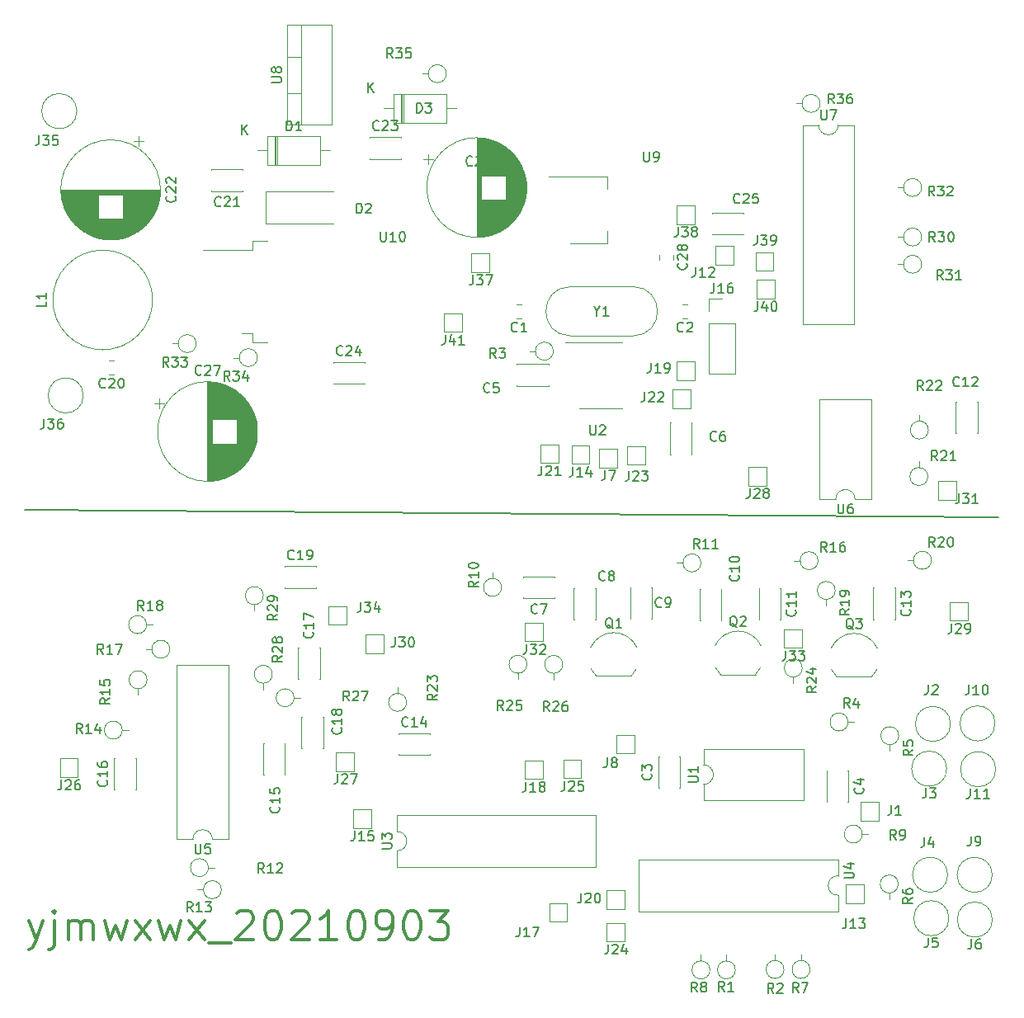
<source format=gbr>
%TF.GenerationSoftware,KiCad,Pcbnew,5.1.8-5.1.8*%
%TF.CreationDate,2021-09-03T20:09:13+08:00*%
%TF.ProjectId,lcr-1,6c63722d-312e-46b6-9963-61645f706362,rev?*%
%TF.SameCoordinates,Original*%
%TF.FileFunction,Legend,Top*%
%TF.FilePolarity,Positive*%
%FSLAX46Y46*%
G04 Gerber Fmt 4.6, Leading zero omitted, Abs format (unit mm)*
G04 Created by KiCad (PCBNEW 5.1.8-5.1.8) date 2021-09-03 20:09:13*
%MOMM*%
%LPD*%
G01*
G04 APERTURE LIST*
%ADD10C,0.300000*%
%ADD11C,0.150000*%
%ADD12C,0.120000*%
G04 APERTURE END LIST*
D10*
X90460351Y-152168622D02*
X91174637Y-154168622D01*
X91888922Y-152168622D02*
X91174637Y-154168622D01*
X90888922Y-154882908D01*
X90746065Y-155025765D01*
X90460351Y-155168622D01*
X93031780Y-152168622D02*
X93031780Y-154740051D01*
X92888922Y-155025765D01*
X92603208Y-155168622D01*
X92460351Y-155168622D01*
X93031780Y-151168622D02*
X92888922Y-151311480D01*
X93031780Y-151454337D01*
X93174637Y-151311480D01*
X93031780Y-151168622D01*
X93031780Y-151454337D01*
X94460351Y-154168622D02*
X94460351Y-152168622D01*
X94460351Y-152454337D02*
X94603208Y-152311480D01*
X94888922Y-152168622D01*
X95317494Y-152168622D01*
X95603208Y-152311480D01*
X95746065Y-152597194D01*
X95746065Y-154168622D01*
X95746065Y-152597194D02*
X95888922Y-152311480D01*
X96174637Y-152168622D01*
X96603208Y-152168622D01*
X96888922Y-152311480D01*
X97031780Y-152597194D01*
X97031780Y-154168622D01*
X98174637Y-152168622D02*
X98746065Y-154168622D01*
X99317494Y-152740051D01*
X99888922Y-154168622D01*
X100460351Y-152168622D01*
X101317494Y-154168622D02*
X102888922Y-152168622D01*
X101317494Y-152168622D02*
X102888922Y-154168622D01*
X103746065Y-152168622D02*
X104317494Y-154168622D01*
X104888922Y-152740051D01*
X105460351Y-154168622D01*
X106031780Y-152168622D01*
X106888922Y-154168622D02*
X108460351Y-152168622D01*
X106888922Y-152168622D02*
X108460351Y-154168622D01*
X108888922Y-154454337D02*
X111174637Y-154454337D01*
X111746065Y-151454337D02*
X111888922Y-151311480D01*
X112174637Y-151168622D01*
X112888922Y-151168622D01*
X113174637Y-151311480D01*
X113317494Y-151454337D01*
X113460351Y-151740051D01*
X113460351Y-152025765D01*
X113317494Y-152454337D01*
X111603208Y-154168622D01*
X113460351Y-154168622D01*
X115317494Y-151168622D02*
X115603208Y-151168622D01*
X115888922Y-151311480D01*
X116031780Y-151454337D01*
X116174637Y-151740051D01*
X116317494Y-152311480D01*
X116317494Y-153025765D01*
X116174637Y-153597194D01*
X116031780Y-153882908D01*
X115888922Y-154025765D01*
X115603208Y-154168622D01*
X115317494Y-154168622D01*
X115031780Y-154025765D01*
X114888922Y-153882908D01*
X114746065Y-153597194D01*
X114603208Y-153025765D01*
X114603208Y-152311480D01*
X114746065Y-151740051D01*
X114888922Y-151454337D01*
X115031780Y-151311480D01*
X115317494Y-151168622D01*
X117460351Y-151454337D02*
X117603208Y-151311480D01*
X117888922Y-151168622D01*
X118603208Y-151168622D01*
X118888922Y-151311480D01*
X119031780Y-151454337D01*
X119174637Y-151740051D01*
X119174637Y-152025765D01*
X119031780Y-152454337D01*
X117317494Y-154168622D01*
X119174637Y-154168622D01*
X122031780Y-154168622D02*
X120317494Y-154168622D01*
X121174637Y-154168622D02*
X121174637Y-151168622D01*
X120888922Y-151597194D01*
X120603208Y-151882908D01*
X120317494Y-152025765D01*
X123888922Y-151168622D02*
X124174637Y-151168622D01*
X124460351Y-151311480D01*
X124603208Y-151454337D01*
X124746065Y-151740051D01*
X124888922Y-152311480D01*
X124888922Y-153025765D01*
X124746065Y-153597194D01*
X124603208Y-153882908D01*
X124460351Y-154025765D01*
X124174637Y-154168622D01*
X123888922Y-154168622D01*
X123603208Y-154025765D01*
X123460351Y-153882908D01*
X123317494Y-153597194D01*
X123174637Y-153025765D01*
X123174637Y-152311480D01*
X123317494Y-151740051D01*
X123460351Y-151454337D01*
X123603208Y-151311480D01*
X123888922Y-151168622D01*
X126317494Y-154168622D02*
X126888922Y-154168622D01*
X127174637Y-154025765D01*
X127317494Y-153882908D01*
X127603208Y-153454337D01*
X127746065Y-152882908D01*
X127746065Y-151740051D01*
X127603208Y-151454337D01*
X127460351Y-151311480D01*
X127174637Y-151168622D01*
X126603208Y-151168622D01*
X126317494Y-151311480D01*
X126174637Y-151454337D01*
X126031780Y-151740051D01*
X126031780Y-152454337D01*
X126174637Y-152740051D01*
X126317494Y-152882908D01*
X126603208Y-153025765D01*
X127174637Y-153025765D01*
X127460351Y-152882908D01*
X127603208Y-152740051D01*
X127746065Y-152454337D01*
X129603208Y-151168622D02*
X129888922Y-151168622D01*
X130174637Y-151311480D01*
X130317494Y-151454337D01*
X130460351Y-151740051D01*
X130603208Y-152311480D01*
X130603208Y-153025765D01*
X130460351Y-153597194D01*
X130317494Y-153882908D01*
X130174637Y-154025765D01*
X129888922Y-154168622D01*
X129603208Y-154168622D01*
X129317494Y-154025765D01*
X129174637Y-153882908D01*
X129031780Y-153597194D01*
X128888922Y-153025765D01*
X128888922Y-152311480D01*
X129031780Y-151740051D01*
X129174637Y-151454337D01*
X129317494Y-151311480D01*
X129603208Y-151168622D01*
X131603208Y-151168622D02*
X133460351Y-151168622D01*
X132460351Y-152311480D01*
X132888922Y-152311480D01*
X133174637Y-152454337D01*
X133317494Y-152597194D01*
X133460351Y-152882908D01*
X133460351Y-153597194D01*
X133317494Y-153882908D01*
X133174637Y-154025765D01*
X132888922Y-154168622D01*
X132031780Y-154168622D01*
X131746065Y-154025765D01*
X131603208Y-153882908D01*
D11*
X90037920Y-110081060D02*
X189938660Y-110792260D01*
D12*
%TO.C,J11*%
X189630694Y-136660000D02*
G75*
G03*
X189630694Y-136660000I-1800694J0D01*
G01*
%TO.C,J10*%
X189560694Y-131960000D02*
G75*
G03*
X189560694Y-131960000I-1800694J0D01*
G01*
%TO.C,J9*%
X189270694Y-147500000D02*
G75*
G03*
X189270694Y-147500000I-1800694J0D01*
G01*
%TO.C,J6*%
X189280694Y-152090000D02*
G75*
G03*
X189280694Y-152090000I-1800694J0D01*
G01*
%TO.C,U8*%
X116889780Y-70517380D02*
X116889780Y-60277380D01*
X121530780Y-70517380D02*
X121530780Y-60277380D01*
X116889780Y-70517380D02*
X121530780Y-70517380D01*
X116889780Y-60277380D02*
X121530780Y-60277380D01*
X118399780Y-70517380D02*
X118399780Y-60277380D01*
X116889780Y-67247380D02*
X118399780Y-67247380D01*
X116889780Y-63546380D02*
X118399780Y-63546380D01*
%TO.C,R34*%
X113870000Y-94420000D02*
G75*
G03*
X113870000Y-94420000I-920000J0D01*
G01*
X112030000Y-94420000D02*
X111410000Y-94420000D01*
%TO.C,R33*%
X107590000Y-92980000D02*
G75*
G03*
X107590000Y-92980000I-920000J0D01*
G01*
X105750000Y-92980000D02*
X105130000Y-92980000D01*
%TO.C,R19*%
X173160000Y-118310000D02*
G75*
G03*
X173160000Y-118310000I-920000J0D01*
G01*
X172240000Y-119230000D02*
X172240000Y-119850000D01*
%TO.C,C20*%
X99171252Y-96145000D02*
X98648748Y-96145000D01*
X99171252Y-94675000D02*
X98648748Y-94675000D01*
%TO.C,J12*%
X160888640Y-82958900D02*
X160888640Y-84858900D01*
X160888640Y-84858900D02*
X162738640Y-84858900D01*
X162738640Y-84858900D02*
X162738640Y-83008900D01*
X162738640Y-83008900D02*
X162738640Y-82958900D01*
X162738640Y-82958900D02*
X160888640Y-82958900D01*
%TO.C,J40*%
X165077100Y-86443780D02*
X165077100Y-88343780D01*
X165077100Y-88343780D02*
X166927100Y-88343780D01*
X166927100Y-88343780D02*
X166927100Y-86493780D01*
X166927100Y-86493780D02*
X166927100Y-86443780D01*
X166927100Y-86443780D02*
X165077100Y-86443780D01*
%TO.C,J39*%
X164975500Y-83598980D02*
X164975500Y-85498980D01*
X164975500Y-85498980D02*
X166825500Y-85498980D01*
X166825500Y-85498980D02*
X166825500Y-83648980D01*
X166825500Y-83648980D02*
X166825500Y-83598980D01*
X166825500Y-83598980D02*
X164975500Y-83598980D01*
%TO.C,J38*%
X156905920Y-78818700D02*
X156905920Y-80718700D01*
X156905920Y-80718700D02*
X158755920Y-80718700D01*
X158755920Y-80718700D02*
X158755920Y-78868700D01*
X158755920Y-78868700D02*
X158755920Y-78818700D01*
X158755920Y-78818700D02*
X156905920Y-78818700D01*
%TO.C,J37*%
X135844240Y-83746300D02*
X135844240Y-85646300D01*
X135844240Y-85646300D02*
X137694240Y-85646300D01*
X137694240Y-85646300D02*
X137694240Y-83796300D01*
X137694240Y-83796300D02*
X137694240Y-83746300D01*
X137694240Y-83746300D02*
X135844240Y-83746300D01*
%TO.C,J41*%
X133004520Y-89890560D02*
X133004520Y-91790560D01*
X133004520Y-91790560D02*
X134854520Y-91790560D01*
X134854520Y-91790560D02*
X134854520Y-89940560D01*
X134854520Y-89940560D02*
X134854520Y-89890560D01*
X134854520Y-89890560D02*
X133004520Y-89890560D01*
%TO.C,J36*%
X96001674Y-98298000D02*
G75*
G03*
X96001674Y-98298000I-1800694J0D01*
G01*
%TO.C,J35*%
X95343814Y-69121020D02*
G75*
G03*
X95343814Y-69121020I-1800694J0D01*
G01*
%TO.C,J34*%
X121180820Y-119936220D02*
X121180820Y-121836220D01*
X121180820Y-121836220D02*
X123030820Y-121836220D01*
X123030820Y-121836220D02*
X123030820Y-119986220D01*
X123030820Y-119986220D02*
X123030820Y-119936220D01*
X123030820Y-119936220D02*
X121180820Y-119936220D01*
%TO.C,J33*%
X167926980Y-122298420D02*
X167926980Y-124198420D01*
X167926980Y-124198420D02*
X169776980Y-124198420D01*
X169776980Y-124198420D02*
X169776980Y-122348420D01*
X169776980Y-122348420D02*
X169776980Y-122298420D01*
X169776980Y-122298420D02*
X167926980Y-122298420D01*
%TO.C,J32*%
X141338260Y-121643100D02*
X141338260Y-123543100D01*
X141338260Y-123543100D02*
X143188260Y-123543100D01*
X143188260Y-123543100D02*
X143188260Y-121693100D01*
X143188260Y-121693100D02*
X143188260Y-121643100D01*
X143188260Y-121643100D02*
X141338260Y-121643100D01*
%TO.C,J31*%
X183720700Y-107096520D02*
X183720700Y-108996520D01*
X183720700Y-108996520D02*
X185570700Y-108996520D01*
X185570700Y-108996520D02*
X185570700Y-107146520D01*
X185570700Y-107146520D02*
X185570700Y-107096520D01*
X185570700Y-107096520D02*
X183720700Y-107096520D01*
%TO.C,J30*%
X124998440Y-122839440D02*
X124998440Y-124739440D01*
X124998440Y-124739440D02*
X126848440Y-124739440D01*
X126848440Y-124739440D02*
X126848440Y-122889440D01*
X126848440Y-122889440D02*
X126848440Y-122839440D01*
X126848440Y-122839440D02*
X124998440Y-122839440D01*
%TO.C,J29*%
X184947520Y-119506960D02*
X184947520Y-121406960D01*
X184947520Y-121406960D02*
X186797520Y-121406960D01*
X186797520Y-121406960D02*
X186797520Y-119556960D01*
X186797520Y-119556960D02*
X186797520Y-119506960D01*
X186797520Y-119506960D02*
X184947520Y-119506960D01*
%TO.C,J28*%
X164282080Y-105646180D02*
X164282080Y-107546180D01*
X164282080Y-107546180D02*
X166132080Y-107546180D01*
X166132080Y-107546180D02*
X166132080Y-105696180D01*
X166132080Y-105696180D02*
X166132080Y-105646180D01*
X166132080Y-105646180D02*
X164282080Y-105646180D01*
%TO.C,J27*%
X121955520Y-134942540D02*
X121955520Y-136842540D01*
X121955520Y-136842540D02*
X123805520Y-136842540D01*
X123805520Y-136842540D02*
X123805520Y-134992540D01*
X123805520Y-134992540D02*
X123805520Y-134942540D01*
X123805520Y-134942540D02*
X121955520Y-134942540D01*
%TO.C,J26*%
X93611660Y-135562300D02*
X93611660Y-137462300D01*
X93611660Y-137462300D02*
X95461660Y-137462300D01*
X95461660Y-137462300D02*
X95461660Y-135612300D01*
X95461660Y-135612300D02*
X95461660Y-135562300D01*
X95461660Y-135562300D02*
X93611660Y-135562300D01*
%TO.C,J25*%
X145257480Y-135679140D02*
X145257480Y-137579140D01*
X145257480Y-137579140D02*
X147107480Y-137579140D01*
X147107480Y-137579140D02*
X147107480Y-135729140D01*
X147107480Y-135729140D02*
X147107480Y-135679140D01*
X147107480Y-135679140D02*
X145257480Y-135679140D01*
%TO.C,J24*%
X149720000Y-152430000D02*
X149720000Y-154330000D01*
X149720000Y-154330000D02*
X151570000Y-154330000D01*
X151570000Y-154330000D02*
X151570000Y-152480000D01*
X151570000Y-152480000D02*
X151570000Y-152430000D01*
X151570000Y-152430000D02*
X149720000Y-152430000D01*
%TO.C,J23*%
X151800000Y-103490000D02*
X151800000Y-105390000D01*
X151800000Y-105390000D02*
X153650000Y-105390000D01*
X153650000Y-105390000D02*
X153650000Y-103540000D01*
X153650000Y-103540000D02*
X153650000Y-103490000D01*
X153650000Y-103490000D02*
X151800000Y-103490000D01*
%TO.C,J22*%
X156463960Y-97718840D02*
X156463960Y-99618840D01*
X156463960Y-99618840D02*
X158313960Y-99618840D01*
X158313960Y-99618840D02*
X158313960Y-97768840D01*
X158313960Y-97768840D02*
X158313960Y-97718840D01*
X158313960Y-97718840D02*
X156463960Y-97718840D01*
%TO.C,J21*%
X142900360Y-103317000D02*
X142900360Y-105217000D01*
X142900360Y-105217000D02*
X144750360Y-105217000D01*
X144750360Y-105217000D02*
X144750360Y-103367000D01*
X144750360Y-103367000D02*
X144750360Y-103317000D01*
X144750360Y-103317000D02*
X142900360Y-103317000D01*
%TO.C,J20*%
X149727880Y-149090340D02*
X149727880Y-150990340D01*
X149727880Y-150990340D02*
X151577880Y-150990340D01*
X151577880Y-150990340D02*
X151577880Y-149140340D01*
X151577880Y-149140340D02*
X151577880Y-149090340D01*
X151577880Y-149090340D02*
X149727880Y-149090340D01*
%TO.C,J19*%
X156908460Y-94835940D02*
X156908460Y-96735940D01*
X156908460Y-96735940D02*
X158758460Y-96735940D01*
X158758460Y-96735940D02*
X158758460Y-94885940D01*
X158758460Y-94885940D02*
X158758460Y-94835940D01*
X158758460Y-94835940D02*
X156908460Y-94835940D01*
%TO.C,J18*%
X141279840Y-135768040D02*
X141279840Y-137668040D01*
X141279840Y-137668040D02*
X143129840Y-137668040D01*
X143129840Y-137668040D02*
X143129840Y-135818040D01*
X143129840Y-135818040D02*
X143129840Y-135768040D01*
X143129840Y-135768040D02*
X141279840Y-135768040D01*
%TO.C,J17*%
X143812220Y-150413680D02*
X143812220Y-152313680D01*
X143812220Y-152313680D02*
X145662220Y-152313680D01*
X145662220Y-152313680D02*
X145662220Y-150463680D01*
X145662220Y-150463680D02*
X145662220Y-150413680D01*
X145662220Y-150413680D02*
X143812220Y-150413680D01*
%TO.C,J15*%
X123705580Y-140797240D02*
X123705580Y-142697240D01*
X123705580Y-142697240D02*
X125555580Y-142697240D01*
X125555580Y-142697240D02*
X125555580Y-140847240D01*
X125555580Y-140847240D02*
X125555580Y-140797240D01*
X125555580Y-140797240D02*
X123705580Y-140797240D01*
%TO.C,J14*%
X146093140Y-103426220D02*
X146093140Y-105326220D01*
X146093140Y-105326220D02*
X147943140Y-105326220D01*
X147943140Y-105326220D02*
X147943140Y-103476220D01*
X147943140Y-103476220D02*
X147943140Y-103426220D01*
X147943140Y-103426220D02*
X146093140Y-103426220D01*
%TO.C,J13*%
X174251580Y-148508680D02*
X174251580Y-150408680D01*
X174251580Y-150408680D02*
X176101580Y-150408680D01*
X176101580Y-150408680D02*
X176101580Y-148558680D01*
X176101580Y-148558680D02*
X176101580Y-148508680D01*
X176101580Y-148508680D02*
X174251580Y-148508680D01*
%TO.C,J8*%
X150705780Y-133131520D02*
X150705780Y-135031520D01*
X150705780Y-135031520D02*
X152555780Y-135031520D01*
X152555780Y-135031520D02*
X152555780Y-133181520D01*
X152555780Y-133181520D02*
X152555780Y-133131520D01*
X152555780Y-133131520D02*
X150705780Y-133131520D01*
%TO.C,J7*%
X148927780Y-103794520D02*
X148927780Y-105694520D01*
X148927780Y-105694520D02*
X150777780Y-105694520D01*
X150777780Y-105694520D02*
X150777780Y-103844520D01*
X150777780Y-103844520D02*
X150777780Y-103794520D01*
X150777780Y-103794520D02*
X148927780Y-103794520D01*
%TO.C,J5*%
X184820694Y-151950000D02*
G75*
G03*
X184820694Y-151950000I-1800694J0D01*
G01*
%TO.C,J4*%
X184700694Y-147490000D02*
G75*
G03*
X184700694Y-147490000I-1800694J0D01*
G01*
%TO.C,J3*%
X184600694Y-136610000D02*
G75*
G03*
X184600694Y-136610000I-1800694J0D01*
G01*
%TO.C,J2*%
X184980694Y-132010000D02*
G75*
G03*
X184980694Y-132010000I-1800694J0D01*
G01*
%TO.C,J1*%
X175745100Y-140037780D02*
X175745100Y-141937780D01*
X175745100Y-141937780D02*
X177595100Y-141937780D01*
X177595100Y-141937780D02*
X177595100Y-140087780D01*
X177595100Y-140087780D02*
X177595100Y-140037780D01*
X177595100Y-140037780D02*
X175745100Y-140037780D01*
%TO.C,R16*%
X169559980Y-115255040D02*
X168939980Y-115255040D01*
X171399980Y-115255040D02*
G75*
G03*
X171399980Y-115255040I-920000J0D01*
G01*
%TO.C,U6*%
X171553360Y-108965040D02*
X173203360Y-108965040D01*
X171553360Y-98685040D02*
X171553360Y-108965040D01*
X176853360Y-98685040D02*
X171553360Y-98685040D01*
X176853360Y-108965040D02*
X176853360Y-98685040D01*
X175203360Y-108965040D02*
X176853360Y-108965040D01*
X173203360Y-108965040D02*
G75*
G02*
X175203360Y-108965040I1000000J0D01*
G01*
%TO.C,U5*%
X105604800Y-143864640D02*
X107254800Y-143864640D01*
X105604800Y-125964640D02*
X105604800Y-143864640D01*
X110904800Y-125964640D02*
X105604800Y-125964640D01*
X110904800Y-143864640D02*
X110904800Y-125964640D01*
X109254800Y-143864640D02*
X110904800Y-143864640D01*
X107254800Y-143864640D02*
G75*
G02*
X109254800Y-143864640I1000000J0D01*
G01*
%TO.C,U1*%
X159651160Y-134570400D02*
X159651160Y-136220400D01*
X169931160Y-134570400D02*
X159651160Y-134570400D01*
X169931160Y-139870400D02*
X169931160Y-134570400D01*
X159651160Y-139870400D02*
X169931160Y-139870400D01*
X159651160Y-138220400D02*
X159651160Y-139870400D01*
X159651160Y-136220400D02*
G75*
G02*
X159651160Y-138220400I0J-1000000D01*
G01*
%TO.C,R36*%
X169768000Y-68326000D02*
X169148000Y-68326000D01*
X171608000Y-68326000D02*
G75*
G03*
X171608000Y-68326000I-920000J0D01*
G01*
%TO.C,R35*%
X131414000Y-65278000D02*
X130794000Y-65278000D01*
X133254000Y-65278000D02*
G75*
G03*
X133254000Y-65278000I-920000J0D01*
G01*
%TO.C,R32*%
X180182000Y-76962000D02*
X179562000Y-76962000D01*
X182022000Y-76962000D02*
G75*
G03*
X182022000Y-76962000I-920000J0D01*
G01*
%TO.C,R31*%
X182022000Y-84836000D02*
G75*
G03*
X182022000Y-84836000I-920000J0D01*
G01*
X180182000Y-84836000D02*
X179562000Y-84836000D01*
%TO.C,R30*%
X180182000Y-82042000D02*
X179562000Y-82042000D01*
X182022000Y-82042000D02*
G75*
G03*
X182022000Y-82042000I-920000J0D01*
G01*
%TO.C,R29*%
X113558320Y-119761520D02*
X113558320Y-120381520D01*
X114478320Y-118841520D02*
G75*
G03*
X114478320Y-118841520I-920000J0D01*
G01*
%TO.C,R26*%
X144277340Y-126820180D02*
X144277340Y-127440180D01*
X145197340Y-125900180D02*
G75*
G03*
X145197340Y-125900180I-920000J0D01*
G01*
%TO.C,R25*%
X140609580Y-126815100D02*
X140609580Y-127435100D01*
X141529580Y-125895100D02*
G75*
G03*
X141529580Y-125895100I-920000J0D01*
G01*
%TO.C,R28*%
X114477800Y-127838720D02*
X114477800Y-128458720D01*
X115397800Y-126918720D02*
G75*
G03*
X115397800Y-126918720I-920000J0D01*
G01*
%TO.C,R27*%
X117633000Y-129326640D02*
X118253000Y-129326640D01*
X117633000Y-129326640D02*
G75*
G03*
X117633000Y-129326640I-920000J0D01*
G01*
%TO.C,R23*%
X128254760Y-128879080D02*
X128254760Y-128259080D01*
X129174760Y-129799080D02*
G75*
G03*
X129174760Y-129799080I-920000J0D01*
G01*
%TO.C,R24*%
X168856920Y-127201180D02*
X168856920Y-127821180D01*
X169776920Y-126281180D02*
G75*
G03*
X169776920Y-126281180I-920000J0D01*
G01*
%TO.C,R22*%
X181797960Y-100934000D02*
X181797960Y-100314000D01*
X182717960Y-101854000D02*
G75*
G03*
X182717960Y-101854000I-920000J0D01*
G01*
%TO.C,R21*%
X181747160Y-105699040D02*
X181747160Y-105079040D01*
X182667160Y-106619040D02*
G75*
G03*
X182667160Y-106619040I-920000J0D01*
G01*
%TO.C,R18*%
X102504760Y-121828560D02*
X103124760Y-121828560D01*
X102504760Y-121828560D02*
G75*
G03*
X102504760Y-121828560I-920000J0D01*
G01*
%TO.C,R17*%
X103047280Y-124338080D02*
X102427280Y-124338080D01*
X104887280Y-124338080D02*
G75*
G03*
X104887280Y-124338080I-920000J0D01*
G01*
%TO.C,R15*%
X101630480Y-128402600D02*
X101630480Y-129022600D01*
X102550480Y-127482600D02*
G75*
G03*
X102550480Y-127482600I-920000J0D01*
G01*
%TO.C,R14*%
X100010480Y-132648960D02*
X100630480Y-132648960D01*
X100010480Y-132648960D02*
G75*
G03*
X100010480Y-132648960I-920000J0D01*
G01*
%TO.C,R20*%
X181190640Y-115224560D02*
X180570640Y-115224560D01*
X183030640Y-115224560D02*
G75*
G03*
X183030640Y-115224560I-920000J0D01*
G01*
%TO.C,R12*%
X108847140Y-146758660D02*
X109467140Y-146758660D01*
X108847140Y-146758660D02*
G75*
G03*
X108847140Y-146758660I-920000J0D01*
G01*
%TO.C,R13*%
X108330480Y-149026880D02*
X107710480Y-149026880D01*
X110170480Y-149026880D02*
G75*
G03*
X110170480Y-149026880I-920000J0D01*
G01*
%TO.C,R11*%
X157545780Y-115488720D02*
X156925780Y-115488720D01*
X159385780Y-115488720D02*
G75*
G03*
X159385780Y-115488720I-920000J0D01*
G01*
%TO.C,R10*%
X138000000Y-117080000D02*
X138000000Y-116460000D01*
X138920000Y-118000000D02*
G75*
G03*
X138920000Y-118000000I-920000J0D01*
G01*
%TO.C,R9*%
X175941240Y-143319500D02*
X176561240Y-143319500D01*
X175941240Y-143319500D02*
G75*
G03*
X175941240Y-143319500I-920000J0D01*
G01*
%TO.C,R8*%
X159385000Y-156336480D02*
X159385000Y-155716480D01*
X160305000Y-157256480D02*
G75*
G03*
X160305000Y-157256480I-920000J0D01*
G01*
%TO.C,R7*%
X169656760Y-156295840D02*
X169656760Y-155675840D01*
X170576760Y-157215840D02*
G75*
G03*
X170576760Y-157215840I-920000J0D01*
G01*
%TO.C,R6*%
X178704240Y-149357600D02*
X178704240Y-149977600D01*
X179624240Y-148437600D02*
G75*
G03*
X179624240Y-148437600I-920000J0D01*
G01*
%TO.C,R5*%
X178762000Y-134136660D02*
X178762000Y-134756660D01*
X179682000Y-133216660D02*
G75*
G03*
X179682000Y-133216660I-920000J0D01*
G01*
%TO.C,R4*%
X174473120Y-131820920D02*
X175093120Y-131820920D01*
X174473120Y-131820920D02*
G75*
G03*
X174473120Y-131820920I-920000J0D01*
G01*
%TO.C,R3*%
X142396960Y-93751400D02*
X141776960Y-93751400D01*
X144236960Y-93751400D02*
G75*
G03*
X144236960Y-93751400I-920000J0D01*
G01*
%TO.C,R2*%
X166984680Y-156295840D02*
X166984680Y-155675840D01*
X167904680Y-157215840D02*
G75*
G03*
X167904680Y-157215840I-920000J0D01*
G01*
%TO.C,R1*%
X161996120Y-156336480D02*
X161996120Y-155716480D01*
X162916120Y-157256480D02*
G75*
G03*
X162916120Y-157256480I-920000J0D01*
G01*
%TO.C,C13*%
X177136420Y-121272100D02*
X177071420Y-121272100D01*
X179311420Y-121272100D02*
X179246420Y-121272100D01*
X177136420Y-118032100D02*
X177071420Y-118032100D01*
X179311420Y-118032100D02*
X179246420Y-118032100D01*
X177071420Y-118032100D02*
X177071420Y-121272100D01*
X179311420Y-118032100D02*
X179311420Y-121272100D01*
%TO.C,C11*%
X165381300Y-121289880D02*
X165316300Y-121289880D01*
X167556300Y-121289880D02*
X167491300Y-121289880D01*
X165381300Y-118049880D02*
X165316300Y-118049880D01*
X167556300Y-118049880D02*
X167491300Y-118049880D01*
X165316300Y-118049880D02*
X165316300Y-121289880D01*
X167556300Y-118049880D02*
X167556300Y-121289880D01*
%TO.C,C9*%
X152188540Y-121211140D02*
X152123540Y-121211140D01*
X154363540Y-121211140D02*
X154298540Y-121211140D01*
X152188540Y-117971140D02*
X152123540Y-117971140D01*
X154363540Y-117971140D02*
X154298540Y-117971140D01*
X152123540Y-117971140D02*
X152123540Y-121211140D01*
X154363540Y-117971140D02*
X154363540Y-121211140D01*
%TO.C,Q2*%
X161382560Y-126932300D02*
X164982560Y-126932300D01*
X165506744Y-126205095D02*
G75*
G02*
X164982560Y-126932300I-2324184J1122795D01*
G01*
X165538960Y-123983493D02*
G75*
G03*
X163182560Y-122482300I-2356400J-1098807D01*
G01*
X160826160Y-123983493D02*
G75*
G02*
X163182560Y-122482300I2356400J-1098807D01*
G01*
X160858376Y-126205095D02*
G75*
G03*
X161382560Y-126932300I2324184J1122795D01*
G01*
%TO.C,C8*%
X148582500Y-118049880D02*
X148582500Y-121289880D01*
X146342500Y-118049880D02*
X146342500Y-121289880D01*
X148582500Y-118049880D02*
X148517500Y-118049880D01*
X146407500Y-118049880D02*
X146342500Y-118049880D01*
X148582500Y-121289880D02*
X148517500Y-121289880D01*
X146407500Y-121289880D02*
X146342500Y-121289880D01*
%TO.C,C18*%
X120616840Y-131278200D02*
X120616840Y-134518200D01*
X118376840Y-131278200D02*
X118376840Y-134518200D01*
X120616840Y-131278200D02*
X120551840Y-131278200D01*
X118441840Y-131278200D02*
X118376840Y-131278200D01*
X120616840Y-134518200D02*
X120551840Y-134518200D01*
X118441840Y-134518200D02*
X118376840Y-134518200D01*
%TO.C,C12*%
X185524280Y-102157960D02*
X185524280Y-98917960D01*
X187764280Y-102157960D02*
X187764280Y-98917960D01*
X185524280Y-102157960D02*
X185589280Y-102157960D01*
X187699280Y-102157960D02*
X187764280Y-102157960D01*
X185524280Y-98917960D02*
X185589280Y-98917960D01*
X187699280Y-98917960D02*
X187764280Y-98917960D01*
%TO.C,Y1*%
X152398000Y-87137000D02*
X145998000Y-87137000D01*
X152398000Y-92187000D02*
X145998000Y-92187000D01*
X145998000Y-87137000D02*
G75*
G03*
X145998000Y-92187000I0J-2525000D01*
G01*
X152398000Y-87137000D02*
G75*
G02*
X152398000Y-92187000I0J-2525000D01*
G01*
%TO.C,U7*%
X175116000Y-70552000D02*
X173466000Y-70552000D01*
X175116000Y-90992000D02*
X175116000Y-70552000D01*
X169816000Y-90992000D02*
X175116000Y-90992000D01*
X169816000Y-70552000D02*
X169816000Y-90992000D01*
X171466000Y-70552000D02*
X169816000Y-70552000D01*
X173466000Y-70552000D02*
G75*
G02*
X171466000Y-70552000I-1000000J0D01*
G01*
%TO.C,U4*%
X173440400Y-151245080D02*
X173440400Y-149595080D01*
X153000400Y-151245080D02*
X173440400Y-151245080D01*
X153000400Y-145945080D02*
X153000400Y-151245080D01*
X173440400Y-145945080D02*
X153000400Y-145945080D01*
X173440400Y-147595080D02*
X173440400Y-145945080D01*
X173440400Y-149595080D02*
G75*
G02*
X173440400Y-147595080I0J1000000D01*
G01*
%TO.C,U9*%
X143728000Y-75838000D02*
X149738000Y-75838000D01*
X145978000Y-82658000D02*
X149738000Y-82658000D01*
X149738000Y-75838000D02*
X149738000Y-77098000D01*
X149738000Y-82658000D02*
X149738000Y-81398000D01*
%TO.C,U2*%
X149098000Y-92881000D02*
X145498000Y-92881000D01*
X149098000Y-92881000D02*
X151298000Y-92881000D01*
X149098000Y-99651000D02*
X146898000Y-99651000D01*
X149098000Y-99651000D02*
X151298000Y-99651000D01*
%TO.C,U3*%
X128184600Y-141398480D02*
X128184600Y-143048480D01*
X148624600Y-141398480D02*
X128184600Y-141398480D01*
X148624600Y-146698480D02*
X148624600Y-141398480D01*
X128184600Y-146698480D02*
X148624600Y-146698480D01*
X128184600Y-145048480D02*
X128184600Y-146698480D01*
X128184600Y-143048480D02*
G75*
G02*
X128184600Y-145048480I0J-1000000D01*
G01*
%TO.C,U10*%
X113382000Y-91880000D02*
X112282000Y-91880000D01*
X113382000Y-92830000D02*
X113382000Y-91880000D01*
X114882000Y-92830000D02*
X113382000Y-92830000D01*
X113382000Y-83380000D02*
X108257000Y-83380000D01*
X113382000Y-82430000D02*
X113382000Y-83380000D01*
X114882000Y-82430000D02*
X113382000Y-82430000D01*
%TO.C,Q3*%
X173307860Y-127168520D02*
X176907860Y-127168520D01*
X177432044Y-126441315D02*
G75*
G02*
X176907860Y-127168520I-2324184J1122795D01*
G01*
X177464260Y-124219713D02*
G75*
G03*
X175107860Y-122718520I-2356400J-1098807D01*
G01*
X172751460Y-124219713D02*
G75*
G02*
X175107860Y-122718520I2356400J-1098807D01*
G01*
X172783676Y-126441315D02*
G75*
G03*
X173307860Y-127168520I2324184J1122795D01*
G01*
%TO.C,Q1*%
X148636840Y-127089780D02*
X152236840Y-127089780D01*
X152761024Y-126362575D02*
G75*
G02*
X152236840Y-127089780I-2324184J1122795D01*
G01*
X152793240Y-124140973D02*
G75*
G03*
X150436840Y-122639780I-2356400J-1098807D01*
G01*
X148080440Y-124140973D02*
G75*
G02*
X150436840Y-122639780I2356400J-1098807D01*
G01*
X148112656Y-126362575D02*
G75*
G03*
X148636840Y-127089780I2324184J1122795D01*
G01*
%TO.C,L1*%
X103120000Y-88500000D02*
G75*
G03*
X103120000Y-88500000I-5120000J0D01*
G01*
%TO.C,J16*%
X160214000Y-88332000D02*
X161544000Y-88332000D01*
X160214000Y-89662000D02*
X160214000Y-88332000D01*
X160214000Y-90932000D02*
X162874000Y-90932000D01*
X162874000Y-90932000D02*
X162874000Y-96072000D01*
X160214000Y-90932000D02*
X160214000Y-96072000D01*
X160214000Y-96072000D02*
X162874000Y-96072000D01*
%TO.C,D3*%
X128616000Y-67364000D02*
X128616000Y-70304000D01*
X128856000Y-67364000D02*
X128856000Y-70304000D01*
X128736000Y-67364000D02*
X128736000Y-70304000D01*
X134296000Y-68834000D02*
X133276000Y-68834000D01*
X126816000Y-68834000D02*
X127836000Y-68834000D01*
X133276000Y-67364000D02*
X127836000Y-67364000D01*
X133276000Y-70304000D02*
X133276000Y-67364000D01*
X127836000Y-70304000D02*
X133276000Y-70304000D01*
X127836000Y-67364000D02*
X127836000Y-70304000D01*
%TO.C,D1*%
X115662000Y-71682000D02*
X115662000Y-74622000D01*
X115902000Y-71682000D02*
X115902000Y-74622000D01*
X115782000Y-71682000D02*
X115782000Y-74622000D01*
X121342000Y-73152000D02*
X120322000Y-73152000D01*
X113862000Y-73152000D02*
X114882000Y-73152000D01*
X120322000Y-71682000D02*
X114882000Y-71682000D01*
X120322000Y-74622000D02*
X120322000Y-71682000D01*
X114882000Y-74622000D02*
X120322000Y-74622000D01*
X114882000Y-71682000D02*
X114882000Y-74622000D01*
%TO.C,D2*%
X114726000Y-77344000D02*
X121626000Y-77344000D01*
X114726000Y-80644000D02*
X121626000Y-80644000D01*
X114726000Y-77344000D02*
X114726000Y-80644000D01*
%TO.C,C17*%
X120206400Y-124165560D02*
X120271400Y-124165560D01*
X118031400Y-124165560D02*
X118096400Y-124165560D01*
X120206400Y-127405560D02*
X120271400Y-127405560D01*
X118031400Y-127405560D02*
X118096400Y-127405560D01*
X120271400Y-127405560D02*
X120271400Y-124165560D01*
X118031400Y-127405560D02*
X118031400Y-124165560D01*
%TO.C,C25*%
X163728200Y-81720320D02*
X163728200Y-81785320D01*
X163728200Y-79545320D02*
X163728200Y-79610320D01*
X160488200Y-81720320D02*
X160488200Y-81785320D01*
X160488200Y-79545320D02*
X160488200Y-79610320D01*
X160488200Y-81785320D02*
X163728200Y-81785320D01*
X160488200Y-79545320D02*
X163728200Y-79545320D01*
%TO.C,C19*%
X119872560Y-118006760D02*
X119872560Y-118071760D01*
X119872560Y-115831760D02*
X119872560Y-115896760D01*
X116632560Y-118006760D02*
X116632560Y-118071760D01*
X116632560Y-115831760D02*
X116632560Y-115896760D01*
X116632560Y-118071760D02*
X119872560Y-118071760D01*
X116632560Y-115831760D02*
X119872560Y-115831760D01*
%TO.C,C16*%
X101334200Y-135534600D02*
X101399200Y-135534600D01*
X99159200Y-135534600D02*
X99224200Y-135534600D01*
X101334200Y-138774600D02*
X101399200Y-138774600D01*
X99159200Y-138774600D02*
X99224200Y-138774600D01*
X101399200Y-138774600D02*
X101399200Y-135534600D01*
X99159200Y-138774600D02*
X99159200Y-135534600D01*
%TO.C,C15*%
X116645320Y-133997900D02*
X116710320Y-133997900D01*
X114470320Y-133997900D02*
X114535320Y-133997900D01*
X116645320Y-137237900D02*
X116710320Y-137237900D01*
X114470320Y-137237900D02*
X114535320Y-137237900D01*
X116710320Y-137237900D02*
X116710320Y-133997900D01*
X114470320Y-137237900D02*
X114470320Y-133997900D01*
%TO.C,C14*%
X131576880Y-135141600D02*
X131576880Y-135206600D01*
X131576880Y-132966600D02*
X131576880Y-133031600D01*
X128336880Y-135141600D02*
X128336880Y-135206600D01*
X128336880Y-132966600D02*
X128336880Y-133031600D01*
X128336880Y-135206600D02*
X131576880Y-135206600D01*
X128336880Y-132966600D02*
X131576880Y-132966600D01*
%TO.C,C28*%
X155119400Y-83838148D02*
X155119400Y-84360652D01*
X156589400Y-83838148D02*
X156589400Y-84360652D01*
%TO.C,C5*%
X140503480Y-95150040D02*
X140503480Y-95085040D01*
X140503480Y-97325040D02*
X140503480Y-97260040D01*
X143743480Y-95150040D02*
X143743480Y-95085040D01*
X143743480Y-97325040D02*
X143743480Y-97260040D01*
X143743480Y-95085040D02*
X140503480Y-95085040D01*
X143743480Y-97325040D02*
X140503480Y-97325040D01*
%TO.C,C10*%
X159310700Y-121394020D02*
X159245700Y-121394020D01*
X161485700Y-121394020D02*
X161420700Y-121394020D01*
X159310700Y-118154020D02*
X159245700Y-118154020D01*
X161485700Y-118154020D02*
X161420700Y-118154020D01*
X159245700Y-118154020D02*
X159245700Y-121394020D01*
X161485700Y-118154020D02*
X161485700Y-121394020D01*
%TO.C,C2*%
X157995252Y-88927000D02*
X157472748Y-88927000D01*
X157995252Y-90397000D02*
X157472748Y-90397000D01*
%TO.C,C1*%
X140977252Y-88927000D02*
X140454748Y-88927000D01*
X140977252Y-90397000D02*
X140454748Y-90397000D01*
%TO.C,C27*%
X103770354Y-98625000D02*
X103770354Y-99625000D01*
X103270354Y-99125000D02*
X104270354Y-99125000D01*
X113831000Y-101401000D02*
X113831000Y-102599000D01*
X113791000Y-101138000D02*
X113791000Y-102862000D01*
X113751000Y-100938000D02*
X113751000Y-103062000D01*
X113711000Y-100770000D02*
X113711000Y-103230000D01*
X113671000Y-100622000D02*
X113671000Y-103378000D01*
X113631000Y-100490000D02*
X113631000Y-103510000D01*
X113591000Y-100370000D02*
X113591000Y-103630000D01*
X113551000Y-100258000D02*
X113551000Y-103742000D01*
X113511000Y-100154000D02*
X113511000Y-103846000D01*
X113471000Y-100056000D02*
X113471000Y-103944000D01*
X113431000Y-99963000D02*
X113431000Y-104037000D01*
X113391000Y-99875000D02*
X113391000Y-104125000D01*
X113351000Y-99791000D02*
X113351000Y-104209000D01*
X113311000Y-99711000D02*
X113311000Y-104289000D01*
X113271000Y-99635000D02*
X113271000Y-104365000D01*
X113231000Y-99561000D02*
X113231000Y-104439000D01*
X113191000Y-99490000D02*
X113191000Y-104510000D01*
X113151000Y-99421000D02*
X113151000Y-104579000D01*
X113111000Y-99355000D02*
X113111000Y-104645000D01*
X113071000Y-99291000D02*
X113071000Y-104709000D01*
X113031000Y-99230000D02*
X113031000Y-104770000D01*
X112991000Y-99170000D02*
X112991000Y-104830000D01*
X112951000Y-99111000D02*
X112951000Y-104889000D01*
X112911000Y-99055000D02*
X112911000Y-104945000D01*
X112871000Y-99000000D02*
X112871000Y-105000000D01*
X112831000Y-98946000D02*
X112831000Y-105054000D01*
X112791000Y-98894000D02*
X112791000Y-105106000D01*
X112751000Y-98844000D02*
X112751000Y-105156000D01*
X112711000Y-98794000D02*
X112711000Y-105206000D01*
X112671000Y-98746000D02*
X112671000Y-105254000D01*
X112631000Y-98699000D02*
X112631000Y-105301000D01*
X112591000Y-98653000D02*
X112591000Y-105347000D01*
X112551000Y-98608000D02*
X112551000Y-105392000D01*
X112511000Y-98564000D02*
X112511000Y-105436000D01*
X112471000Y-98522000D02*
X112471000Y-105478000D01*
X112431000Y-98480000D02*
X112431000Y-105520000D01*
X112391000Y-98439000D02*
X112391000Y-105561000D01*
X112351000Y-98399000D02*
X112351000Y-105601000D01*
X112311000Y-98360000D02*
X112311000Y-105640000D01*
X112271000Y-98321000D02*
X112271000Y-105679000D01*
X112231000Y-98284000D02*
X112231000Y-105716000D01*
X112191000Y-98247000D02*
X112191000Y-105753000D01*
X112151000Y-98211000D02*
X112151000Y-105789000D01*
X112111000Y-98176000D02*
X112111000Y-105824000D01*
X112071000Y-98142000D02*
X112071000Y-105858000D01*
X112031000Y-98108000D02*
X112031000Y-105892000D01*
X111991000Y-98075000D02*
X111991000Y-105925000D01*
X111951000Y-98043000D02*
X111951000Y-105957000D01*
X111911000Y-98011000D02*
X111911000Y-105989000D01*
X111871000Y-97980000D02*
X111871000Y-106020000D01*
X111831000Y-97950000D02*
X111831000Y-106050000D01*
X111791000Y-97920000D02*
X111791000Y-106080000D01*
X111751000Y-97890000D02*
X111751000Y-106110000D01*
X111711000Y-103241000D02*
X111711000Y-106138000D01*
X111711000Y-97862000D02*
X111711000Y-100759000D01*
X111671000Y-103241000D02*
X111671000Y-106166000D01*
X111671000Y-97834000D02*
X111671000Y-100759000D01*
X111631000Y-103241000D02*
X111631000Y-106194000D01*
X111631000Y-97806000D02*
X111631000Y-100759000D01*
X111591000Y-103241000D02*
X111591000Y-106221000D01*
X111591000Y-97779000D02*
X111591000Y-100759000D01*
X111551000Y-103241000D02*
X111551000Y-106247000D01*
X111551000Y-97753000D02*
X111551000Y-100759000D01*
X111511000Y-103241000D02*
X111511000Y-106273000D01*
X111511000Y-97727000D02*
X111511000Y-100759000D01*
X111471000Y-103241000D02*
X111471000Y-106298000D01*
X111471000Y-97702000D02*
X111471000Y-100759000D01*
X111431000Y-103241000D02*
X111431000Y-106323000D01*
X111431000Y-97677000D02*
X111431000Y-100759000D01*
X111391000Y-103241000D02*
X111391000Y-106347000D01*
X111391000Y-97653000D02*
X111391000Y-100759000D01*
X111351000Y-103241000D02*
X111351000Y-106371000D01*
X111351000Y-97629000D02*
X111351000Y-100759000D01*
X111311000Y-103241000D02*
X111311000Y-106395000D01*
X111311000Y-97605000D02*
X111311000Y-100759000D01*
X111271000Y-103241000D02*
X111271000Y-106417000D01*
X111271000Y-97583000D02*
X111271000Y-100759000D01*
X111231000Y-103241000D02*
X111231000Y-106440000D01*
X111231000Y-97560000D02*
X111231000Y-100759000D01*
X111191000Y-103241000D02*
X111191000Y-106462000D01*
X111191000Y-97538000D02*
X111191000Y-100759000D01*
X111151000Y-103241000D02*
X111151000Y-106483000D01*
X111151000Y-97517000D02*
X111151000Y-100759000D01*
X111111000Y-103241000D02*
X111111000Y-106504000D01*
X111111000Y-97496000D02*
X111111000Y-100759000D01*
X111071000Y-103241000D02*
X111071000Y-106525000D01*
X111071000Y-97475000D02*
X111071000Y-100759000D01*
X111031000Y-103241000D02*
X111031000Y-106545000D01*
X111031000Y-97455000D02*
X111031000Y-100759000D01*
X110991000Y-103241000D02*
X110991000Y-106564000D01*
X110991000Y-97436000D02*
X110991000Y-100759000D01*
X110951000Y-103241000D02*
X110951000Y-106584000D01*
X110951000Y-97416000D02*
X110951000Y-100759000D01*
X110911000Y-103241000D02*
X110911000Y-106603000D01*
X110911000Y-97397000D02*
X110911000Y-100759000D01*
X110871000Y-103241000D02*
X110871000Y-106621000D01*
X110871000Y-97379000D02*
X110871000Y-100759000D01*
X110831000Y-103241000D02*
X110831000Y-106639000D01*
X110831000Y-97361000D02*
X110831000Y-100759000D01*
X110791000Y-103241000D02*
X110791000Y-106657000D01*
X110791000Y-97343000D02*
X110791000Y-100759000D01*
X110751000Y-103241000D02*
X110751000Y-106674000D01*
X110751000Y-97326000D02*
X110751000Y-100759000D01*
X110711000Y-103241000D02*
X110711000Y-106690000D01*
X110711000Y-97310000D02*
X110711000Y-100759000D01*
X110671000Y-103241000D02*
X110671000Y-106707000D01*
X110671000Y-97293000D02*
X110671000Y-100759000D01*
X110631000Y-103241000D02*
X110631000Y-106723000D01*
X110631000Y-97277000D02*
X110631000Y-100759000D01*
X110591000Y-103241000D02*
X110591000Y-106738000D01*
X110591000Y-97262000D02*
X110591000Y-100759000D01*
X110551000Y-103241000D02*
X110551000Y-106754000D01*
X110551000Y-97246000D02*
X110551000Y-100759000D01*
X110511000Y-103241000D02*
X110511000Y-106768000D01*
X110511000Y-97232000D02*
X110511000Y-100759000D01*
X110471000Y-103241000D02*
X110471000Y-106783000D01*
X110471000Y-97217000D02*
X110471000Y-100759000D01*
X110431000Y-103241000D02*
X110431000Y-106797000D01*
X110431000Y-97203000D02*
X110431000Y-100759000D01*
X110391000Y-103241000D02*
X110391000Y-106811000D01*
X110391000Y-97189000D02*
X110391000Y-100759000D01*
X110351000Y-103241000D02*
X110351000Y-106824000D01*
X110351000Y-97176000D02*
X110351000Y-100759000D01*
X110311000Y-103241000D02*
X110311000Y-106837000D01*
X110311000Y-97163000D02*
X110311000Y-100759000D01*
X110271000Y-103241000D02*
X110271000Y-106850000D01*
X110271000Y-97150000D02*
X110271000Y-100759000D01*
X110231000Y-103241000D02*
X110231000Y-106862000D01*
X110231000Y-97138000D02*
X110231000Y-100759000D01*
X110191000Y-103241000D02*
X110191000Y-106874000D01*
X110191000Y-97126000D02*
X110191000Y-100759000D01*
X110151000Y-103241000D02*
X110151000Y-106885000D01*
X110151000Y-97115000D02*
X110151000Y-100759000D01*
X110111000Y-103241000D02*
X110111000Y-106897000D01*
X110111000Y-97103000D02*
X110111000Y-100759000D01*
X110071000Y-103241000D02*
X110071000Y-106907000D01*
X110071000Y-97093000D02*
X110071000Y-100759000D01*
X110031000Y-103241000D02*
X110031000Y-106918000D01*
X110031000Y-97082000D02*
X110031000Y-100759000D01*
X109991000Y-103241000D02*
X109991000Y-106928000D01*
X109991000Y-97072000D02*
X109991000Y-100759000D01*
X109951000Y-103241000D02*
X109951000Y-106938000D01*
X109951000Y-97062000D02*
X109951000Y-100759000D01*
X109911000Y-103241000D02*
X109911000Y-106947000D01*
X109911000Y-97053000D02*
X109911000Y-100759000D01*
X109871000Y-103241000D02*
X109871000Y-106956000D01*
X109871000Y-97044000D02*
X109871000Y-100759000D01*
X109831000Y-103241000D02*
X109831000Y-106965000D01*
X109831000Y-97035000D02*
X109831000Y-100759000D01*
X109791000Y-103241000D02*
X109791000Y-106974000D01*
X109791000Y-97026000D02*
X109791000Y-100759000D01*
X109751000Y-103241000D02*
X109751000Y-106982000D01*
X109751000Y-97018000D02*
X109751000Y-100759000D01*
X109711000Y-103241000D02*
X109711000Y-106990000D01*
X109711000Y-97010000D02*
X109711000Y-100759000D01*
X109671000Y-103241000D02*
X109671000Y-106997000D01*
X109671000Y-97003000D02*
X109671000Y-100759000D01*
X109631000Y-103241000D02*
X109631000Y-107004000D01*
X109631000Y-96996000D02*
X109631000Y-100759000D01*
X109591000Y-103241000D02*
X109591000Y-107011000D01*
X109591000Y-96989000D02*
X109591000Y-100759000D01*
X109551000Y-103241000D02*
X109551000Y-107018000D01*
X109551000Y-96982000D02*
X109551000Y-100759000D01*
X109511000Y-103241000D02*
X109511000Y-107024000D01*
X109511000Y-96976000D02*
X109511000Y-100759000D01*
X109471000Y-103241000D02*
X109471000Y-107030000D01*
X109471000Y-96970000D02*
X109471000Y-100759000D01*
X109430000Y-103241000D02*
X109430000Y-107035000D01*
X109430000Y-96965000D02*
X109430000Y-100759000D01*
X109390000Y-103241000D02*
X109390000Y-107040000D01*
X109390000Y-96960000D02*
X109390000Y-100759000D01*
X109350000Y-103241000D02*
X109350000Y-107045000D01*
X109350000Y-96955000D02*
X109350000Y-100759000D01*
X109310000Y-103241000D02*
X109310000Y-107050000D01*
X109310000Y-96950000D02*
X109310000Y-100759000D01*
X109270000Y-103241000D02*
X109270000Y-107054000D01*
X109270000Y-96946000D02*
X109270000Y-100759000D01*
X109230000Y-96942000D02*
X109230000Y-107058000D01*
X109190000Y-96938000D02*
X109190000Y-107062000D01*
X109150000Y-96935000D02*
X109150000Y-107065000D01*
X109110000Y-96932000D02*
X109110000Y-107068000D01*
X109070000Y-96930000D02*
X109070000Y-107070000D01*
X109030000Y-96927000D02*
X109030000Y-107073000D01*
X108990000Y-96925000D02*
X108990000Y-107075000D01*
X108950000Y-96923000D02*
X108950000Y-107077000D01*
X108910000Y-96922000D02*
X108910000Y-107078000D01*
X108870000Y-96921000D02*
X108870000Y-107079000D01*
X108830000Y-96920000D02*
X108830000Y-107080000D01*
X108790000Y-96920000D02*
X108790000Y-107080000D01*
X108750000Y-96920000D02*
X108750000Y-107080000D01*
X113870000Y-102000000D02*
G75*
G03*
X113870000Y-102000000I-5120000J0D01*
G01*
%TO.C,C26*%
X131390354Y-73587000D02*
X131390354Y-74587000D01*
X130890354Y-74087000D02*
X131890354Y-74087000D01*
X141451000Y-76363000D02*
X141451000Y-77561000D01*
X141411000Y-76100000D02*
X141411000Y-77824000D01*
X141371000Y-75900000D02*
X141371000Y-78024000D01*
X141331000Y-75732000D02*
X141331000Y-78192000D01*
X141291000Y-75584000D02*
X141291000Y-78340000D01*
X141251000Y-75452000D02*
X141251000Y-78472000D01*
X141211000Y-75332000D02*
X141211000Y-78592000D01*
X141171000Y-75220000D02*
X141171000Y-78704000D01*
X141131000Y-75116000D02*
X141131000Y-78808000D01*
X141091000Y-75018000D02*
X141091000Y-78906000D01*
X141051000Y-74925000D02*
X141051000Y-78999000D01*
X141011000Y-74837000D02*
X141011000Y-79087000D01*
X140971000Y-74753000D02*
X140971000Y-79171000D01*
X140931000Y-74673000D02*
X140931000Y-79251000D01*
X140891000Y-74597000D02*
X140891000Y-79327000D01*
X140851000Y-74523000D02*
X140851000Y-79401000D01*
X140811000Y-74452000D02*
X140811000Y-79472000D01*
X140771000Y-74383000D02*
X140771000Y-79541000D01*
X140731000Y-74317000D02*
X140731000Y-79607000D01*
X140691000Y-74253000D02*
X140691000Y-79671000D01*
X140651000Y-74192000D02*
X140651000Y-79732000D01*
X140611000Y-74132000D02*
X140611000Y-79792000D01*
X140571000Y-74073000D02*
X140571000Y-79851000D01*
X140531000Y-74017000D02*
X140531000Y-79907000D01*
X140491000Y-73962000D02*
X140491000Y-79962000D01*
X140451000Y-73908000D02*
X140451000Y-80016000D01*
X140411000Y-73856000D02*
X140411000Y-80068000D01*
X140371000Y-73806000D02*
X140371000Y-80118000D01*
X140331000Y-73756000D02*
X140331000Y-80168000D01*
X140291000Y-73708000D02*
X140291000Y-80216000D01*
X140251000Y-73661000D02*
X140251000Y-80263000D01*
X140211000Y-73615000D02*
X140211000Y-80309000D01*
X140171000Y-73570000D02*
X140171000Y-80354000D01*
X140131000Y-73526000D02*
X140131000Y-80398000D01*
X140091000Y-73484000D02*
X140091000Y-80440000D01*
X140051000Y-73442000D02*
X140051000Y-80482000D01*
X140011000Y-73401000D02*
X140011000Y-80523000D01*
X139971000Y-73361000D02*
X139971000Y-80563000D01*
X139931000Y-73322000D02*
X139931000Y-80602000D01*
X139891000Y-73283000D02*
X139891000Y-80641000D01*
X139851000Y-73246000D02*
X139851000Y-80678000D01*
X139811000Y-73209000D02*
X139811000Y-80715000D01*
X139771000Y-73173000D02*
X139771000Y-80751000D01*
X139731000Y-73138000D02*
X139731000Y-80786000D01*
X139691000Y-73104000D02*
X139691000Y-80820000D01*
X139651000Y-73070000D02*
X139651000Y-80854000D01*
X139611000Y-73037000D02*
X139611000Y-80887000D01*
X139571000Y-73005000D02*
X139571000Y-80919000D01*
X139531000Y-72973000D02*
X139531000Y-80951000D01*
X139491000Y-72942000D02*
X139491000Y-80982000D01*
X139451000Y-72912000D02*
X139451000Y-81012000D01*
X139411000Y-72882000D02*
X139411000Y-81042000D01*
X139371000Y-72852000D02*
X139371000Y-81072000D01*
X139331000Y-78203000D02*
X139331000Y-81100000D01*
X139331000Y-72824000D02*
X139331000Y-75721000D01*
X139291000Y-78203000D02*
X139291000Y-81128000D01*
X139291000Y-72796000D02*
X139291000Y-75721000D01*
X139251000Y-78203000D02*
X139251000Y-81156000D01*
X139251000Y-72768000D02*
X139251000Y-75721000D01*
X139211000Y-78203000D02*
X139211000Y-81183000D01*
X139211000Y-72741000D02*
X139211000Y-75721000D01*
X139171000Y-78203000D02*
X139171000Y-81209000D01*
X139171000Y-72715000D02*
X139171000Y-75721000D01*
X139131000Y-78203000D02*
X139131000Y-81235000D01*
X139131000Y-72689000D02*
X139131000Y-75721000D01*
X139091000Y-78203000D02*
X139091000Y-81260000D01*
X139091000Y-72664000D02*
X139091000Y-75721000D01*
X139051000Y-78203000D02*
X139051000Y-81285000D01*
X139051000Y-72639000D02*
X139051000Y-75721000D01*
X139011000Y-78203000D02*
X139011000Y-81309000D01*
X139011000Y-72615000D02*
X139011000Y-75721000D01*
X138971000Y-78203000D02*
X138971000Y-81333000D01*
X138971000Y-72591000D02*
X138971000Y-75721000D01*
X138931000Y-78203000D02*
X138931000Y-81357000D01*
X138931000Y-72567000D02*
X138931000Y-75721000D01*
X138891000Y-78203000D02*
X138891000Y-81379000D01*
X138891000Y-72545000D02*
X138891000Y-75721000D01*
X138851000Y-78203000D02*
X138851000Y-81402000D01*
X138851000Y-72522000D02*
X138851000Y-75721000D01*
X138811000Y-78203000D02*
X138811000Y-81424000D01*
X138811000Y-72500000D02*
X138811000Y-75721000D01*
X138771000Y-78203000D02*
X138771000Y-81445000D01*
X138771000Y-72479000D02*
X138771000Y-75721000D01*
X138731000Y-78203000D02*
X138731000Y-81466000D01*
X138731000Y-72458000D02*
X138731000Y-75721000D01*
X138691000Y-78203000D02*
X138691000Y-81487000D01*
X138691000Y-72437000D02*
X138691000Y-75721000D01*
X138651000Y-78203000D02*
X138651000Y-81507000D01*
X138651000Y-72417000D02*
X138651000Y-75721000D01*
X138611000Y-78203000D02*
X138611000Y-81526000D01*
X138611000Y-72398000D02*
X138611000Y-75721000D01*
X138571000Y-78203000D02*
X138571000Y-81546000D01*
X138571000Y-72378000D02*
X138571000Y-75721000D01*
X138531000Y-78203000D02*
X138531000Y-81565000D01*
X138531000Y-72359000D02*
X138531000Y-75721000D01*
X138491000Y-78203000D02*
X138491000Y-81583000D01*
X138491000Y-72341000D02*
X138491000Y-75721000D01*
X138451000Y-78203000D02*
X138451000Y-81601000D01*
X138451000Y-72323000D02*
X138451000Y-75721000D01*
X138411000Y-78203000D02*
X138411000Y-81619000D01*
X138411000Y-72305000D02*
X138411000Y-75721000D01*
X138371000Y-78203000D02*
X138371000Y-81636000D01*
X138371000Y-72288000D02*
X138371000Y-75721000D01*
X138331000Y-78203000D02*
X138331000Y-81652000D01*
X138331000Y-72272000D02*
X138331000Y-75721000D01*
X138291000Y-78203000D02*
X138291000Y-81669000D01*
X138291000Y-72255000D02*
X138291000Y-75721000D01*
X138251000Y-78203000D02*
X138251000Y-81685000D01*
X138251000Y-72239000D02*
X138251000Y-75721000D01*
X138211000Y-78203000D02*
X138211000Y-81700000D01*
X138211000Y-72224000D02*
X138211000Y-75721000D01*
X138171000Y-78203000D02*
X138171000Y-81716000D01*
X138171000Y-72208000D02*
X138171000Y-75721000D01*
X138131000Y-78203000D02*
X138131000Y-81730000D01*
X138131000Y-72194000D02*
X138131000Y-75721000D01*
X138091000Y-78203000D02*
X138091000Y-81745000D01*
X138091000Y-72179000D02*
X138091000Y-75721000D01*
X138051000Y-78203000D02*
X138051000Y-81759000D01*
X138051000Y-72165000D02*
X138051000Y-75721000D01*
X138011000Y-78203000D02*
X138011000Y-81773000D01*
X138011000Y-72151000D02*
X138011000Y-75721000D01*
X137971000Y-78203000D02*
X137971000Y-81786000D01*
X137971000Y-72138000D02*
X137971000Y-75721000D01*
X137931000Y-78203000D02*
X137931000Y-81799000D01*
X137931000Y-72125000D02*
X137931000Y-75721000D01*
X137891000Y-78203000D02*
X137891000Y-81812000D01*
X137891000Y-72112000D02*
X137891000Y-75721000D01*
X137851000Y-78203000D02*
X137851000Y-81824000D01*
X137851000Y-72100000D02*
X137851000Y-75721000D01*
X137811000Y-78203000D02*
X137811000Y-81836000D01*
X137811000Y-72088000D02*
X137811000Y-75721000D01*
X137771000Y-78203000D02*
X137771000Y-81847000D01*
X137771000Y-72077000D02*
X137771000Y-75721000D01*
X137731000Y-78203000D02*
X137731000Y-81859000D01*
X137731000Y-72065000D02*
X137731000Y-75721000D01*
X137691000Y-78203000D02*
X137691000Y-81869000D01*
X137691000Y-72055000D02*
X137691000Y-75721000D01*
X137651000Y-78203000D02*
X137651000Y-81880000D01*
X137651000Y-72044000D02*
X137651000Y-75721000D01*
X137611000Y-78203000D02*
X137611000Y-81890000D01*
X137611000Y-72034000D02*
X137611000Y-75721000D01*
X137571000Y-78203000D02*
X137571000Y-81900000D01*
X137571000Y-72024000D02*
X137571000Y-75721000D01*
X137531000Y-78203000D02*
X137531000Y-81909000D01*
X137531000Y-72015000D02*
X137531000Y-75721000D01*
X137491000Y-78203000D02*
X137491000Y-81918000D01*
X137491000Y-72006000D02*
X137491000Y-75721000D01*
X137451000Y-78203000D02*
X137451000Y-81927000D01*
X137451000Y-71997000D02*
X137451000Y-75721000D01*
X137411000Y-78203000D02*
X137411000Y-81936000D01*
X137411000Y-71988000D02*
X137411000Y-75721000D01*
X137371000Y-78203000D02*
X137371000Y-81944000D01*
X137371000Y-71980000D02*
X137371000Y-75721000D01*
X137331000Y-78203000D02*
X137331000Y-81952000D01*
X137331000Y-71972000D02*
X137331000Y-75721000D01*
X137291000Y-78203000D02*
X137291000Y-81959000D01*
X137291000Y-71965000D02*
X137291000Y-75721000D01*
X137251000Y-78203000D02*
X137251000Y-81966000D01*
X137251000Y-71958000D02*
X137251000Y-75721000D01*
X137211000Y-78203000D02*
X137211000Y-81973000D01*
X137211000Y-71951000D02*
X137211000Y-75721000D01*
X137171000Y-78203000D02*
X137171000Y-81980000D01*
X137171000Y-71944000D02*
X137171000Y-75721000D01*
X137131000Y-78203000D02*
X137131000Y-81986000D01*
X137131000Y-71938000D02*
X137131000Y-75721000D01*
X137091000Y-78203000D02*
X137091000Y-81992000D01*
X137091000Y-71932000D02*
X137091000Y-75721000D01*
X137050000Y-78203000D02*
X137050000Y-81997000D01*
X137050000Y-71927000D02*
X137050000Y-75721000D01*
X137010000Y-78203000D02*
X137010000Y-82002000D01*
X137010000Y-71922000D02*
X137010000Y-75721000D01*
X136970000Y-78203000D02*
X136970000Y-82007000D01*
X136970000Y-71917000D02*
X136970000Y-75721000D01*
X136930000Y-78203000D02*
X136930000Y-82012000D01*
X136930000Y-71912000D02*
X136930000Y-75721000D01*
X136890000Y-78203000D02*
X136890000Y-82016000D01*
X136890000Y-71908000D02*
X136890000Y-75721000D01*
X136850000Y-71904000D02*
X136850000Y-82020000D01*
X136810000Y-71900000D02*
X136810000Y-82024000D01*
X136770000Y-71897000D02*
X136770000Y-82027000D01*
X136730000Y-71894000D02*
X136730000Y-82030000D01*
X136690000Y-71892000D02*
X136690000Y-82032000D01*
X136650000Y-71889000D02*
X136650000Y-82035000D01*
X136610000Y-71887000D02*
X136610000Y-82037000D01*
X136570000Y-71885000D02*
X136570000Y-82039000D01*
X136530000Y-71884000D02*
X136530000Y-82040000D01*
X136490000Y-71883000D02*
X136490000Y-82041000D01*
X136450000Y-71882000D02*
X136450000Y-82042000D01*
X136410000Y-71882000D02*
X136410000Y-82042000D01*
X136370000Y-71882000D02*
X136370000Y-82042000D01*
X141490000Y-76962000D02*
G75*
G03*
X141490000Y-76962000I-5120000J0D01*
G01*
%TO.C,C24*%
X124870000Y-97055000D02*
X124870000Y-97120000D01*
X124870000Y-94880000D02*
X124870000Y-94945000D01*
X121630000Y-97055000D02*
X121630000Y-97120000D01*
X121630000Y-94880000D02*
X121630000Y-94945000D01*
X121630000Y-97120000D02*
X124870000Y-97120000D01*
X121630000Y-94880000D02*
X124870000Y-94880000D01*
%TO.C,C23*%
X128600000Y-73953000D02*
X128600000Y-74018000D01*
X128600000Y-71778000D02*
X128600000Y-71843000D01*
X125360000Y-73953000D02*
X125360000Y-74018000D01*
X125360000Y-71778000D02*
X125360000Y-71843000D01*
X125360000Y-74018000D02*
X128600000Y-74018000D01*
X125360000Y-71778000D02*
X128600000Y-71778000D01*
%TO.C,C22*%
X102181000Y-72208354D02*
X101181000Y-72208354D01*
X101681000Y-71708354D02*
X101681000Y-72708354D01*
X99405000Y-82269000D02*
X98207000Y-82269000D01*
X99668000Y-82229000D02*
X97944000Y-82229000D01*
X99868000Y-82189000D02*
X97744000Y-82189000D01*
X100036000Y-82149000D02*
X97576000Y-82149000D01*
X100184000Y-82109000D02*
X97428000Y-82109000D01*
X100316000Y-82069000D02*
X97296000Y-82069000D01*
X100436000Y-82029000D02*
X97176000Y-82029000D01*
X100548000Y-81989000D02*
X97064000Y-81989000D01*
X100652000Y-81949000D02*
X96960000Y-81949000D01*
X100750000Y-81909000D02*
X96862000Y-81909000D01*
X100843000Y-81869000D02*
X96769000Y-81869000D01*
X100931000Y-81829000D02*
X96681000Y-81829000D01*
X101015000Y-81789000D02*
X96597000Y-81789000D01*
X101095000Y-81749000D02*
X96517000Y-81749000D01*
X101171000Y-81709000D02*
X96441000Y-81709000D01*
X101245000Y-81669000D02*
X96367000Y-81669000D01*
X101316000Y-81629000D02*
X96296000Y-81629000D01*
X101385000Y-81589000D02*
X96227000Y-81589000D01*
X101451000Y-81549000D02*
X96161000Y-81549000D01*
X101515000Y-81509000D02*
X96097000Y-81509000D01*
X101576000Y-81469000D02*
X96036000Y-81469000D01*
X101636000Y-81429000D02*
X95976000Y-81429000D01*
X101695000Y-81389000D02*
X95917000Y-81389000D01*
X101751000Y-81349000D02*
X95861000Y-81349000D01*
X101806000Y-81309000D02*
X95806000Y-81309000D01*
X101860000Y-81269000D02*
X95752000Y-81269000D01*
X101912000Y-81229000D02*
X95700000Y-81229000D01*
X101962000Y-81189000D02*
X95650000Y-81189000D01*
X102012000Y-81149000D02*
X95600000Y-81149000D01*
X102060000Y-81109000D02*
X95552000Y-81109000D01*
X102107000Y-81069000D02*
X95505000Y-81069000D01*
X102153000Y-81029000D02*
X95459000Y-81029000D01*
X102198000Y-80989000D02*
X95414000Y-80989000D01*
X102242000Y-80949000D02*
X95370000Y-80949000D01*
X102284000Y-80909000D02*
X95328000Y-80909000D01*
X102326000Y-80869000D02*
X95286000Y-80869000D01*
X102367000Y-80829000D02*
X95245000Y-80829000D01*
X102407000Y-80789000D02*
X95205000Y-80789000D01*
X102446000Y-80749000D02*
X95166000Y-80749000D01*
X102485000Y-80709000D02*
X95127000Y-80709000D01*
X102522000Y-80669000D02*
X95090000Y-80669000D01*
X102559000Y-80629000D02*
X95053000Y-80629000D01*
X102595000Y-80589000D02*
X95017000Y-80589000D01*
X102630000Y-80549000D02*
X94982000Y-80549000D01*
X102664000Y-80509000D02*
X94948000Y-80509000D01*
X102698000Y-80469000D02*
X94914000Y-80469000D01*
X102731000Y-80429000D02*
X94881000Y-80429000D01*
X102763000Y-80389000D02*
X94849000Y-80389000D01*
X102795000Y-80349000D02*
X94817000Y-80349000D01*
X102826000Y-80309000D02*
X94786000Y-80309000D01*
X102856000Y-80269000D02*
X94756000Y-80269000D01*
X102886000Y-80229000D02*
X94726000Y-80229000D01*
X102916000Y-80189000D02*
X94696000Y-80189000D01*
X97565000Y-80149000D02*
X94668000Y-80149000D01*
X102944000Y-80149000D02*
X100047000Y-80149000D01*
X97565000Y-80109000D02*
X94640000Y-80109000D01*
X102972000Y-80109000D02*
X100047000Y-80109000D01*
X97565000Y-80069000D02*
X94612000Y-80069000D01*
X103000000Y-80069000D02*
X100047000Y-80069000D01*
X97565000Y-80029000D02*
X94585000Y-80029000D01*
X103027000Y-80029000D02*
X100047000Y-80029000D01*
X97565000Y-79989000D02*
X94559000Y-79989000D01*
X103053000Y-79989000D02*
X100047000Y-79989000D01*
X97565000Y-79949000D02*
X94533000Y-79949000D01*
X103079000Y-79949000D02*
X100047000Y-79949000D01*
X97565000Y-79909000D02*
X94508000Y-79909000D01*
X103104000Y-79909000D02*
X100047000Y-79909000D01*
X97565000Y-79869000D02*
X94483000Y-79869000D01*
X103129000Y-79869000D02*
X100047000Y-79869000D01*
X97565000Y-79829000D02*
X94459000Y-79829000D01*
X103153000Y-79829000D02*
X100047000Y-79829000D01*
X97565000Y-79789000D02*
X94435000Y-79789000D01*
X103177000Y-79789000D02*
X100047000Y-79789000D01*
X97565000Y-79749000D02*
X94411000Y-79749000D01*
X103201000Y-79749000D02*
X100047000Y-79749000D01*
X97565000Y-79709000D02*
X94389000Y-79709000D01*
X103223000Y-79709000D02*
X100047000Y-79709000D01*
X97565000Y-79669000D02*
X94366000Y-79669000D01*
X103246000Y-79669000D02*
X100047000Y-79669000D01*
X97565000Y-79629000D02*
X94344000Y-79629000D01*
X103268000Y-79629000D02*
X100047000Y-79629000D01*
X97565000Y-79589000D02*
X94323000Y-79589000D01*
X103289000Y-79589000D02*
X100047000Y-79589000D01*
X97565000Y-79549000D02*
X94302000Y-79549000D01*
X103310000Y-79549000D02*
X100047000Y-79549000D01*
X97565000Y-79509000D02*
X94281000Y-79509000D01*
X103331000Y-79509000D02*
X100047000Y-79509000D01*
X97565000Y-79469000D02*
X94261000Y-79469000D01*
X103351000Y-79469000D02*
X100047000Y-79469000D01*
X97565000Y-79429000D02*
X94242000Y-79429000D01*
X103370000Y-79429000D02*
X100047000Y-79429000D01*
X97565000Y-79389000D02*
X94222000Y-79389000D01*
X103390000Y-79389000D02*
X100047000Y-79389000D01*
X97565000Y-79349000D02*
X94203000Y-79349000D01*
X103409000Y-79349000D02*
X100047000Y-79349000D01*
X97565000Y-79309000D02*
X94185000Y-79309000D01*
X103427000Y-79309000D02*
X100047000Y-79309000D01*
X97565000Y-79269000D02*
X94167000Y-79269000D01*
X103445000Y-79269000D02*
X100047000Y-79269000D01*
X97565000Y-79229000D02*
X94149000Y-79229000D01*
X103463000Y-79229000D02*
X100047000Y-79229000D01*
X97565000Y-79189000D02*
X94132000Y-79189000D01*
X103480000Y-79189000D02*
X100047000Y-79189000D01*
X97565000Y-79149000D02*
X94116000Y-79149000D01*
X103496000Y-79149000D02*
X100047000Y-79149000D01*
X97565000Y-79109000D02*
X94099000Y-79109000D01*
X103513000Y-79109000D02*
X100047000Y-79109000D01*
X97565000Y-79069000D02*
X94083000Y-79069000D01*
X103529000Y-79069000D02*
X100047000Y-79069000D01*
X97565000Y-79029000D02*
X94068000Y-79029000D01*
X103544000Y-79029000D02*
X100047000Y-79029000D01*
X97565000Y-78989000D02*
X94052000Y-78989000D01*
X103560000Y-78989000D02*
X100047000Y-78989000D01*
X97565000Y-78949000D02*
X94038000Y-78949000D01*
X103574000Y-78949000D02*
X100047000Y-78949000D01*
X97565000Y-78909000D02*
X94023000Y-78909000D01*
X103589000Y-78909000D02*
X100047000Y-78909000D01*
X97565000Y-78869000D02*
X94009000Y-78869000D01*
X103603000Y-78869000D02*
X100047000Y-78869000D01*
X97565000Y-78829000D02*
X93995000Y-78829000D01*
X103617000Y-78829000D02*
X100047000Y-78829000D01*
X97565000Y-78789000D02*
X93982000Y-78789000D01*
X103630000Y-78789000D02*
X100047000Y-78789000D01*
X97565000Y-78749000D02*
X93969000Y-78749000D01*
X103643000Y-78749000D02*
X100047000Y-78749000D01*
X97565000Y-78709000D02*
X93956000Y-78709000D01*
X103656000Y-78709000D02*
X100047000Y-78709000D01*
X97565000Y-78669000D02*
X93944000Y-78669000D01*
X103668000Y-78669000D02*
X100047000Y-78669000D01*
X97565000Y-78629000D02*
X93932000Y-78629000D01*
X103680000Y-78629000D02*
X100047000Y-78629000D01*
X97565000Y-78589000D02*
X93921000Y-78589000D01*
X103691000Y-78589000D02*
X100047000Y-78589000D01*
X97565000Y-78549000D02*
X93909000Y-78549000D01*
X103703000Y-78549000D02*
X100047000Y-78549000D01*
X97565000Y-78509000D02*
X93899000Y-78509000D01*
X103713000Y-78509000D02*
X100047000Y-78509000D01*
X97565000Y-78469000D02*
X93888000Y-78469000D01*
X103724000Y-78469000D02*
X100047000Y-78469000D01*
X97565000Y-78429000D02*
X93878000Y-78429000D01*
X103734000Y-78429000D02*
X100047000Y-78429000D01*
X97565000Y-78389000D02*
X93868000Y-78389000D01*
X103744000Y-78389000D02*
X100047000Y-78389000D01*
X97565000Y-78349000D02*
X93859000Y-78349000D01*
X103753000Y-78349000D02*
X100047000Y-78349000D01*
X97565000Y-78309000D02*
X93850000Y-78309000D01*
X103762000Y-78309000D02*
X100047000Y-78309000D01*
X97565000Y-78269000D02*
X93841000Y-78269000D01*
X103771000Y-78269000D02*
X100047000Y-78269000D01*
X97565000Y-78229000D02*
X93832000Y-78229000D01*
X103780000Y-78229000D02*
X100047000Y-78229000D01*
X97565000Y-78189000D02*
X93824000Y-78189000D01*
X103788000Y-78189000D02*
X100047000Y-78189000D01*
X97565000Y-78149000D02*
X93816000Y-78149000D01*
X103796000Y-78149000D02*
X100047000Y-78149000D01*
X97565000Y-78109000D02*
X93809000Y-78109000D01*
X103803000Y-78109000D02*
X100047000Y-78109000D01*
X97565000Y-78069000D02*
X93802000Y-78069000D01*
X103810000Y-78069000D02*
X100047000Y-78069000D01*
X97565000Y-78029000D02*
X93795000Y-78029000D01*
X103817000Y-78029000D02*
X100047000Y-78029000D01*
X97565000Y-77989000D02*
X93788000Y-77989000D01*
X103824000Y-77989000D02*
X100047000Y-77989000D01*
X97565000Y-77949000D02*
X93782000Y-77949000D01*
X103830000Y-77949000D02*
X100047000Y-77949000D01*
X97565000Y-77909000D02*
X93776000Y-77909000D01*
X103836000Y-77909000D02*
X100047000Y-77909000D01*
X97565000Y-77868000D02*
X93771000Y-77868000D01*
X103841000Y-77868000D02*
X100047000Y-77868000D01*
X97565000Y-77828000D02*
X93766000Y-77828000D01*
X103846000Y-77828000D02*
X100047000Y-77828000D01*
X97565000Y-77788000D02*
X93761000Y-77788000D01*
X103851000Y-77788000D02*
X100047000Y-77788000D01*
X97565000Y-77748000D02*
X93756000Y-77748000D01*
X103856000Y-77748000D02*
X100047000Y-77748000D01*
X97565000Y-77708000D02*
X93752000Y-77708000D01*
X103860000Y-77708000D02*
X100047000Y-77708000D01*
X103864000Y-77668000D02*
X93748000Y-77668000D01*
X103868000Y-77628000D02*
X93744000Y-77628000D01*
X103871000Y-77588000D02*
X93741000Y-77588000D01*
X103874000Y-77548000D02*
X93738000Y-77548000D01*
X103876000Y-77508000D02*
X93736000Y-77508000D01*
X103879000Y-77468000D02*
X93733000Y-77468000D01*
X103881000Y-77428000D02*
X93731000Y-77428000D01*
X103883000Y-77388000D02*
X93729000Y-77388000D01*
X103884000Y-77348000D02*
X93728000Y-77348000D01*
X103885000Y-77308000D02*
X93727000Y-77308000D01*
X103886000Y-77268000D02*
X93726000Y-77268000D01*
X103886000Y-77228000D02*
X93726000Y-77228000D01*
X103886000Y-77188000D02*
X93726000Y-77188000D01*
X103926000Y-77188000D02*
G75*
G03*
X103926000Y-77188000I-5120000J0D01*
G01*
%TO.C,C21*%
X109144000Y-75145000D02*
X109144000Y-75080000D01*
X109144000Y-77320000D02*
X109144000Y-77255000D01*
X112384000Y-75145000D02*
X112384000Y-75080000D01*
X112384000Y-77320000D02*
X112384000Y-77255000D01*
X112384000Y-75080000D02*
X109144000Y-75080000D01*
X112384000Y-77320000D02*
X109144000Y-77320000D01*
%TO.C,C6*%
X158387680Y-101092200D02*
X158452680Y-101092200D01*
X156212680Y-101092200D02*
X156277680Y-101092200D01*
X158387680Y-104332200D02*
X158452680Y-104332200D01*
X156212680Y-104332200D02*
X156277680Y-104332200D01*
X158452680Y-104332200D02*
X158452680Y-101092200D01*
X156212680Y-104332200D02*
X156212680Y-101092200D01*
%TO.C,C7*%
X141130000Y-116945000D02*
X141130000Y-116880000D01*
X141130000Y-119120000D02*
X141130000Y-119055000D01*
X144370000Y-116945000D02*
X144370000Y-116880000D01*
X144370000Y-119120000D02*
X144370000Y-119055000D01*
X144370000Y-116880000D02*
X141130000Y-116880000D01*
X144370000Y-119120000D02*
X141130000Y-119120000D01*
%TO.C,C4*%
X172330480Y-140035080D02*
X172265480Y-140035080D01*
X174505480Y-140035080D02*
X174440480Y-140035080D01*
X172330480Y-136795080D02*
X172265480Y-136795080D01*
X174505480Y-136795080D02*
X174440480Y-136795080D01*
X172265480Y-136795080D02*
X172265480Y-140035080D01*
X174505480Y-136795080D02*
X174505480Y-140035080D01*
%TO.C,C3*%
X157183720Y-135336480D02*
X157248720Y-135336480D01*
X155008720Y-135336480D02*
X155073720Y-135336480D01*
X157183720Y-138576480D02*
X157248720Y-138576480D01*
X155008720Y-138576480D02*
X155073720Y-138576480D01*
X157248720Y-138576480D02*
X157248720Y-135336480D01*
X155008720Y-138576480D02*
X155008720Y-135336480D01*
%TO.C,J11*%
D11*
X187020476Y-138662380D02*
X187020476Y-139376666D01*
X186972857Y-139519523D01*
X186877619Y-139614761D01*
X186734761Y-139662380D01*
X186639523Y-139662380D01*
X188020476Y-139662380D02*
X187449047Y-139662380D01*
X187734761Y-139662380D02*
X187734761Y-138662380D01*
X187639523Y-138805238D01*
X187544285Y-138900476D01*
X187449047Y-138948095D01*
X188972857Y-139662380D02*
X188401428Y-139662380D01*
X188687142Y-139662380D02*
X188687142Y-138662380D01*
X188591904Y-138805238D01*
X188496666Y-138900476D01*
X188401428Y-138948095D01*
%TO.C,J10*%
X186880476Y-128002380D02*
X186880476Y-128716666D01*
X186832857Y-128859523D01*
X186737619Y-128954761D01*
X186594761Y-129002380D01*
X186499523Y-129002380D01*
X187880476Y-129002380D02*
X187309047Y-129002380D01*
X187594761Y-129002380D02*
X187594761Y-128002380D01*
X187499523Y-128145238D01*
X187404285Y-128240476D01*
X187309047Y-128288095D01*
X188499523Y-128002380D02*
X188594761Y-128002380D01*
X188690000Y-128050000D01*
X188737619Y-128097619D01*
X188785238Y-128192857D01*
X188832857Y-128383333D01*
X188832857Y-128621428D01*
X188785238Y-128811904D01*
X188737619Y-128907142D01*
X188690000Y-128954761D01*
X188594761Y-129002380D01*
X188499523Y-129002380D01*
X188404285Y-128954761D01*
X188356666Y-128907142D01*
X188309047Y-128811904D01*
X188261428Y-128621428D01*
X188261428Y-128383333D01*
X188309047Y-128192857D01*
X188356666Y-128097619D01*
X188404285Y-128050000D01*
X188499523Y-128002380D01*
%TO.C,J9*%
X187076666Y-143532380D02*
X187076666Y-144246666D01*
X187029047Y-144389523D01*
X186933809Y-144484761D01*
X186790952Y-144532380D01*
X186695714Y-144532380D01*
X187600476Y-144532380D02*
X187790952Y-144532380D01*
X187886190Y-144484761D01*
X187933809Y-144437142D01*
X188029047Y-144294285D01*
X188076666Y-144103809D01*
X188076666Y-143722857D01*
X188029047Y-143627619D01*
X187981428Y-143580000D01*
X187886190Y-143532380D01*
X187695714Y-143532380D01*
X187600476Y-143580000D01*
X187552857Y-143627619D01*
X187505238Y-143722857D01*
X187505238Y-143960952D01*
X187552857Y-144056190D01*
X187600476Y-144103809D01*
X187695714Y-144151428D01*
X187886190Y-144151428D01*
X187981428Y-144103809D01*
X188029047Y-144056190D01*
X188076666Y-143960952D01*
%TO.C,J6*%
X187146666Y-154092380D02*
X187146666Y-154806666D01*
X187099047Y-154949523D01*
X187003809Y-155044761D01*
X186860952Y-155092380D01*
X186765714Y-155092380D01*
X188051428Y-154092380D02*
X187860952Y-154092380D01*
X187765714Y-154140000D01*
X187718095Y-154187619D01*
X187622857Y-154330476D01*
X187575238Y-154520952D01*
X187575238Y-154901904D01*
X187622857Y-154997142D01*
X187670476Y-155044761D01*
X187765714Y-155092380D01*
X187956190Y-155092380D01*
X188051428Y-155044761D01*
X188099047Y-154997142D01*
X188146666Y-154901904D01*
X188146666Y-154663809D01*
X188099047Y-154568571D01*
X188051428Y-154520952D01*
X187956190Y-154473333D01*
X187765714Y-154473333D01*
X187670476Y-154520952D01*
X187622857Y-154568571D01*
X187575238Y-154663809D01*
%TO.C,U8*%
X115342160Y-66159284D02*
X116151684Y-66159284D01*
X116246922Y-66111665D01*
X116294541Y-66064046D01*
X116342160Y-65968808D01*
X116342160Y-65778332D01*
X116294541Y-65683094D01*
X116246922Y-65635475D01*
X116151684Y-65587856D01*
X115342160Y-65587856D01*
X115770732Y-64968808D02*
X115723113Y-65064046D01*
X115675494Y-65111665D01*
X115580256Y-65159284D01*
X115532637Y-65159284D01*
X115437399Y-65111665D01*
X115389780Y-65064046D01*
X115342160Y-64968808D01*
X115342160Y-64778332D01*
X115389780Y-64683094D01*
X115437399Y-64635475D01*
X115532637Y-64587856D01*
X115580256Y-64587856D01*
X115675494Y-64635475D01*
X115723113Y-64683094D01*
X115770732Y-64778332D01*
X115770732Y-64968808D01*
X115818351Y-65064046D01*
X115865970Y-65111665D01*
X115961208Y-65159284D01*
X116151684Y-65159284D01*
X116246922Y-65111665D01*
X116294541Y-65064046D01*
X116342160Y-64968808D01*
X116342160Y-64778332D01*
X116294541Y-64683094D01*
X116246922Y-64635475D01*
X116151684Y-64587856D01*
X115961208Y-64587856D01*
X115865970Y-64635475D01*
X115818351Y-64683094D01*
X115770732Y-64778332D01*
%TO.C,R34*%
X111037142Y-96792380D02*
X110703809Y-96316190D01*
X110465714Y-96792380D02*
X110465714Y-95792380D01*
X110846666Y-95792380D01*
X110941904Y-95840000D01*
X110989523Y-95887619D01*
X111037142Y-95982857D01*
X111037142Y-96125714D01*
X110989523Y-96220952D01*
X110941904Y-96268571D01*
X110846666Y-96316190D01*
X110465714Y-96316190D01*
X111370476Y-95792380D02*
X111989523Y-95792380D01*
X111656190Y-96173333D01*
X111799047Y-96173333D01*
X111894285Y-96220952D01*
X111941904Y-96268571D01*
X111989523Y-96363809D01*
X111989523Y-96601904D01*
X111941904Y-96697142D01*
X111894285Y-96744761D01*
X111799047Y-96792380D01*
X111513333Y-96792380D01*
X111418095Y-96744761D01*
X111370476Y-96697142D01*
X112846666Y-96125714D02*
X112846666Y-96792380D01*
X112608571Y-95744761D02*
X112370476Y-96459047D01*
X112989523Y-96459047D01*
%TO.C,R33*%
X104757142Y-95352380D02*
X104423809Y-94876190D01*
X104185714Y-95352380D02*
X104185714Y-94352380D01*
X104566666Y-94352380D01*
X104661904Y-94400000D01*
X104709523Y-94447619D01*
X104757142Y-94542857D01*
X104757142Y-94685714D01*
X104709523Y-94780952D01*
X104661904Y-94828571D01*
X104566666Y-94876190D01*
X104185714Y-94876190D01*
X105090476Y-94352380D02*
X105709523Y-94352380D01*
X105376190Y-94733333D01*
X105519047Y-94733333D01*
X105614285Y-94780952D01*
X105661904Y-94828571D01*
X105709523Y-94923809D01*
X105709523Y-95161904D01*
X105661904Y-95257142D01*
X105614285Y-95304761D01*
X105519047Y-95352380D01*
X105233333Y-95352380D01*
X105138095Y-95304761D01*
X105090476Y-95257142D01*
X106042857Y-94352380D02*
X106661904Y-94352380D01*
X106328571Y-94733333D01*
X106471428Y-94733333D01*
X106566666Y-94780952D01*
X106614285Y-94828571D01*
X106661904Y-94923809D01*
X106661904Y-95161904D01*
X106614285Y-95257142D01*
X106566666Y-95304761D01*
X106471428Y-95352380D01*
X106185714Y-95352380D01*
X106090476Y-95304761D01*
X106042857Y-95257142D01*
%TO.C,R19*%
X174612380Y-120222857D02*
X174136190Y-120556190D01*
X174612380Y-120794285D02*
X173612380Y-120794285D01*
X173612380Y-120413333D01*
X173660000Y-120318095D01*
X173707619Y-120270476D01*
X173802857Y-120222857D01*
X173945714Y-120222857D01*
X174040952Y-120270476D01*
X174088571Y-120318095D01*
X174136190Y-120413333D01*
X174136190Y-120794285D01*
X174612380Y-119270476D02*
X174612380Y-119841904D01*
X174612380Y-119556190D02*
X173612380Y-119556190D01*
X173755238Y-119651428D01*
X173850476Y-119746666D01*
X173898095Y-119841904D01*
X174612380Y-118794285D02*
X174612380Y-118603809D01*
X174564761Y-118508571D01*
X174517142Y-118460952D01*
X174374285Y-118365714D01*
X174183809Y-118318095D01*
X173802857Y-118318095D01*
X173707619Y-118365714D01*
X173660000Y-118413333D01*
X173612380Y-118508571D01*
X173612380Y-118699047D01*
X173660000Y-118794285D01*
X173707619Y-118841904D01*
X173802857Y-118889523D01*
X174040952Y-118889523D01*
X174136190Y-118841904D01*
X174183809Y-118794285D01*
X174231428Y-118699047D01*
X174231428Y-118508571D01*
X174183809Y-118413333D01*
X174136190Y-118365714D01*
X174040952Y-118318095D01*
%TO.C,C20*%
X98267142Y-97447142D02*
X98219523Y-97494761D01*
X98076666Y-97542380D01*
X97981428Y-97542380D01*
X97838571Y-97494761D01*
X97743333Y-97399523D01*
X97695714Y-97304285D01*
X97648095Y-97113809D01*
X97648095Y-96970952D01*
X97695714Y-96780476D01*
X97743333Y-96685238D01*
X97838571Y-96590000D01*
X97981428Y-96542380D01*
X98076666Y-96542380D01*
X98219523Y-96590000D01*
X98267142Y-96637619D01*
X98648095Y-96637619D02*
X98695714Y-96590000D01*
X98790952Y-96542380D01*
X99029047Y-96542380D01*
X99124285Y-96590000D01*
X99171904Y-96637619D01*
X99219523Y-96732857D01*
X99219523Y-96828095D01*
X99171904Y-96970952D01*
X98600476Y-97542380D01*
X99219523Y-97542380D01*
X99838571Y-96542380D02*
X99933809Y-96542380D01*
X100029047Y-96590000D01*
X100076666Y-96637619D01*
X100124285Y-96732857D01*
X100171904Y-96923333D01*
X100171904Y-97161428D01*
X100124285Y-97351904D01*
X100076666Y-97447142D01*
X100029047Y-97494761D01*
X99933809Y-97542380D01*
X99838571Y-97542380D01*
X99743333Y-97494761D01*
X99695714Y-97447142D01*
X99648095Y-97351904D01*
X99600476Y-97161428D01*
X99600476Y-96923333D01*
X99648095Y-96732857D01*
X99695714Y-96637619D01*
X99743333Y-96590000D01*
X99838571Y-96542380D01*
%TO.C,J12*%
X158820476Y-85142380D02*
X158820476Y-85856666D01*
X158772857Y-85999523D01*
X158677619Y-86094761D01*
X158534761Y-86142380D01*
X158439523Y-86142380D01*
X159820476Y-86142380D02*
X159249047Y-86142380D01*
X159534761Y-86142380D02*
X159534761Y-85142380D01*
X159439523Y-85285238D01*
X159344285Y-85380476D01*
X159249047Y-85428095D01*
X160201428Y-85237619D02*
X160249047Y-85190000D01*
X160344285Y-85142380D01*
X160582380Y-85142380D01*
X160677619Y-85190000D01*
X160725238Y-85237619D01*
X160772857Y-85332857D01*
X160772857Y-85428095D01*
X160725238Y-85570952D01*
X160153809Y-86142380D01*
X160772857Y-86142380D01*
%TO.C,J40*%
X165217576Y-88646160D02*
X165217576Y-89360446D01*
X165169957Y-89503303D01*
X165074719Y-89598541D01*
X164931861Y-89646160D01*
X164836623Y-89646160D01*
X166122338Y-88979494D02*
X166122338Y-89646160D01*
X165884242Y-88598541D02*
X165646147Y-89312827D01*
X166265195Y-89312827D01*
X166836623Y-88646160D02*
X166931861Y-88646160D01*
X167027100Y-88693780D01*
X167074719Y-88741399D01*
X167122338Y-88836637D01*
X167169957Y-89027113D01*
X167169957Y-89265208D01*
X167122338Y-89455684D01*
X167074719Y-89550922D01*
X167027100Y-89598541D01*
X166931861Y-89646160D01*
X166836623Y-89646160D01*
X166741385Y-89598541D01*
X166693766Y-89550922D01*
X166646147Y-89455684D01*
X166598528Y-89265208D01*
X166598528Y-89027113D01*
X166646147Y-88836637D01*
X166693766Y-88741399D01*
X166741385Y-88693780D01*
X166836623Y-88646160D01*
%TO.C,J39*%
X165150476Y-81852380D02*
X165150476Y-82566666D01*
X165102857Y-82709523D01*
X165007619Y-82804761D01*
X164864761Y-82852380D01*
X164769523Y-82852380D01*
X165531428Y-81852380D02*
X166150476Y-81852380D01*
X165817142Y-82233333D01*
X165960000Y-82233333D01*
X166055238Y-82280952D01*
X166102857Y-82328571D01*
X166150476Y-82423809D01*
X166150476Y-82661904D01*
X166102857Y-82757142D01*
X166055238Y-82804761D01*
X165960000Y-82852380D01*
X165674285Y-82852380D01*
X165579047Y-82804761D01*
X165531428Y-82757142D01*
X166626666Y-82852380D02*
X166817142Y-82852380D01*
X166912380Y-82804761D01*
X166960000Y-82757142D01*
X167055238Y-82614285D01*
X167102857Y-82423809D01*
X167102857Y-82042857D01*
X167055238Y-81947619D01*
X167007619Y-81900000D01*
X166912380Y-81852380D01*
X166721904Y-81852380D01*
X166626666Y-81900000D01*
X166579047Y-81947619D01*
X166531428Y-82042857D01*
X166531428Y-82280952D01*
X166579047Y-82376190D01*
X166626666Y-82423809D01*
X166721904Y-82471428D01*
X166912380Y-82471428D01*
X167007619Y-82423809D01*
X167055238Y-82376190D01*
X167102857Y-82280952D01*
%TO.C,J38*%
X157046396Y-81021080D02*
X157046396Y-81735366D01*
X156998777Y-81878223D01*
X156903539Y-81973461D01*
X156760681Y-82021080D01*
X156665443Y-82021080D01*
X157427348Y-81021080D02*
X158046396Y-81021080D01*
X157713062Y-81402033D01*
X157855920Y-81402033D01*
X157951158Y-81449652D01*
X157998777Y-81497271D01*
X158046396Y-81592509D01*
X158046396Y-81830604D01*
X157998777Y-81925842D01*
X157951158Y-81973461D01*
X157855920Y-82021080D01*
X157570205Y-82021080D01*
X157474967Y-81973461D01*
X157427348Y-81925842D01*
X158617824Y-81449652D02*
X158522586Y-81402033D01*
X158474967Y-81354414D01*
X158427348Y-81259176D01*
X158427348Y-81211557D01*
X158474967Y-81116319D01*
X158522586Y-81068700D01*
X158617824Y-81021080D01*
X158808300Y-81021080D01*
X158903539Y-81068700D01*
X158951158Y-81116319D01*
X158998777Y-81211557D01*
X158998777Y-81259176D01*
X158951158Y-81354414D01*
X158903539Y-81402033D01*
X158808300Y-81449652D01*
X158617824Y-81449652D01*
X158522586Y-81497271D01*
X158474967Y-81544890D01*
X158427348Y-81640128D01*
X158427348Y-81830604D01*
X158474967Y-81925842D01*
X158522586Y-81973461D01*
X158617824Y-82021080D01*
X158808300Y-82021080D01*
X158903539Y-81973461D01*
X158951158Y-81925842D01*
X158998777Y-81830604D01*
X158998777Y-81640128D01*
X158951158Y-81544890D01*
X158903539Y-81497271D01*
X158808300Y-81449652D01*
%TO.C,J37*%
X135984716Y-85948680D02*
X135984716Y-86662966D01*
X135937097Y-86805823D01*
X135841859Y-86901061D01*
X135699001Y-86948680D01*
X135603763Y-86948680D01*
X136365668Y-85948680D02*
X136984716Y-85948680D01*
X136651382Y-86329633D01*
X136794240Y-86329633D01*
X136889478Y-86377252D01*
X136937097Y-86424871D01*
X136984716Y-86520109D01*
X136984716Y-86758204D01*
X136937097Y-86853442D01*
X136889478Y-86901061D01*
X136794240Y-86948680D01*
X136508525Y-86948680D01*
X136413287Y-86901061D01*
X136365668Y-86853442D01*
X137318049Y-85948680D02*
X137984716Y-85948680D01*
X137556144Y-86948680D01*
%TO.C,J41*%
X133144996Y-92092940D02*
X133144996Y-92807226D01*
X133097377Y-92950083D01*
X133002139Y-93045321D01*
X132859281Y-93092940D01*
X132764043Y-93092940D01*
X134049758Y-92426274D02*
X134049758Y-93092940D01*
X133811662Y-92045321D02*
X133573567Y-92759607D01*
X134192615Y-92759607D01*
X135097377Y-93092940D02*
X134525948Y-93092940D01*
X134811662Y-93092940D02*
X134811662Y-92092940D01*
X134716424Y-92235798D01*
X134621186Y-92331036D01*
X134525948Y-92378655D01*
%TO.C,J36*%
X91990476Y-100702380D02*
X91990476Y-101416666D01*
X91942857Y-101559523D01*
X91847619Y-101654761D01*
X91704761Y-101702380D01*
X91609523Y-101702380D01*
X92371428Y-100702380D02*
X92990476Y-100702380D01*
X92657142Y-101083333D01*
X92800000Y-101083333D01*
X92895238Y-101130952D01*
X92942857Y-101178571D01*
X92990476Y-101273809D01*
X92990476Y-101511904D01*
X92942857Y-101607142D01*
X92895238Y-101654761D01*
X92800000Y-101702380D01*
X92514285Y-101702380D01*
X92419047Y-101654761D01*
X92371428Y-101607142D01*
X93847619Y-100702380D02*
X93657142Y-100702380D01*
X93561904Y-100750000D01*
X93514285Y-100797619D01*
X93419047Y-100940476D01*
X93371428Y-101130952D01*
X93371428Y-101511904D01*
X93419047Y-101607142D01*
X93466666Y-101654761D01*
X93561904Y-101702380D01*
X93752380Y-101702380D01*
X93847619Y-101654761D01*
X93895238Y-101607142D01*
X93942857Y-101511904D01*
X93942857Y-101273809D01*
X93895238Y-101178571D01*
X93847619Y-101130952D01*
X93752380Y-101083333D01*
X93561904Y-101083333D01*
X93466666Y-101130952D01*
X93419047Y-101178571D01*
X93371428Y-101273809D01*
%TO.C,J35*%
X91470476Y-71622380D02*
X91470476Y-72336666D01*
X91422857Y-72479523D01*
X91327619Y-72574761D01*
X91184761Y-72622380D01*
X91089523Y-72622380D01*
X91851428Y-71622380D02*
X92470476Y-71622380D01*
X92137142Y-72003333D01*
X92280000Y-72003333D01*
X92375238Y-72050952D01*
X92422857Y-72098571D01*
X92470476Y-72193809D01*
X92470476Y-72431904D01*
X92422857Y-72527142D01*
X92375238Y-72574761D01*
X92280000Y-72622380D01*
X91994285Y-72622380D01*
X91899047Y-72574761D01*
X91851428Y-72527142D01*
X93375238Y-71622380D02*
X92899047Y-71622380D01*
X92851428Y-72098571D01*
X92899047Y-72050952D01*
X92994285Y-72003333D01*
X93232380Y-72003333D01*
X93327619Y-72050952D01*
X93375238Y-72098571D01*
X93422857Y-72193809D01*
X93422857Y-72431904D01*
X93375238Y-72527142D01*
X93327619Y-72574761D01*
X93232380Y-72622380D01*
X92994285Y-72622380D01*
X92899047Y-72574761D01*
X92851428Y-72527142D01*
%TO.C,J34*%
X124480476Y-119502380D02*
X124480476Y-120216666D01*
X124432857Y-120359523D01*
X124337619Y-120454761D01*
X124194761Y-120502380D01*
X124099523Y-120502380D01*
X124861428Y-119502380D02*
X125480476Y-119502380D01*
X125147142Y-119883333D01*
X125290000Y-119883333D01*
X125385238Y-119930952D01*
X125432857Y-119978571D01*
X125480476Y-120073809D01*
X125480476Y-120311904D01*
X125432857Y-120407142D01*
X125385238Y-120454761D01*
X125290000Y-120502380D01*
X125004285Y-120502380D01*
X124909047Y-120454761D01*
X124861428Y-120407142D01*
X126337619Y-119835714D02*
X126337619Y-120502380D01*
X126099523Y-119454761D02*
X125861428Y-120169047D01*
X126480476Y-120169047D01*
%TO.C,J33*%
X168067456Y-124500800D02*
X168067456Y-125215086D01*
X168019837Y-125357943D01*
X167924599Y-125453181D01*
X167781741Y-125500800D01*
X167686503Y-125500800D01*
X168448408Y-124500800D02*
X169067456Y-124500800D01*
X168734122Y-124881753D01*
X168876980Y-124881753D01*
X168972218Y-124929372D01*
X169019837Y-124976991D01*
X169067456Y-125072229D01*
X169067456Y-125310324D01*
X169019837Y-125405562D01*
X168972218Y-125453181D01*
X168876980Y-125500800D01*
X168591265Y-125500800D01*
X168496027Y-125453181D01*
X168448408Y-125405562D01*
X169400789Y-124500800D02*
X170019837Y-124500800D01*
X169686503Y-124881753D01*
X169829360Y-124881753D01*
X169924599Y-124929372D01*
X169972218Y-124976991D01*
X170019837Y-125072229D01*
X170019837Y-125310324D01*
X169972218Y-125405562D01*
X169924599Y-125453181D01*
X169829360Y-125500800D01*
X169543646Y-125500800D01*
X169448408Y-125453181D01*
X169400789Y-125405562D01*
%TO.C,J32*%
X141478736Y-123845480D02*
X141478736Y-124559766D01*
X141431117Y-124702623D01*
X141335879Y-124797861D01*
X141193021Y-124845480D01*
X141097783Y-124845480D01*
X141859688Y-123845480D02*
X142478736Y-123845480D01*
X142145402Y-124226433D01*
X142288260Y-124226433D01*
X142383498Y-124274052D01*
X142431117Y-124321671D01*
X142478736Y-124416909D01*
X142478736Y-124655004D01*
X142431117Y-124750242D01*
X142383498Y-124797861D01*
X142288260Y-124845480D01*
X142002545Y-124845480D01*
X141907307Y-124797861D01*
X141859688Y-124750242D01*
X142859688Y-123940719D02*
X142907307Y-123893100D01*
X143002545Y-123845480D01*
X143240640Y-123845480D01*
X143335879Y-123893100D01*
X143383498Y-123940719D01*
X143431117Y-124035957D01*
X143431117Y-124131195D01*
X143383498Y-124274052D01*
X142812069Y-124845480D01*
X143431117Y-124845480D01*
%TO.C,J31*%
X185850476Y-108382380D02*
X185850476Y-109096666D01*
X185802857Y-109239523D01*
X185707619Y-109334761D01*
X185564761Y-109382380D01*
X185469523Y-109382380D01*
X186231428Y-108382380D02*
X186850476Y-108382380D01*
X186517142Y-108763333D01*
X186660000Y-108763333D01*
X186755238Y-108810952D01*
X186802857Y-108858571D01*
X186850476Y-108953809D01*
X186850476Y-109191904D01*
X186802857Y-109287142D01*
X186755238Y-109334761D01*
X186660000Y-109382380D01*
X186374285Y-109382380D01*
X186279047Y-109334761D01*
X186231428Y-109287142D01*
X187802857Y-109382380D02*
X187231428Y-109382380D01*
X187517142Y-109382380D02*
X187517142Y-108382380D01*
X187421904Y-108525238D01*
X187326666Y-108620476D01*
X187231428Y-108668095D01*
%TO.C,J30*%
X128000476Y-123112380D02*
X128000476Y-123826666D01*
X127952857Y-123969523D01*
X127857619Y-124064761D01*
X127714761Y-124112380D01*
X127619523Y-124112380D01*
X128381428Y-123112380D02*
X129000476Y-123112380D01*
X128667142Y-123493333D01*
X128810000Y-123493333D01*
X128905238Y-123540952D01*
X128952857Y-123588571D01*
X129000476Y-123683809D01*
X129000476Y-123921904D01*
X128952857Y-124017142D01*
X128905238Y-124064761D01*
X128810000Y-124112380D01*
X128524285Y-124112380D01*
X128429047Y-124064761D01*
X128381428Y-124017142D01*
X129619523Y-123112380D02*
X129714761Y-123112380D01*
X129810000Y-123160000D01*
X129857619Y-123207619D01*
X129905238Y-123302857D01*
X129952857Y-123493333D01*
X129952857Y-123731428D01*
X129905238Y-123921904D01*
X129857619Y-124017142D01*
X129810000Y-124064761D01*
X129714761Y-124112380D01*
X129619523Y-124112380D01*
X129524285Y-124064761D01*
X129476666Y-124017142D01*
X129429047Y-123921904D01*
X129381428Y-123731428D01*
X129381428Y-123493333D01*
X129429047Y-123302857D01*
X129476666Y-123207619D01*
X129524285Y-123160000D01*
X129619523Y-123112380D01*
%TO.C,J29*%
X185087996Y-121709340D02*
X185087996Y-122423626D01*
X185040377Y-122566483D01*
X184945139Y-122661721D01*
X184802281Y-122709340D01*
X184707043Y-122709340D01*
X185516567Y-121804579D02*
X185564186Y-121756960D01*
X185659424Y-121709340D01*
X185897520Y-121709340D01*
X185992758Y-121756960D01*
X186040377Y-121804579D01*
X186087996Y-121899817D01*
X186087996Y-121995055D01*
X186040377Y-122137912D01*
X185468948Y-122709340D01*
X186087996Y-122709340D01*
X186564186Y-122709340D02*
X186754662Y-122709340D01*
X186849900Y-122661721D01*
X186897520Y-122614102D01*
X186992758Y-122471245D01*
X187040377Y-122280769D01*
X187040377Y-121899817D01*
X186992758Y-121804579D01*
X186945139Y-121756960D01*
X186849900Y-121709340D01*
X186659424Y-121709340D01*
X186564186Y-121756960D01*
X186516567Y-121804579D01*
X186468948Y-121899817D01*
X186468948Y-122137912D01*
X186516567Y-122233150D01*
X186564186Y-122280769D01*
X186659424Y-122328388D01*
X186849900Y-122328388D01*
X186945139Y-122280769D01*
X186992758Y-122233150D01*
X187040377Y-122137912D01*
%TO.C,J28*%
X164422556Y-107848560D02*
X164422556Y-108562846D01*
X164374937Y-108705703D01*
X164279699Y-108800941D01*
X164136841Y-108848560D01*
X164041603Y-108848560D01*
X164851127Y-107943799D02*
X164898746Y-107896180D01*
X164993984Y-107848560D01*
X165232080Y-107848560D01*
X165327318Y-107896180D01*
X165374937Y-107943799D01*
X165422556Y-108039037D01*
X165422556Y-108134275D01*
X165374937Y-108277132D01*
X164803508Y-108848560D01*
X165422556Y-108848560D01*
X165993984Y-108277132D02*
X165898746Y-108229513D01*
X165851127Y-108181894D01*
X165803508Y-108086656D01*
X165803508Y-108039037D01*
X165851127Y-107943799D01*
X165898746Y-107896180D01*
X165993984Y-107848560D01*
X166184460Y-107848560D01*
X166279699Y-107896180D01*
X166327318Y-107943799D01*
X166374937Y-108039037D01*
X166374937Y-108086656D01*
X166327318Y-108181894D01*
X166279699Y-108229513D01*
X166184460Y-108277132D01*
X165993984Y-108277132D01*
X165898746Y-108324751D01*
X165851127Y-108372370D01*
X165803508Y-108467608D01*
X165803508Y-108658084D01*
X165851127Y-108753322D01*
X165898746Y-108800941D01*
X165993984Y-108848560D01*
X166184460Y-108848560D01*
X166279699Y-108800941D01*
X166327318Y-108753322D01*
X166374937Y-108658084D01*
X166374937Y-108467608D01*
X166327318Y-108372370D01*
X166279699Y-108324751D01*
X166184460Y-108277132D01*
%TO.C,J27*%
X122095996Y-137144920D02*
X122095996Y-137859206D01*
X122048377Y-138002063D01*
X121953139Y-138097301D01*
X121810281Y-138144920D01*
X121715043Y-138144920D01*
X122524567Y-137240159D02*
X122572186Y-137192540D01*
X122667424Y-137144920D01*
X122905520Y-137144920D01*
X123000758Y-137192540D01*
X123048377Y-137240159D01*
X123095996Y-137335397D01*
X123095996Y-137430635D01*
X123048377Y-137573492D01*
X122476948Y-138144920D01*
X123095996Y-138144920D01*
X123429329Y-137144920D02*
X124095996Y-137144920D01*
X123667424Y-138144920D01*
%TO.C,J26*%
X93752136Y-137764680D02*
X93752136Y-138478966D01*
X93704517Y-138621823D01*
X93609279Y-138717061D01*
X93466421Y-138764680D01*
X93371183Y-138764680D01*
X94180707Y-137859919D02*
X94228326Y-137812300D01*
X94323564Y-137764680D01*
X94561660Y-137764680D01*
X94656898Y-137812300D01*
X94704517Y-137859919D01*
X94752136Y-137955157D01*
X94752136Y-138050395D01*
X94704517Y-138193252D01*
X94133088Y-138764680D01*
X94752136Y-138764680D01*
X95609279Y-137764680D02*
X95418802Y-137764680D01*
X95323564Y-137812300D01*
X95275945Y-137859919D01*
X95180707Y-138002776D01*
X95133088Y-138193252D01*
X95133088Y-138574204D01*
X95180707Y-138669442D01*
X95228326Y-138717061D01*
X95323564Y-138764680D01*
X95514040Y-138764680D01*
X95609279Y-138717061D01*
X95656898Y-138669442D01*
X95704517Y-138574204D01*
X95704517Y-138336109D01*
X95656898Y-138240871D01*
X95609279Y-138193252D01*
X95514040Y-138145633D01*
X95323564Y-138145633D01*
X95228326Y-138193252D01*
X95180707Y-138240871D01*
X95133088Y-138336109D01*
%TO.C,J25*%
X145397956Y-137881520D02*
X145397956Y-138595806D01*
X145350337Y-138738663D01*
X145255099Y-138833901D01*
X145112241Y-138881520D01*
X145017003Y-138881520D01*
X145826527Y-137976759D02*
X145874146Y-137929140D01*
X145969384Y-137881520D01*
X146207480Y-137881520D01*
X146302718Y-137929140D01*
X146350337Y-137976759D01*
X146397956Y-138071997D01*
X146397956Y-138167235D01*
X146350337Y-138310092D01*
X145778908Y-138881520D01*
X146397956Y-138881520D01*
X147302718Y-137881520D02*
X146826527Y-137881520D01*
X146778908Y-138357711D01*
X146826527Y-138310092D01*
X146921765Y-138262473D01*
X147159860Y-138262473D01*
X147255099Y-138310092D01*
X147302718Y-138357711D01*
X147350337Y-138452949D01*
X147350337Y-138691044D01*
X147302718Y-138786282D01*
X147255099Y-138833901D01*
X147159860Y-138881520D01*
X146921765Y-138881520D01*
X146826527Y-138833901D01*
X146778908Y-138786282D01*
%TO.C,J24*%
X149860476Y-154632380D02*
X149860476Y-155346666D01*
X149812857Y-155489523D01*
X149717619Y-155584761D01*
X149574761Y-155632380D01*
X149479523Y-155632380D01*
X150289047Y-154727619D02*
X150336666Y-154680000D01*
X150431904Y-154632380D01*
X150670000Y-154632380D01*
X150765238Y-154680000D01*
X150812857Y-154727619D01*
X150860476Y-154822857D01*
X150860476Y-154918095D01*
X150812857Y-155060952D01*
X150241428Y-155632380D01*
X150860476Y-155632380D01*
X151717619Y-154965714D02*
X151717619Y-155632380D01*
X151479523Y-154584761D02*
X151241428Y-155299047D01*
X151860476Y-155299047D01*
%TO.C,J23*%
X151990476Y-106042380D02*
X151990476Y-106756666D01*
X151942857Y-106899523D01*
X151847619Y-106994761D01*
X151704761Y-107042380D01*
X151609523Y-107042380D01*
X152419047Y-106137619D02*
X152466666Y-106090000D01*
X152561904Y-106042380D01*
X152800000Y-106042380D01*
X152895238Y-106090000D01*
X152942857Y-106137619D01*
X152990476Y-106232857D01*
X152990476Y-106328095D01*
X152942857Y-106470952D01*
X152371428Y-107042380D01*
X152990476Y-107042380D01*
X153323809Y-106042380D02*
X153942857Y-106042380D01*
X153609523Y-106423333D01*
X153752380Y-106423333D01*
X153847619Y-106470952D01*
X153895238Y-106518571D01*
X153942857Y-106613809D01*
X153942857Y-106851904D01*
X153895238Y-106947142D01*
X153847619Y-106994761D01*
X153752380Y-107042380D01*
X153466666Y-107042380D01*
X153371428Y-106994761D01*
X153323809Y-106947142D01*
%TO.C,J22*%
X153610476Y-97942380D02*
X153610476Y-98656666D01*
X153562857Y-98799523D01*
X153467619Y-98894761D01*
X153324761Y-98942380D01*
X153229523Y-98942380D01*
X154039047Y-98037619D02*
X154086666Y-97990000D01*
X154181904Y-97942380D01*
X154420000Y-97942380D01*
X154515238Y-97990000D01*
X154562857Y-98037619D01*
X154610476Y-98132857D01*
X154610476Y-98228095D01*
X154562857Y-98370952D01*
X153991428Y-98942380D01*
X154610476Y-98942380D01*
X154991428Y-98037619D02*
X155039047Y-97990000D01*
X155134285Y-97942380D01*
X155372380Y-97942380D01*
X155467619Y-97990000D01*
X155515238Y-98037619D01*
X155562857Y-98132857D01*
X155562857Y-98228095D01*
X155515238Y-98370952D01*
X154943809Y-98942380D01*
X155562857Y-98942380D01*
%TO.C,J21*%
X143040836Y-105519380D02*
X143040836Y-106233666D01*
X142993217Y-106376523D01*
X142897979Y-106471761D01*
X142755121Y-106519380D01*
X142659883Y-106519380D01*
X143469407Y-105614619D02*
X143517026Y-105567000D01*
X143612264Y-105519380D01*
X143850360Y-105519380D01*
X143945598Y-105567000D01*
X143993217Y-105614619D01*
X144040836Y-105709857D01*
X144040836Y-105805095D01*
X143993217Y-105947952D01*
X143421788Y-106519380D01*
X144040836Y-106519380D01*
X144993217Y-106519380D02*
X144421788Y-106519380D01*
X144707502Y-106519380D02*
X144707502Y-105519380D01*
X144612264Y-105662238D01*
X144517026Y-105757476D01*
X144421788Y-105805095D01*
%TO.C,J20*%
X147090476Y-149372380D02*
X147090476Y-150086666D01*
X147042857Y-150229523D01*
X146947619Y-150324761D01*
X146804761Y-150372380D01*
X146709523Y-150372380D01*
X147519047Y-149467619D02*
X147566666Y-149420000D01*
X147661904Y-149372380D01*
X147900000Y-149372380D01*
X147995238Y-149420000D01*
X148042857Y-149467619D01*
X148090476Y-149562857D01*
X148090476Y-149658095D01*
X148042857Y-149800952D01*
X147471428Y-150372380D01*
X148090476Y-150372380D01*
X148709523Y-149372380D02*
X148804761Y-149372380D01*
X148900000Y-149420000D01*
X148947619Y-149467619D01*
X148995238Y-149562857D01*
X149042857Y-149753333D01*
X149042857Y-149991428D01*
X148995238Y-150181904D01*
X148947619Y-150277142D01*
X148900000Y-150324761D01*
X148804761Y-150372380D01*
X148709523Y-150372380D01*
X148614285Y-150324761D01*
X148566666Y-150277142D01*
X148519047Y-150181904D01*
X148471428Y-149991428D01*
X148471428Y-149753333D01*
X148519047Y-149562857D01*
X148566666Y-149467619D01*
X148614285Y-149420000D01*
X148709523Y-149372380D01*
%TO.C,J19*%
X154250476Y-94972380D02*
X154250476Y-95686666D01*
X154202857Y-95829523D01*
X154107619Y-95924761D01*
X153964761Y-95972380D01*
X153869523Y-95972380D01*
X155250476Y-95972380D02*
X154679047Y-95972380D01*
X154964761Y-95972380D02*
X154964761Y-94972380D01*
X154869523Y-95115238D01*
X154774285Y-95210476D01*
X154679047Y-95258095D01*
X155726666Y-95972380D02*
X155917142Y-95972380D01*
X156012380Y-95924761D01*
X156060000Y-95877142D01*
X156155238Y-95734285D01*
X156202857Y-95543809D01*
X156202857Y-95162857D01*
X156155238Y-95067619D01*
X156107619Y-95020000D01*
X156012380Y-94972380D01*
X155821904Y-94972380D01*
X155726666Y-95020000D01*
X155679047Y-95067619D01*
X155631428Y-95162857D01*
X155631428Y-95400952D01*
X155679047Y-95496190D01*
X155726666Y-95543809D01*
X155821904Y-95591428D01*
X156012380Y-95591428D01*
X156107619Y-95543809D01*
X156155238Y-95496190D01*
X156202857Y-95400952D01*
%TO.C,J18*%
X141420316Y-137970420D02*
X141420316Y-138684706D01*
X141372697Y-138827563D01*
X141277459Y-138922801D01*
X141134601Y-138970420D01*
X141039363Y-138970420D01*
X142420316Y-138970420D02*
X141848887Y-138970420D01*
X142134601Y-138970420D02*
X142134601Y-137970420D01*
X142039363Y-138113278D01*
X141944125Y-138208516D01*
X141848887Y-138256135D01*
X142991744Y-138398992D02*
X142896506Y-138351373D01*
X142848887Y-138303754D01*
X142801268Y-138208516D01*
X142801268Y-138160897D01*
X142848887Y-138065659D01*
X142896506Y-138018040D01*
X142991744Y-137970420D01*
X143182220Y-137970420D01*
X143277459Y-138018040D01*
X143325078Y-138065659D01*
X143372697Y-138160897D01*
X143372697Y-138208516D01*
X143325078Y-138303754D01*
X143277459Y-138351373D01*
X143182220Y-138398992D01*
X142991744Y-138398992D01*
X142896506Y-138446611D01*
X142848887Y-138494230D01*
X142801268Y-138589468D01*
X142801268Y-138779944D01*
X142848887Y-138875182D01*
X142896506Y-138922801D01*
X142991744Y-138970420D01*
X143182220Y-138970420D01*
X143277459Y-138922801D01*
X143325078Y-138875182D01*
X143372697Y-138779944D01*
X143372697Y-138589468D01*
X143325078Y-138494230D01*
X143277459Y-138446611D01*
X143182220Y-138398992D01*
%TO.C,J17*%
X140790476Y-152852380D02*
X140790476Y-153566666D01*
X140742857Y-153709523D01*
X140647619Y-153804761D01*
X140504761Y-153852380D01*
X140409523Y-153852380D01*
X141790476Y-153852380D02*
X141219047Y-153852380D01*
X141504761Y-153852380D02*
X141504761Y-152852380D01*
X141409523Y-152995238D01*
X141314285Y-153090476D01*
X141219047Y-153138095D01*
X142123809Y-152852380D02*
X142790476Y-152852380D01*
X142361904Y-153852380D01*
%TO.C,J15*%
X123846056Y-142999620D02*
X123846056Y-143713906D01*
X123798437Y-143856763D01*
X123703199Y-143952001D01*
X123560341Y-143999620D01*
X123465103Y-143999620D01*
X124846056Y-143999620D02*
X124274627Y-143999620D01*
X124560341Y-143999620D02*
X124560341Y-142999620D01*
X124465103Y-143142478D01*
X124369865Y-143237716D01*
X124274627Y-143285335D01*
X125750818Y-142999620D02*
X125274627Y-142999620D01*
X125227008Y-143475811D01*
X125274627Y-143428192D01*
X125369865Y-143380573D01*
X125607960Y-143380573D01*
X125703199Y-143428192D01*
X125750818Y-143475811D01*
X125798437Y-143571049D01*
X125798437Y-143809144D01*
X125750818Y-143904382D01*
X125703199Y-143952001D01*
X125607960Y-143999620D01*
X125369865Y-143999620D01*
X125274627Y-143952001D01*
X125227008Y-143904382D01*
%TO.C,J14*%
X146233616Y-105628600D02*
X146233616Y-106342886D01*
X146185997Y-106485743D01*
X146090759Y-106580981D01*
X145947901Y-106628600D01*
X145852663Y-106628600D01*
X147233616Y-106628600D02*
X146662187Y-106628600D01*
X146947901Y-106628600D02*
X146947901Y-105628600D01*
X146852663Y-105771458D01*
X146757425Y-105866696D01*
X146662187Y-105914315D01*
X148090759Y-105961934D02*
X148090759Y-106628600D01*
X147852663Y-105580981D02*
X147614568Y-106295267D01*
X148233616Y-106295267D01*
%TO.C,J13*%
X174280476Y-151992380D02*
X174280476Y-152706666D01*
X174232857Y-152849523D01*
X174137619Y-152944761D01*
X173994761Y-152992380D01*
X173899523Y-152992380D01*
X175280476Y-152992380D02*
X174709047Y-152992380D01*
X174994761Y-152992380D02*
X174994761Y-151992380D01*
X174899523Y-152135238D01*
X174804285Y-152230476D01*
X174709047Y-152278095D01*
X175613809Y-151992380D02*
X176232857Y-151992380D01*
X175899523Y-152373333D01*
X176042380Y-152373333D01*
X176137619Y-152420952D01*
X176185238Y-152468571D01*
X176232857Y-152563809D01*
X176232857Y-152801904D01*
X176185238Y-152897142D01*
X176137619Y-152944761D01*
X176042380Y-152992380D01*
X175756666Y-152992380D01*
X175661428Y-152944761D01*
X175613809Y-152897142D01*
%TO.C,J8*%
X149766666Y-135482380D02*
X149766666Y-136196666D01*
X149719047Y-136339523D01*
X149623809Y-136434761D01*
X149480952Y-136482380D01*
X149385714Y-136482380D01*
X150385714Y-135910952D02*
X150290476Y-135863333D01*
X150242857Y-135815714D01*
X150195238Y-135720476D01*
X150195238Y-135672857D01*
X150242857Y-135577619D01*
X150290476Y-135530000D01*
X150385714Y-135482380D01*
X150576190Y-135482380D01*
X150671428Y-135530000D01*
X150719047Y-135577619D01*
X150766666Y-135672857D01*
X150766666Y-135720476D01*
X150719047Y-135815714D01*
X150671428Y-135863333D01*
X150576190Y-135910952D01*
X150385714Y-135910952D01*
X150290476Y-135958571D01*
X150242857Y-136006190D01*
X150195238Y-136101428D01*
X150195238Y-136291904D01*
X150242857Y-136387142D01*
X150290476Y-136434761D01*
X150385714Y-136482380D01*
X150576190Y-136482380D01*
X150671428Y-136434761D01*
X150719047Y-136387142D01*
X150766666Y-136291904D01*
X150766666Y-136101428D01*
X150719047Y-136006190D01*
X150671428Y-135958571D01*
X150576190Y-135910952D01*
%TO.C,J7*%
X149544446Y-105996900D02*
X149544446Y-106711186D01*
X149496827Y-106854043D01*
X149401589Y-106949281D01*
X149258732Y-106996900D01*
X149163494Y-106996900D01*
X149925399Y-105996900D02*
X150592065Y-105996900D01*
X150163494Y-106996900D01*
%TO.C,J5*%
X182686666Y-153952380D02*
X182686666Y-154666666D01*
X182639047Y-154809523D01*
X182543809Y-154904761D01*
X182400952Y-154952380D01*
X182305714Y-154952380D01*
X183639047Y-153952380D02*
X183162857Y-153952380D01*
X183115238Y-154428571D01*
X183162857Y-154380952D01*
X183258095Y-154333333D01*
X183496190Y-154333333D01*
X183591428Y-154380952D01*
X183639047Y-154428571D01*
X183686666Y-154523809D01*
X183686666Y-154761904D01*
X183639047Y-154857142D01*
X183591428Y-154904761D01*
X183496190Y-154952380D01*
X183258095Y-154952380D01*
X183162857Y-154904761D01*
X183115238Y-154857142D01*
%TO.C,J4*%
X182296666Y-143642380D02*
X182296666Y-144356666D01*
X182249047Y-144499523D01*
X182153809Y-144594761D01*
X182010952Y-144642380D01*
X181915714Y-144642380D01*
X183201428Y-143975714D02*
X183201428Y-144642380D01*
X182963333Y-143594761D02*
X182725238Y-144309047D01*
X183344285Y-144309047D01*
%TO.C,J3*%
X182466666Y-138612380D02*
X182466666Y-139326666D01*
X182419047Y-139469523D01*
X182323809Y-139564761D01*
X182180952Y-139612380D01*
X182085714Y-139612380D01*
X182847619Y-138612380D02*
X183466666Y-138612380D01*
X183133333Y-138993333D01*
X183276190Y-138993333D01*
X183371428Y-139040952D01*
X183419047Y-139088571D01*
X183466666Y-139183809D01*
X183466666Y-139421904D01*
X183419047Y-139517142D01*
X183371428Y-139564761D01*
X183276190Y-139612380D01*
X182990476Y-139612380D01*
X182895238Y-139564761D01*
X182847619Y-139517142D01*
%TO.C,J2*%
X182706666Y-127992380D02*
X182706666Y-128706666D01*
X182659047Y-128849523D01*
X182563809Y-128944761D01*
X182420952Y-128992380D01*
X182325714Y-128992380D01*
X183135238Y-128087619D02*
X183182857Y-128040000D01*
X183278095Y-127992380D01*
X183516190Y-127992380D01*
X183611428Y-128040000D01*
X183659047Y-128087619D01*
X183706666Y-128182857D01*
X183706666Y-128278095D01*
X183659047Y-128420952D01*
X183087619Y-128992380D01*
X183706666Y-128992380D01*
%TO.C,J1*%
X178916666Y-140372380D02*
X178916666Y-141086666D01*
X178869047Y-141229523D01*
X178773809Y-141324761D01*
X178630952Y-141372380D01*
X178535714Y-141372380D01*
X179916666Y-141372380D02*
X179345238Y-141372380D01*
X179630952Y-141372380D02*
X179630952Y-140372380D01*
X179535714Y-140515238D01*
X179440476Y-140610476D01*
X179345238Y-140658095D01*
%TO.C,R16*%
X172287142Y-114342380D02*
X171953809Y-113866190D01*
X171715714Y-114342380D02*
X171715714Y-113342380D01*
X172096666Y-113342380D01*
X172191904Y-113390000D01*
X172239523Y-113437619D01*
X172287142Y-113532857D01*
X172287142Y-113675714D01*
X172239523Y-113770952D01*
X172191904Y-113818571D01*
X172096666Y-113866190D01*
X171715714Y-113866190D01*
X173239523Y-114342380D02*
X172668095Y-114342380D01*
X172953809Y-114342380D02*
X172953809Y-113342380D01*
X172858571Y-113485238D01*
X172763333Y-113580476D01*
X172668095Y-113628095D01*
X174096666Y-113342380D02*
X173906190Y-113342380D01*
X173810952Y-113390000D01*
X173763333Y-113437619D01*
X173668095Y-113580476D01*
X173620476Y-113770952D01*
X173620476Y-114151904D01*
X173668095Y-114247142D01*
X173715714Y-114294761D01*
X173810952Y-114342380D01*
X174001428Y-114342380D01*
X174096666Y-114294761D01*
X174144285Y-114247142D01*
X174191904Y-114151904D01*
X174191904Y-113913809D01*
X174144285Y-113818571D01*
X174096666Y-113770952D01*
X174001428Y-113723333D01*
X173810952Y-113723333D01*
X173715714Y-113770952D01*
X173668095Y-113818571D01*
X173620476Y-113913809D01*
%TO.C,U6*%
X173441455Y-109417420D02*
X173441455Y-110226944D01*
X173489074Y-110322182D01*
X173536693Y-110369801D01*
X173631931Y-110417420D01*
X173822407Y-110417420D01*
X173917645Y-110369801D01*
X173965264Y-110322182D01*
X174012883Y-110226944D01*
X174012883Y-109417420D01*
X174917645Y-109417420D02*
X174727169Y-109417420D01*
X174631931Y-109465040D01*
X174584312Y-109512659D01*
X174489074Y-109655516D01*
X174441455Y-109845992D01*
X174441455Y-110226944D01*
X174489074Y-110322182D01*
X174536693Y-110369801D01*
X174631931Y-110417420D01*
X174822407Y-110417420D01*
X174917645Y-110369801D01*
X174965264Y-110322182D01*
X175012883Y-110226944D01*
X175012883Y-109988849D01*
X174965264Y-109893611D01*
X174917645Y-109845992D01*
X174822407Y-109798373D01*
X174631931Y-109798373D01*
X174536693Y-109845992D01*
X174489074Y-109893611D01*
X174441455Y-109988849D01*
%TO.C,U5*%
X107492895Y-144317020D02*
X107492895Y-145126544D01*
X107540514Y-145221782D01*
X107588133Y-145269401D01*
X107683371Y-145317020D01*
X107873847Y-145317020D01*
X107969085Y-145269401D01*
X108016704Y-145221782D01*
X108064323Y-145126544D01*
X108064323Y-144317020D01*
X109016704Y-144317020D02*
X108540514Y-144317020D01*
X108492895Y-144793211D01*
X108540514Y-144745592D01*
X108635752Y-144697973D01*
X108873847Y-144697973D01*
X108969085Y-144745592D01*
X109016704Y-144793211D01*
X109064323Y-144888449D01*
X109064323Y-145126544D01*
X109016704Y-145221782D01*
X108969085Y-145269401D01*
X108873847Y-145317020D01*
X108635752Y-145317020D01*
X108540514Y-145269401D01*
X108492895Y-145221782D01*
%TO.C,U1*%
X158103540Y-137982304D02*
X158913064Y-137982304D01*
X159008302Y-137934685D01*
X159055921Y-137887066D01*
X159103540Y-137791828D01*
X159103540Y-137601352D01*
X159055921Y-137506114D01*
X159008302Y-137458495D01*
X158913064Y-137410876D01*
X158103540Y-137410876D01*
X159103540Y-136410876D02*
X159103540Y-136982304D01*
X159103540Y-136696590D02*
X158103540Y-136696590D01*
X158246398Y-136791828D01*
X158341636Y-136887066D01*
X158389255Y-136982304D01*
%TO.C,R36*%
X173037142Y-68332380D02*
X172703809Y-67856190D01*
X172465714Y-68332380D02*
X172465714Y-67332380D01*
X172846666Y-67332380D01*
X172941904Y-67380000D01*
X172989523Y-67427619D01*
X173037142Y-67522857D01*
X173037142Y-67665714D01*
X172989523Y-67760952D01*
X172941904Y-67808571D01*
X172846666Y-67856190D01*
X172465714Y-67856190D01*
X173370476Y-67332380D02*
X173989523Y-67332380D01*
X173656190Y-67713333D01*
X173799047Y-67713333D01*
X173894285Y-67760952D01*
X173941904Y-67808571D01*
X173989523Y-67903809D01*
X173989523Y-68141904D01*
X173941904Y-68237142D01*
X173894285Y-68284761D01*
X173799047Y-68332380D01*
X173513333Y-68332380D01*
X173418095Y-68284761D01*
X173370476Y-68237142D01*
X174846666Y-67332380D02*
X174656190Y-67332380D01*
X174560952Y-67380000D01*
X174513333Y-67427619D01*
X174418095Y-67570476D01*
X174370476Y-67760952D01*
X174370476Y-68141904D01*
X174418095Y-68237142D01*
X174465714Y-68284761D01*
X174560952Y-68332380D01*
X174751428Y-68332380D01*
X174846666Y-68284761D01*
X174894285Y-68237142D01*
X174941904Y-68141904D01*
X174941904Y-67903809D01*
X174894285Y-67808571D01*
X174846666Y-67760952D01*
X174751428Y-67713333D01*
X174560952Y-67713333D01*
X174465714Y-67760952D01*
X174418095Y-67808571D01*
X174370476Y-67903809D01*
%TO.C,R35*%
X127747142Y-63662380D02*
X127413809Y-63186190D01*
X127175714Y-63662380D02*
X127175714Y-62662380D01*
X127556666Y-62662380D01*
X127651904Y-62710000D01*
X127699523Y-62757619D01*
X127747142Y-62852857D01*
X127747142Y-62995714D01*
X127699523Y-63090952D01*
X127651904Y-63138571D01*
X127556666Y-63186190D01*
X127175714Y-63186190D01*
X128080476Y-62662380D02*
X128699523Y-62662380D01*
X128366190Y-63043333D01*
X128509047Y-63043333D01*
X128604285Y-63090952D01*
X128651904Y-63138571D01*
X128699523Y-63233809D01*
X128699523Y-63471904D01*
X128651904Y-63567142D01*
X128604285Y-63614761D01*
X128509047Y-63662380D01*
X128223333Y-63662380D01*
X128128095Y-63614761D01*
X128080476Y-63567142D01*
X129604285Y-62662380D02*
X129128095Y-62662380D01*
X129080476Y-63138571D01*
X129128095Y-63090952D01*
X129223333Y-63043333D01*
X129461428Y-63043333D01*
X129556666Y-63090952D01*
X129604285Y-63138571D01*
X129651904Y-63233809D01*
X129651904Y-63471904D01*
X129604285Y-63567142D01*
X129556666Y-63614761D01*
X129461428Y-63662380D01*
X129223333Y-63662380D01*
X129128095Y-63614761D01*
X129080476Y-63567142D01*
%TO.C,R32*%
X183327142Y-77822380D02*
X182993809Y-77346190D01*
X182755714Y-77822380D02*
X182755714Y-76822380D01*
X183136666Y-76822380D01*
X183231904Y-76870000D01*
X183279523Y-76917619D01*
X183327142Y-77012857D01*
X183327142Y-77155714D01*
X183279523Y-77250952D01*
X183231904Y-77298571D01*
X183136666Y-77346190D01*
X182755714Y-77346190D01*
X183660476Y-76822380D02*
X184279523Y-76822380D01*
X183946190Y-77203333D01*
X184089047Y-77203333D01*
X184184285Y-77250952D01*
X184231904Y-77298571D01*
X184279523Y-77393809D01*
X184279523Y-77631904D01*
X184231904Y-77727142D01*
X184184285Y-77774761D01*
X184089047Y-77822380D01*
X183803333Y-77822380D01*
X183708095Y-77774761D01*
X183660476Y-77727142D01*
X184660476Y-76917619D02*
X184708095Y-76870000D01*
X184803333Y-76822380D01*
X185041428Y-76822380D01*
X185136666Y-76870000D01*
X185184285Y-76917619D01*
X185231904Y-77012857D01*
X185231904Y-77108095D01*
X185184285Y-77250952D01*
X184612857Y-77822380D01*
X185231904Y-77822380D01*
%TO.C,R31*%
X184197142Y-86432380D02*
X183863809Y-85956190D01*
X183625714Y-86432380D02*
X183625714Y-85432380D01*
X184006666Y-85432380D01*
X184101904Y-85480000D01*
X184149523Y-85527619D01*
X184197142Y-85622857D01*
X184197142Y-85765714D01*
X184149523Y-85860952D01*
X184101904Y-85908571D01*
X184006666Y-85956190D01*
X183625714Y-85956190D01*
X184530476Y-85432380D02*
X185149523Y-85432380D01*
X184816190Y-85813333D01*
X184959047Y-85813333D01*
X185054285Y-85860952D01*
X185101904Y-85908571D01*
X185149523Y-86003809D01*
X185149523Y-86241904D01*
X185101904Y-86337142D01*
X185054285Y-86384761D01*
X184959047Y-86432380D01*
X184673333Y-86432380D01*
X184578095Y-86384761D01*
X184530476Y-86337142D01*
X186101904Y-86432380D02*
X185530476Y-86432380D01*
X185816190Y-86432380D02*
X185816190Y-85432380D01*
X185720952Y-85575238D01*
X185625714Y-85670476D01*
X185530476Y-85718095D01*
%TO.C,R30*%
X183407142Y-82522380D02*
X183073809Y-82046190D01*
X182835714Y-82522380D02*
X182835714Y-81522380D01*
X183216666Y-81522380D01*
X183311904Y-81570000D01*
X183359523Y-81617619D01*
X183407142Y-81712857D01*
X183407142Y-81855714D01*
X183359523Y-81950952D01*
X183311904Y-81998571D01*
X183216666Y-82046190D01*
X182835714Y-82046190D01*
X183740476Y-81522380D02*
X184359523Y-81522380D01*
X184026190Y-81903333D01*
X184169047Y-81903333D01*
X184264285Y-81950952D01*
X184311904Y-81998571D01*
X184359523Y-82093809D01*
X184359523Y-82331904D01*
X184311904Y-82427142D01*
X184264285Y-82474761D01*
X184169047Y-82522380D01*
X183883333Y-82522380D01*
X183788095Y-82474761D01*
X183740476Y-82427142D01*
X184978571Y-81522380D02*
X185073809Y-81522380D01*
X185169047Y-81570000D01*
X185216666Y-81617619D01*
X185264285Y-81712857D01*
X185311904Y-81903333D01*
X185311904Y-82141428D01*
X185264285Y-82331904D01*
X185216666Y-82427142D01*
X185169047Y-82474761D01*
X185073809Y-82522380D01*
X184978571Y-82522380D01*
X184883333Y-82474761D01*
X184835714Y-82427142D01*
X184788095Y-82331904D01*
X184740476Y-82141428D01*
X184740476Y-81903333D01*
X184788095Y-81712857D01*
X184835714Y-81617619D01*
X184883333Y-81570000D01*
X184978571Y-81522380D01*
%TO.C,R29*%
X115930700Y-120754377D02*
X115454510Y-121087710D01*
X115930700Y-121325805D02*
X114930700Y-121325805D01*
X114930700Y-120944853D01*
X114978320Y-120849615D01*
X115025939Y-120801996D01*
X115121177Y-120754377D01*
X115264034Y-120754377D01*
X115359272Y-120801996D01*
X115406891Y-120849615D01*
X115454510Y-120944853D01*
X115454510Y-121325805D01*
X115025939Y-120373424D02*
X114978320Y-120325805D01*
X114930700Y-120230567D01*
X114930700Y-119992472D01*
X114978320Y-119897234D01*
X115025939Y-119849615D01*
X115121177Y-119801996D01*
X115216415Y-119801996D01*
X115359272Y-119849615D01*
X115930700Y-120421043D01*
X115930700Y-119801996D01*
X115930700Y-119325805D02*
X115930700Y-119135329D01*
X115883081Y-119040091D01*
X115835462Y-118992472D01*
X115692605Y-118897234D01*
X115502129Y-118849615D01*
X115121177Y-118849615D01*
X115025939Y-118897234D01*
X114978320Y-118944853D01*
X114930700Y-119040091D01*
X114930700Y-119230567D01*
X114978320Y-119325805D01*
X115025939Y-119373424D01*
X115121177Y-119421043D01*
X115359272Y-119421043D01*
X115454510Y-119373424D01*
X115502129Y-119325805D01*
X115549748Y-119230567D01*
X115549748Y-119040091D01*
X115502129Y-118944853D01*
X115454510Y-118897234D01*
X115359272Y-118849615D01*
%TO.C,R26*%
X143817142Y-130712380D02*
X143483809Y-130236190D01*
X143245714Y-130712380D02*
X143245714Y-129712380D01*
X143626666Y-129712380D01*
X143721904Y-129760000D01*
X143769523Y-129807619D01*
X143817142Y-129902857D01*
X143817142Y-130045714D01*
X143769523Y-130140952D01*
X143721904Y-130188571D01*
X143626666Y-130236190D01*
X143245714Y-130236190D01*
X144198095Y-129807619D02*
X144245714Y-129760000D01*
X144340952Y-129712380D01*
X144579047Y-129712380D01*
X144674285Y-129760000D01*
X144721904Y-129807619D01*
X144769523Y-129902857D01*
X144769523Y-129998095D01*
X144721904Y-130140952D01*
X144150476Y-130712380D01*
X144769523Y-130712380D01*
X145626666Y-129712380D02*
X145436190Y-129712380D01*
X145340952Y-129760000D01*
X145293333Y-129807619D01*
X145198095Y-129950476D01*
X145150476Y-130140952D01*
X145150476Y-130521904D01*
X145198095Y-130617142D01*
X145245714Y-130664761D01*
X145340952Y-130712380D01*
X145531428Y-130712380D01*
X145626666Y-130664761D01*
X145674285Y-130617142D01*
X145721904Y-130521904D01*
X145721904Y-130283809D01*
X145674285Y-130188571D01*
X145626666Y-130140952D01*
X145531428Y-130093333D01*
X145340952Y-130093333D01*
X145245714Y-130140952D01*
X145198095Y-130188571D01*
X145150476Y-130283809D01*
%TO.C,R25*%
X139087142Y-130612380D02*
X138753809Y-130136190D01*
X138515714Y-130612380D02*
X138515714Y-129612380D01*
X138896666Y-129612380D01*
X138991904Y-129660000D01*
X139039523Y-129707619D01*
X139087142Y-129802857D01*
X139087142Y-129945714D01*
X139039523Y-130040952D01*
X138991904Y-130088571D01*
X138896666Y-130136190D01*
X138515714Y-130136190D01*
X139468095Y-129707619D02*
X139515714Y-129660000D01*
X139610952Y-129612380D01*
X139849047Y-129612380D01*
X139944285Y-129660000D01*
X139991904Y-129707619D01*
X140039523Y-129802857D01*
X140039523Y-129898095D01*
X139991904Y-130040952D01*
X139420476Y-130612380D01*
X140039523Y-130612380D01*
X140944285Y-129612380D02*
X140468095Y-129612380D01*
X140420476Y-130088571D01*
X140468095Y-130040952D01*
X140563333Y-129993333D01*
X140801428Y-129993333D01*
X140896666Y-130040952D01*
X140944285Y-130088571D01*
X140991904Y-130183809D01*
X140991904Y-130421904D01*
X140944285Y-130517142D01*
X140896666Y-130564761D01*
X140801428Y-130612380D01*
X140563333Y-130612380D01*
X140468095Y-130564761D01*
X140420476Y-130517142D01*
%TO.C,R28*%
X116422380Y-125012857D02*
X115946190Y-125346190D01*
X116422380Y-125584285D02*
X115422380Y-125584285D01*
X115422380Y-125203333D01*
X115470000Y-125108095D01*
X115517619Y-125060476D01*
X115612857Y-125012857D01*
X115755714Y-125012857D01*
X115850952Y-125060476D01*
X115898571Y-125108095D01*
X115946190Y-125203333D01*
X115946190Y-125584285D01*
X115517619Y-124631904D02*
X115470000Y-124584285D01*
X115422380Y-124489047D01*
X115422380Y-124250952D01*
X115470000Y-124155714D01*
X115517619Y-124108095D01*
X115612857Y-124060476D01*
X115708095Y-124060476D01*
X115850952Y-124108095D01*
X116422380Y-124679523D01*
X116422380Y-124060476D01*
X115850952Y-123489047D02*
X115803333Y-123584285D01*
X115755714Y-123631904D01*
X115660476Y-123679523D01*
X115612857Y-123679523D01*
X115517619Y-123631904D01*
X115470000Y-123584285D01*
X115422380Y-123489047D01*
X115422380Y-123298571D01*
X115470000Y-123203333D01*
X115517619Y-123155714D01*
X115612857Y-123108095D01*
X115660476Y-123108095D01*
X115755714Y-123155714D01*
X115803333Y-123203333D01*
X115850952Y-123298571D01*
X115850952Y-123489047D01*
X115898571Y-123584285D01*
X115946190Y-123631904D01*
X116041428Y-123679523D01*
X116231904Y-123679523D01*
X116327142Y-123631904D01*
X116374761Y-123584285D01*
X116422380Y-123489047D01*
X116422380Y-123298571D01*
X116374761Y-123203333D01*
X116327142Y-123155714D01*
X116231904Y-123108095D01*
X116041428Y-123108095D01*
X115946190Y-123155714D01*
X115898571Y-123203333D01*
X115850952Y-123298571D01*
%TO.C,R27*%
X123293902Y-129626620D02*
X122960569Y-129150430D01*
X122722474Y-129626620D02*
X122722474Y-128626620D01*
X123103426Y-128626620D01*
X123198664Y-128674240D01*
X123246283Y-128721859D01*
X123293902Y-128817097D01*
X123293902Y-128959954D01*
X123246283Y-129055192D01*
X123198664Y-129102811D01*
X123103426Y-129150430D01*
X122722474Y-129150430D01*
X123674855Y-128721859D02*
X123722474Y-128674240D01*
X123817712Y-128626620D01*
X124055807Y-128626620D01*
X124151045Y-128674240D01*
X124198664Y-128721859D01*
X124246283Y-128817097D01*
X124246283Y-128912335D01*
X124198664Y-129055192D01*
X123627236Y-129626620D01*
X124246283Y-129626620D01*
X124579617Y-128626620D02*
X125246283Y-128626620D01*
X124817712Y-129626620D01*
%TO.C,R23*%
X132312380Y-128972857D02*
X131836190Y-129306190D01*
X132312380Y-129544285D02*
X131312380Y-129544285D01*
X131312380Y-129163333D01*
X131360000Y-129068095D01*
X131407619Y-129020476D01*
X131502857Y-128972857D01*
X131645714Y-128972857D01*
X131740952Y-129020476D01*
X131788571Y-129068095D01*
X131836190Y-129163333D01*
X131836190Y-129544285D01*
X131407619Y-128591904D02*
X131360000Y-128544285D01*
X131312380Y-128449047D01*
X131312380Y-128210952D01*
X131360000Y-128115714D01*
X131407619Y-128068095D01*
X131502857Y-128020476D01*
X131598095Y-128020476D01*
X131740952Y-128068095D01*
X132312380Y-128639523D01*
X132312380Y-128020476D01*
X131312380Y-127687142D02*
X131312380Y-127068095D01*
X131693333Y-127401428D01*
X131693333Y-127258571D01*
X131740952Y-127163333D01*
X131788571Y-127115714D01*
X131883809Y-127068095D01*
X132121904Y-127068095D01*
X132217142Y-127115714D01*
X132264761Y-127163333D01*
X132312380Y-127258571D01*
X132312380Y-127544285D01*
X132264761Y-127639523D01*
X132217142Y-127687142D01*
%TO.C,R24*%
X171229300Y-128194037D02*
X170753110Y-128527370D01*
X171229300Y-128765465D02*
X170229300Y-128765465D01*
X170229300Y-128384513D01*
X170276920Y-128289275D01*
X170324539Y-128241656D01*
X170419777Y-128194037D01*
X170562634Y-128194037D01*
X170657872Y-128241656D01*
X170705491Y-128289275D01*
X170753110Y-128384513D01*
X170753110Y-128765465D01*
X170324539Y-127813084D02*
X170276920Y-127765465D01*
X170229300Y-127670227D01*
X170229300Y-127432132D01*
X170276920Y-127336894D01*
X170324539Y-127289275D01*
X170419777Y-127241656D01*
X170515015Y-127241656D01*
X170657872Y-127289275D01*
X171229300Y-127860703D01*
X171229300Y-127241656D01*
X170562634Y-126384513D02*
X171229300Y-126384513D01*
X170181681Y-126622608D02*
X170895967Y-126860703D01*
X170895967Y-126241656D01*
%TO.C,R22*%
X182177142Y-97782380D02*
X181843809Y-97306190D01*
X181605714Y-97782380D02*
X181605714Y-96782380D01*
X181986666Y-96782380D01*
X182081904Y-96830000D01*
X182129523Y-96877619D01*
X182177142Y-96972857D01*
X182177142Y-97115714D01*
X182129523Y-97210952D01*
X182081904Y-97258571D01*
X181986666Y-97306190D01*
X181605714Y-97306190D01*
X182558095Y-96877619D02*
X182605714Y-96830000D01*
X182700952Y-96782380D01*
X182939047Y-96782380D01*
X183034285Y-96830000D01*
X183081904Y-96877619D01*
X183129523Y-96972857D01*
X183129523Y-97068095D01*
X183081904Y-97210952D01*
X182510476Y-97782380D01*
X183129523Y-97782380D01*
X183510476Y-96877619D02*
X183558095Y-96830000D01*
X183653333Y-96782380D01*
X183891428Y-96782380D01*
X183986666Y-96830000D01*
X184034285Y-96877619D01*
X184081904Y-96972857D01*
X184081904Y-97068095D01*
X184034285Y-97210952D01*
X183462857Y-97782380D01*
X184081904Y-97782380D01*
%TO.C,R21*%
X183637142Y-104982380D02*
X183303809Y-104506190D01*
X183065714Y-104982380D02*
X183065714Y-103982380D01*
X183446666Y-103982380D01*
X183541904Y-104030000D01*
X183589523Y-104077619D01*
X183637142Y-104172857D01*
X183637142Y-104315714D01*
X183589523Y-104410952D01*
X183541904Y-104458571D01*
X183446666Y-104506190D01*
X183065714Y-104506190D01*
X184018095Y-104077619D02*
X184065714Y-104030000D01*
X184160952Y-103982380D01*
X184399047Y-103982380D01*
X184494285Y-104030000D01*
X184541904Y-104077619D01*
X184589523Y-104172857D01*
X184589523Y-104268095D01*
X184541904Y-104410952D01*
X183970476Y-104982380D01*
X184589523Y-104982380D01*
X185541904Y-104982380D02*
X184970476Y-104982380D01*
X185256190Y-104982380D02*
X185256190Y-103982380D01*
X185160952Y-104125238D01*
X185065714Y-104220476D01*
X184970476Y-104268095D01*
%TO.C,R18*%
X102211902Y-120360940D02*
X101878569Y-119884750D01*
X101640474Y-120360940D02*
X101640474Y-119360940D01*
X102021426Y-119360940D01*
X102116664Y-119408560D01*
X102164283Y-119456179D01*
X102211902Y-119551417D01*
X102211902Y-119694274D01*
X102164283Y-119789512D01*
X102116664Y-119837131D01*
X102021426Y-119884750D01*
X101640474Y-119884750D01*
X103164283Y-120360940D02*
X102592855Y-120360940D01*
X102878569Y-120360940D02*
X102878569Y-119360940D01*
X102783331Y-119503798D01*
X102688093Y-119599036D01*
X102592855Y-119646655D01*
X103735712Y-119789512D02*
X103640474Y-119741893D01*
X103592855Y-119694274D01*
X103545236Y-119599036D01*
X103545236Y-119551417D01*
X103592855Y-119456179D01*
X103640474Y-119408560D01*
X103735712Y-119360940D01*
X103926188Y-119360940D01*
X104021426Y-119408560D01*
X104069045Y-119456179D01*
X104116664Y-119551417D01*
X104116664Y-119599036D01*
X104069045Y-119694274D01*
X104021426Y-119741893D01*
X103926188Y-119789512D01*
X103735712Y-119789512D01*
X103640474Y-119837131D01*
X103592855Y-119884750D01*
X103545236Y-119979988D01*
X103545236Y-120170464D01*
X103592855Y-120265702D01*
X103640474Y-120313321D01*
X103735712Y-120360940D01*
X103926188Y-120360940D01*
X104021426Y-120313321D01*
X104069045Y-120265702D01*
X104116664Y-120170464D01*
X104116664Y-119979988D01*
X104069045Y-119884750D01*
X104021426Y-119837131D01*
X103926188Y-119789512D01*
%TO.C,R17*%
X98056462Y-124826020D02*
X97723129Y-124349830D01*
X97485034Y-124826020D02*
X97485034Y-123826020D01*
X97865986Y-123826020D01*
X97961224Y-123873640D01*
X98008843Y-123921259D01*
X98056462Y-124016497D01*
X98056462Y-124159354D01*
X98008843Y-124254592D01*
X97961224Y-124302211D01*
X97865986Y-124349830D01*
X97485034Y-124349830D01*
X99008843Y-124826020D02*
X98437415Y-124826020D01*
X98723129Y-124826020D02*
X98723129Y-123826020D01*
X98627891Y-123968878D01*
X98532653Y-124064116D01*
X98437415Y-124111735D01*
X99342177Y-123826020D02*
X100008843Y-123826020D01*
X99580272Y-124826020D01*
%TO.C,R15*%
X98730060Y-129380217D02*
X98253870Y-129713550D01*
X98730060Y-129951645D02*
X97730060Y-129951645D01*
X97730060Y-129570693D01*
X97777680Y-129475455D01*
X97825299Y-129427836D01*
X97920537Y-129380217D01*
X98063394Y-129380217D01*
X98158632Y-129427836D01*
X98206251Y-129475455D01*
X98253870Y-129570693D01*
X98253870Y-129951645D01*
X98730060Y-128427836D02*
X98730060Y-128999264D01*
X98730060Y-128713550D02*
X97730060Y-128713550D01*
X97872918Y-128808788D01*
X97968156Y-128904026D01*
X98015775Y-128999264D01*
X97730060Y-127523074D02*
X97730060Y-127999264D01*
X98206251Y-128046883D01*
X98158632Y-127999264D01*
X98111013Y-127904026D01*
X98111013Y-127665931D01*
X98158632Y-127570693D01*
X98206251Y-127523074D01*
X98301489Y-127475455D01*
X98539584Y-127475455D01*
X98634822Y-127523074D01*
X98682441Y-127570693D01*
X98730060Y-127665931D01*
X98730060Y-127904026D01*
X98682441Y-127999264D01*
X98634822Y-128046883D01*
%TO.C,R14*%
X95887302Y-132979420D02*
X95553969Y-132503230D01*
X95315874Y-132979420D02*
X95315874Y-131979420D01*
X95696826Y-131979420D01*
X95792064Y-132027040D01*
X95839683Y-132074659D01*
X95887302Y-132169897D01*
X95887302Y-132312754D01*
X95839683Y-132407992D01*
X95792064Y-132455611D01*
X95696826Y-132503230D01*
X95315874Y-132503230D01*
X96839683Y-132979420D02*
X96268255Y-132979420D01*
X96553969Y-132979420D02*
X96553969Y-131979420D01*
X96458731Y-132122278D01*
X96363493Y-132217516D01*
X96268255Y-132265135D01*
X97696826Y-132312754D02*
X97696826Y-132979420D01*
X97458731Y-131931801D02*
X97220636Y-132646087D01*
X97839683Y-132646087D01*
%TO.C,R20*%
X183367142Y-113832380D02*
X183033809Y-113356190D01*
X182795714Y-113832380D02*
X182795714Y-112832380D01*
X183176666Y-112832380D01*
X183271904Y-112880000D01*
X183319523Y-112927619D01*
X183367142Y-113022857D01*
X183367142Y-113165714D01*
X183319523Y-113260952D01*
X183271904Y-113308571D01*
X183176666Y-113356190D01*
X182795714Y-113356190D01*
X183748095Y-112927619D02*
X183795714Y-112880000D01*
X183890952Y-112832380D01*
X184129047Y-112832380D01*
X184224285Y-112880000D01*
X184271904Y-112927619D01*
X184319523Y-113022857D01*
X184319523Y-113118095D01*
X184271904Y-113260952D01*
X183700476Y-113832380D01*
X184319523Y-113832380D01*
X184938571Y-112832380D02*
X185033809Y-112832380D01*
X185129047Y-112880000D01*
X185176666Y-112927619D01*
X185224285Y-113022857D01*
X185271904Y-113213333D01*
X185271904Y-113451428D01*
X185224285Y-113641904D01*
X185176666Y-113737142D01*
X185129047Y-113784761D01*
X185033809Y-113832380D01*
X184938571Y-113832380D01*
X184843333Y-113784761D01*
X184795714Y-113737142D01*
X184748095Y-113641904D01*
X184700476Y-113451428D01*
X184700476Y-113213333D01*
X184748095Y-113022857D01*
X184795714Y-112927619D01*
X184843333Y-112880000D01*
X184938571Y-112832380D01*
%TO.C,R12*%
X114547142Y-147312380D02*
X114213809Y-146836190D01*
X113975714Y-147312380D02*
X113975714Y-146312380D01*
X114356666Y-146312380D01*
X114451904Y-146360000D01*
X114499523Y-146407619D01*
X114547142Y-146502857D01*
X114547142Y-146645714D01*
X114499523Y-146740952D01*
X114451904Y-146788571D01*
X114356666Y-146836190D01*
X113975714Y-146836190D01*
X115499523Y-147312380D02*
X114928095Y-147312380D01*
X115213809Y-147312380D02*
X115213809Y-146312380D01*
X115118571Y-146455238D01*
X115023333Y-146550476D01*
X114928095Y-146598095D01*
X115880476Y-146407619D02*
X115928095Y-146360000D01*
X116023333Y-146312380D01*
X116261428Y-146312380D01*
X116356666Y-146360000D01*
X116404285Y-146407619D01*
X116451904Y-146502857D01*
X116451904Y-146598095D01*
X116404285Y-146740952D01*
X115832857Y-147312380D01*
X116451904Y-147312380D01*
%TO.C,R13*%
X107233482Y-151287740D02*
X106900149Y-150811550D01*
X106662054Y-151287740D02*
X106662054Y-150287740D01*
X107043006Y-150287740D01*
X107138244Y-150335360D01*
X107185863Y-150382979D01*
X107233482Y-150478217D01*
X107233482Y-150621074D01*
X107185863Y-150716312D01*
X107138244Y-150763931D01*
X107043006Y-150811550D01*
X106662054Y-150811550D01*
X108185863Y-151287740D02*
X107614435Y-151287740D01*
X107900149Y-151287740D02*
X107900149Y-150287740D01*
X107804911Y-150430598D01*
X107709673Y-150525836D01*
X107614435Y-150573455D01*
X108519197Y-150287740D02*
X109138244Y-150287740D01*
X108804911Y-150668693D01*
X108947768Y-150668693D01*
X109043006Y-150716312D01*
X109090625Y-150763931D01*
X109138244Y-150859169D01*
X109138244Y-151097264D01*
X109090625Y-151192502D01*
X109043006Y-151240121D01*
X108947768Y-151287740D01*
X108662054Y-151287740D01*
X108566816Y-151240121D01*
X108519197Y-151192502D01*
%TO.C,R11*%
X159217142Y-114002380D02*
X158883809Y-113526190D01*
X158645714Y-114002380D02*
X158645714Y-113002380D01*
X159026666Y-113002380D01*
X159121904Y-113050000D01*
X159169523Y-113097619D01*
X159217142Y-113192857D01*
X159217142Y-113335714D01*
X159169523Y-113430952D01*
X159121904Y-113478571D01*
X159026666Y-113526190D01*
X158645714Y-113526190D01*
X160169523Y-114002380D02*
X159598095Y-114002380D01*
X159883809Y-114002380D02*
X159883809Y-113002380D01*
X159788571Y-113145238D01*
X159693333Y-113240476D01*
X159598095Y-113288095D01*
X161121904Y-114002380D02*
X160550476Y-114002380D01*
X160836190Y-114002380D02*
X160836190Y-113002380D01*
X160740952Y-113145238D01*
X160645714Y-113240476D01*
X160550476Y-113288095D01*
%TO.C,R10*%
X136532380Y-117372857D02*
X136056190Y-117706190D01*
X136532380Y-117944285D02*
X135532380Y-117944285D01*
X135532380Y-117563333D01*
X135580000Y-117468095D01*
X135627619Y-117420476D01*
X135722857Y-117372857D01*
X135865714Y-117372857D01*
X135960952Y-117420476D01*
X136008571Y-117468095D01*
X136056190Y-117563333D01*
X136056190Y-117944285D01*
X136532380Y-116420476D02*
X136532380Y-116991904D01*
X136532380Y-116706190D02*
X135532380Y-116706190D01*
X135675238Y-116801428D01*
X135770476Y-116896666D01*
X135818095Y-116991904D01*
X135532380Y-115801428D02*
X135532380Y-115706190D01*
X135580000Y-115610952D01*
X135627619Y-115563333D01*
X135722857Y-115515714D01*
X135913333Y-115468095D01*
X136151428Y-115468095D01*
X136341904Y-115515714D01*
X136437142Y-115563333D01*
X136484761Y-115610952D01*
X136532380Y-115706190D01*
X136532380Y-115801428D01*
X136484761Y-115896666D01*
X136437142Y-115944285D01*
X136341904Y-115991904D01*
X136151428Y-116039523D01*
X135913333Y-116039523D01*
X135722857Y-115991904D01*
X135627619Y-115944285D01*
X135580000Y-115896666D01*
X135532380Y-115801428D01*
%TO.C,R9*%
X179393333Y-143882380D02*
X179060000Y-143406190D01*
X178821904Y-143882380D02*
X178821904Y-142882380D01*
X179202857Y-142882380D01*
X179298095Y-142930000D01*
X179345714Y-142977619D01*
X179393333Y-143072857D01*
X179393333Y-143215714D01*
X179345714Y-143310952D01*
X179298095Y-143358571D01*
X179202857Y-143406190D01*
X178821904Y-143406190D01*
X179869523Y-143882380D02*
X180060000Y-143882380D01*
X180155238Y-143834761D01*
X180202857Y-143787142D01*
X180298095Y-143644285D01*
X180345714Y-143453809D01*
X180345714Y-143072857D01*
X180298095Y-142977619D01*
X180250476Y-142930000D01*
X180155238Y-142882380D01*
X179964761Y-142882380D01*
X179869523Y-142930000D01*
X179821904Y-142977619D01*
X179774285Y-143072857D01*
X179774285Y-143310952D01*
X179821904Y-143406190D01*
X179869523Y-143453809D01*
X179964761Y-143501428D01*
X180155238Y-143501428D01*
X180250476Y-143453809D01*
X180298095Y-143406190D01*
X180345714Y-143310952D01*
%TO.C,R8*%
X158993333Y-159512380D02*
X158660000Y-159036190D01*
X158421904Y-159512380D02*
X158421904Y-158512380D01*
X158802857Y-158512380D01*
X158898095Y-158560000D01*
X158945714Y-158607619D01*
X158993333Y-158702857D01*
X158993333Y-158845714D01*
X158945714Y-158940952D01*
X158898095Y-158988571D01*
X158802857Y-159036190D01*
X158421904Y-159036190D01*
X159564761Y-158940952D02*
X159469523Y-158893333D01*
X159421904Y-158845714D01*
X159374285Y-158750476D01*
X159374285Y-158702857D01*
X159421904Y-158607619D01*
X159469523Y-158560000D01*
X159564761Y-158512380D01*
X159755238Y-158512380D01*
X159850476Y-158560000D01*
X159898095Y-158607619D01*
X159945714Y-158702857D01*
X159945714Y-158750476D01*
X159898095Y-158845714D01*
X159850476Y-158893333D01*
X159755238Y-158940952D01*
X159564761Y-158940952D01*
X159469523Y-158988571D01*
X159421904Y-159036190D01*
X159374285Y-159131428D01*
X159374285Y-159321904D01*
X159421904Y-159417142D01*
X159469523Y-159464761D01*
X159564761Y-159512380D01*
X159755238Y-159512380D01*
X159850476Y-159464761D01*
X159898095Y-159417142D01*
X159945714Y-159321904D01*
X159945714Y-159131428D01*
X159898095Y-159036190D01*
X159850476Y-158988571D01*
X159755238Y-158940952D01*
%TO.C,R7*%
X169388493Y-159568140D02*
X169055160Y-159091950D01*
X168817064Y-159568140D02*
X168817064Y-158568140D01*
X169198017Y-158568140D01*
X169293255Y-158615760D01*
X169340874Y-158663379D01*
X169388493Y-158758617D01*
X169388493Y-158901474D01*
X169340874Y-158996712D01*
X169293255Y-159044331D01*
X169198017Y-159091950D01*
X168817064Y-159091950D01*
X169721826Y-158568140D02*
X170388493Y-158568140D01*
X169959921Y-159568140D01*
%TO.C,R6*%
X181076620Y-149874266D02*
X180600430Y-150207600D01*
X181076620Y-150445695D02*
X180076620Y-150445695D01*
X180076620Y-150064742D01*
X180124240Y-149969504D01*
X180171859Y-149921885D01*
X180267097Y-149874266D01*
X180409954Y-149874266D01*
X180505192Y-149921885D01*
X180552811Y-149969504D01*
X180600430Y-150064742D01*
X180600430Y-150445695D01*
X180076620Y-149017123D02*
X180076620Y-149207600D01*
X180124240Y-149302838D01*
X180171859Y-149350457D01*
X180314716Y-149445695D01*
X180505192Y-149493314D01*
X180886144Y-149493314D01*
X180981382Y-149445695D01*
X181029001Y-149398076D01*
X181076620Y-149302838D01*
X181076620Y-149112361D01*
X181029001Y-149017123D01*
X180981382Y-148969504D01*
X180886144Y-148921885D01*
X180648049Y-148921885D01*
X180552811Y-148969504D01*
X180505192Y-149017123D01*
X180457573Y-149112361D01*
X180457573Y-149302838D01*
X180505192Y-149398076D01*
X180552811Y-149445695D01*
X180648049Y-149493314D01*
%TO.C,R5*%
X181134380Y-134653326D02*
X180658190Y-134986660D01*
X181134380Y-135224755D02*
X180134380Y-135224755D01*
X180134380Y-134843802D01*
X180182000Y-134748564D01*
X180229619Y-134700945D01*
X180324857Y-134653326D01*
X180467714Y-134653326D01*
X180562952Y-134700945D01*
X180610571Y-134748564D01*
X180658190Y-134843802D01*
X180658190Y-135224755D01*
X180134380Y-133748564D02*
X180134380Y-134224755D01*
X180610571Y-134272374D01*
X180562952Y-134224755D01*
X180515333Y-134129517D01*
X180515333Y-133891421D01*
X180562952Y-133796183D01*
X180610571Y-133748564D01*
X180705809Y-133700945D01*
X180943904Y-133700945D01*
X181039142Y-133748564D01*
X181086761Y-133796183D01*
X181134380Y-133891421D01*
X181134380Y-134129517D01*
X181086761Y-134224755D01*
X181039142Y-134272374D01*
%TO.C,R4*%
X174656453Y-130353300D02*
X174323120Y-129877110D01*
X174085024Y-130353300D02*
X174085024Y-129353300D01*
X174465977Y-129353300D01*
X174561215Y-129400920D01*
X174608834Y-129448539D01*
X174656453Y-129543777D01*
X174656453Y-129686634D01*
X174608834Y-129781872D01*
X174561215Y-129829491D01*
X174465977Y-129877110D01*
X174085024Y-129877110D01*
X175513596Y-129686634D02*
X175513596Y-130353300D01*
X175275500Y-129305681D02*
X175037405Y-130019967D01*
X175656453Y-130019967D01*
%TO.C,R3*%
X138343333Y-94452380D02*
X138010000Y-93976190D01*
X137771904Y-94452380D02*
X137771904Y-93452380D01*
X138152857Y-93452380D01*
X138248095Y-93500000D01*
X138295714Y-93547619D01*
X138343333Y-93642857D01*
X138343333Y-93785714D01*
X138295714Y-93880952D01*
X138248095Y-93928571D01*
X138152857Y-93976190D01*
X137771904Y-93976190D01*
X138676666Y-93452380D02*
X139295714Y-93452380D01*
X138962380Y-93833333D01*
X139105238Y-93833333D01*
X139200476Y-93880952D01*
X139248095Y-93928571D01*
X139295714Y-94023809D01*
X139295714Y-94261904D01*
X139248095Y-94357142D01*
X139200476Y-94404761D01*
X139105238Y-94452380D01*
X138819523Y-94452380D01*
X138724285Y-94404761D01*
X138676666Y-94357142D01*
%TO.C,R2*%
X166833333Y-159632380D02*
X166500000Y-159156190D01*
X166261904Y-159632380D02*
X166261904Y-158632380D01*
X166642857Y-158632380D01*
X166738095Y-158680000D01*
X166785714Y-158727619D01*
X166833333Y-158822857D01*
X166833333Y-158965714D01*
X166785714Y-159060952D01*
X166738095Y-159108571D01*
X166642857Y-159156190D01*
X166261904Y-159156190D01*
X167214285Y-158727619D02*
X167261904Y-158680000D01*
X167357142Y-158632380D01*
X167595238Y-158632380D01*
X167690476Y-158680000D01*
X167738095Y-158727619D01*
X167785714Y-158822857D01*
X167785714Y-158918095D01*
X167738095Y-159060952D01*
X167166666Y-159632380D01*
X167785714Y-159632380D01*
%TO.C,R1*%
X161778653Y-159451300D02*
X161445320Y-158975110D01*
X161207224Y-159451300D02*
X161207224Y-158451300D01*
X161588177Y-158451300D01*
X161683415Y-158498920D01*
X161731034Y-158546539D01*
X161778653Y-158641777D01*
X161778653Y-158784634D01*
X161731034Y-158879872D01*
X161683415Y-158927491D01*
X161588177Y-158975110D01*
X161207224Y-158975110D01*
X162731034Y-159451300D02*
X162159605Y-159451300D01*
X162445320Y-159451300D02*
X162445320Y-158451300D01*
X162350081Y-158594158D01*
X162254843Y-158689396D01*
X162159605Y-158737015D01*
%TO.C,C13*%
X180798562Y-120294957D02*
X180846181Y-120342576D01*
X180893800Y-120485433D01*
X180893800Y-120580671D01*
X180846181Y-120723528D01*
X180750943Y-120818766D01*
X180655705Y-120866385D01*
X180465229Y-120914004D01*
X180322372Y-120914004D01*
X180131896Y-120866385D01*
X180036658Y-120818766D01*
X179941420Y-120723528D01*
X179893800Y-120580671D01*
X179893800Y-120485433D01*
X179941420Y-120342576D01*
X179989039Y-120294957D01*
X180893800Y-119342576D02*
X180893800Y-119914004D01*
X180893800Y-119628290D02*
X179893800Y-119628290D01*
X180036658Y-119723528D01*
X180131896Y-119818766D01*
X180179515Y-119914004D01*
X179893800Y-119009242D02*
X179893800Y-118390195D01*
X180274753Y-118723528D01*
X180274753Y-118580671D01*
X180322372Y-118485433D01*
X180369991Y-118437814D01*
X180465229Y-118390195D01*
X180703324Y-118390195D01*
X180798562Y-118437814D01*
X180846181Y-118485433D01*
X180893800Y-118580671D01*
X180893800Y-118866385D01*
X180846181Y-118961623D01*
X180798562Y-119009242D01*
%TO.C,C11*%
X169043442Y-120312737D02*
X169091061Y-120360356D01*
X169138680Y-120503213D01*
X169138680Y-120598451D01*
X169091061Y-120741308D01*
X168995823Y-120836546D01*
X168900585Y-120884165D01*
X168710109Y-120931784D01*
X168567252Y-120931784D01*
X168376776Y-120884165D01*
X168281538Y-120836546D01*
X168186300Y-120741308D01*
X168138680Y-120598451D01*
X168138680Y-120503213D01*
X168186300Y-120360356D01*
X168233919Y-120312737D01*
X169138680Y-119360356D02*
X169138680Y-119931784D01*
X169138680Y-119646070D02*
X168138680Y-119646070D01*
X168281538Y-119741308D01*
X168376776Y-119836546D01*
X168424395Y-119931784D01*
X169138680Y-118407975D02*
X169138680Y-118979403D01*
X169138680Y-118693689D02*
X168138680Y-118693689D01*
X168281538Y-118788927D01*
X168376776Y-118884165D01*
X168424395Y-118979403D01*
%TO.C,C9*%
X155326873Y-119948282D02*
X155279254Y-119995901D01*
X155136397Y-120043520D01*
X155041159Y-120043520D01*
X154898301Y-119995901D01*
X154803063Y-119900663D01*
X154755444Y-119805425D01*
X154707825Y-119614949D01*
X154707825Y-119472092D01*
X154755444Y-119281616D01*
X154803063Y-119186378D01*
X154898301Y-119091140D01*
X155041159Y-119043520D01*
X155136397Y-119043520D01*
X155279254Y-119091140D01*
X155326873Y-119138759D01*
X155803063Y-120043520D02*
X155993540Y-120043520D01*
X156088778Y-119995901D01*
X156136397Y-119948282D01*
X156231635Y-119805425D01*
X156279254Y-119614949D01*
X156279254Y-119233997D01*
X156231635Y-119138759D01*
X156184016Y-119091140D01*
X156088778Y-119043520D01*
X155898301Y-119043520D01*
X155803063Y-119091140D01*
X155755444Y-119138759D01*
X155707825Y-119233997D01*
X155707825Y-119472092D01*
X155755444Y-119567330D01*
X155803063Y-119614949D01*
X155898301Y-119662568D01*
X156088778Y-119662568D01*
X156184016Y-119614949D01*
X156231635Y-119567330D01*
X156279254Y-119472092D01*
%TO.C,Q2*%
X163087321Y-122069919D02*
X162992083Y-122022300D01*
X162896845Y-121927061D01*
X162753988Y-121784204D01*
X162658750Y-121736585D01*
X162563512Y-121736585D01*
X162611131Y-121974680D02*
X162515893Y-121927061D01*
X162420655Y-121831823D01*
X162373036Y-121641347D01*
X162373036Y-121308014D01*
X162420655Y-121117538D01*
X162515893Y-121022300D01*
X162611131Y-120974680D01*
X162801607Y-120974680D01*
X162896845Y-121022300D01*
X162992083Y-121117538D01*
X163039702Y-121308014D01*
X163039702Y-121641347D01*
X162992083Y-121831823D01*
X162896845Y-121927061D01*
X162801607Y-121974680D01*
X162611131Y-121974680D01*
X163420655Y-121069919D02*
X163468274Y-121022300D01*
X163563512Y-120974680D01*
X163801607Y-120974680D01*
X163896845Y-121022300D01*
X163944464Y-121069919D01*
X163992083Y-121165157D01*
X163992083Y-121260395D01*
X163944464Y-121403252D01*
X163373036Y-121974680D01*
X163992083Y-121974680D01*
%TO.C,C8*%
X149523333Y-117207142D02*
X149475714Y-117254761D01*
X149332857Y-117302380D01*
X149237619Y-117302380D01*
X149094761Y-117254761D01*
X148999523Y-117159523D01*
X148951904Y-117064285D01*
X148904285Y-116873809D01*
X148904285Y-116730952D01*
X148951904Y-116540476D01*
X148999523Y-116445238D01*
X149094761Y-116350000D01*
X149237619Y-116302380D01*
X149332857Y-116302380D01*
X149475714Y-116350000D01*
X149523333Y-116397619D01*
X150094761Y-116730952D02*
X149999523Y-116683333D01*
X149951904Y-116635714D01*
X149904285Y-116540476D01*
X149904285Y-116492857D01*
X149951904Y-116397619D01*
X149999523Y-116350000D01*
X150094761Y-116302380D01*
X150285238Y-116302380D01*
X150380476Y-116350000D01*
X150428095Y-116397619D01*
X150475714Y-116492857D01*
X150475714Y-116540476D01*
X150428095Y-116635714D01*
X150380476Y-116683333D01*
X150285238Y-116730952D01*
X150094761Y-116730952D01*
X149999523Y-116778571D01*
X149951904Y-116826190D01*
X149904285Y-116921428D01*
X149904285Y-117111904D01*
X149951904Y-117207142D01*
X149999523Y-117254761D01*
X150094761Y-117302380D01*
X150285238Y-117302380D01*
X150380476Y-117254761D01*
X150428095Y-117207142D01*
X150475714Y-117111904D01*
X150475714Y-116921428D01*
X150428095Y-116826190D01*
X150380476Y-116778571D01*
X150285238Y-116730952D01*
%TO.C,C18*%
X122427142Y-132422857D02*
X122474761Y-132470476D01*
X122522380Y-132613333D01*
X122522380Y-132708571D01*
X122474761Y-132851428D01*
X122379523Y-132946666D01*
X122284285Y-132994285D01*
X122093809Y-133041904D01*
X121950952Y-133041904D01*
X121760476Y-132994285D01*
X121665238Y-132946666D01*
X121570000Y-132851428D01*
X121522380Y-132708571D01*
X121522380Y-132613333D01*
X121570000Y-132470476D01*
X121617619Y-132422857D01*
X122522380Y-131470476D02*
X122522380Y-132041904D01*
X122522380Y-131756190D02*
X121522380Y-131756190D01*
X121665238Y-131851428D01*
X121760476Y-131946666D01*
X121808095Y-132041904D01*
X121950952Y-130899047D02*
X121903333Y-130994285D01*
X121855714Y-131041904D01*
X121760476Y-131089523D01*
X121712857Y-131089523D01*
X121617619Y-131041904D01*
X121570000Y-130994285D01*
X121522380Y-130899047D01*
X121522380Y-130708571D01*
X121570000Y-130613333D01*
X121617619Y-130565714D01*
X121712857Y-130518095D01*
X121760476Y-130518095D01*
X121855714Y-130565714D01*
X121903333Y-130613333D01*
X121950952Y-130708571D01*
X121950952Y-130899047D01*
X121998571Y-130994285D01*
X122046190Y-131041904D01*
X122141428Y-131089523D01*
X122331904Y-131089523D01*
X122427142Y-131041904D01*
X122474761Y-130994285D01*
X122522380Y-130899047D01*
X122522380Y-130708571D01*
X122474761Y-130613333D01*
X122427142Y-130565714D01*
X122331904Y-130518095D01*
X122141428Y-130518095D01*
X122046190Y-130565714D01*
X121998571Y-130613333D01*
X121950952Y-130708571D01*
%TO.C,C12*%
X185877142Y-97277142D02*
X185829523Y-97324761D01*
X185686666Y-97372380D01*
X185591428Y-97372380D01*
X185448571Y-97324761D01*
X185353333Y-97229523D01*
X185305714Y-97134285D01*
X185258095Y-96943809D01*
X185258095Y-96800952D01*
X185305714Y-96610476D01*
X185353333Y-96515238D01*
X185448571Y-96420000D01*
X185591428Y-96372380D01*
X185686666Y-96372380D01*
X185829523Y-96420000D01*
X185877142Y-96467619D01*
X186829523Y-97372380D02*
X186258095Y-97372380D01*
X186543809Y-97372380D02*
X186543809Y-96372380D01*
X186448571Y-96515238D01*
X186353333Y-96610476D01*
X186258095Y-96658095D01*
X187210476Y-96467619D02*
X187258095Y-96420000D01*
X187353333Y-96372380D01*
X187591428Y-96372380D01*
X187686666Y-96420000D01*
X187734285Y-96467619D01*
X187781904Y-96562857D01*
X187781904Y-96658095D01*
X187734285Y-96800952D01*
X187162857Y-97372380D01*
X187781904Y-97372380D01*
%TO.C,Y1*%
X148713809Y-89636190D02*
X148713809Y-90112380D01*
X148380476Y-89112380D02*
X148713809Y-89636190D01*
X149047142Y-89112380D01*
X149904285Y-90112380D02*
X149332857Y-90112380D01*
X149618571Y-90112380D02*
X149618571Y-89112380D01*
X149523333Y-89255238D01*
X149428095Y-89350476D01*
X149332857Y-89398095D01*
%TO.C,U7*%
X171704095Y-69004380D02*
X171704095Y-69813904D01*
X171751714Y-69909142D01*
X171799333Y-69956761D01*
X171894571Y-70004380D01*
X172085047Y-70004380D01*
X172180285Y-69956761D01*
X172227904Y-69909142D01*
X172275523Y-69813904D01*
X172275523Y-69004380D01*
X172656476Y-69004380D02*
X173323142Y-69004380D01*
X172894571Y-70004380D01*
%TO.C,U4*%
X174062380Y-147831904D02*
X174871904Y-147831904D01*
X174967142Y-147784285D01*
X175014761Y-147736666D01*
X175062380Y-147641428D01*
X175062380Y-147450952D01*
X175014761Y-147355714D01*
X174967142Y-147308095D01*
X174871904Y-147260476D01*
X174062380Y-147260476D01*
X174395714Y-146355714D02*
X175062380Y-146355714D01*
X174014761Y-146593809D02*
X174729047Y-146831904D01*
X174729047Y-146212857D01*
%TO.C,U9*%
X153508095Y-73292380D02*
X153508095Y-74101904D01*
X153555714Y-74197142D01*
X153603333Y-74244761D01*
X153698571Y-74292380D01*
X153889047Y-74292380D01*
X153984285Y-74244761D01*
X154031904Y-74197142D01*
X154079523Y-74101904D01*
X154079523Y-73292380D01*
X154603333Y-74292380D02*
X154793809Y-74292380D01*
X154889047Y-74244761D01*
X154936666Y-74197142D01*
X155031904Y-74054285D01*
X155079523Y-73863809D01*
X155079523Y-73482857D01*
X155031904Y-73387619D01*
X154984285Y-73340000D01*
X154889047Y-73292380D01*
X154698571Y-73292380D01*
X154603333Y-73340000D01*
X154555714Y-73387619D01*
X154508095Y-73482857D01*
X154508095Y-73720952D01*
X154555714Y-73816190D01*
X154603333Y-73863809D01*
X154698571Y-73911428D01*
X154889047Y-73911428D01*
X154984285Y-73863809D01*
X155031904Y-73816190D01*
X155079523Y-73720952D01*
%TO.C,U2*%
X148008095Y-101352380D02*
X148008095Y-102161904D01*
X148055714Y-102257142D01*
X148103333Y-102304761D01*
X148198571Y-102352380D01*
X148389047Y-102352380D01*
X148484285Y-102304761D01*
X148531904Y-102257142D01*
X148579523Y-102161904D01*
X148579523Y-101352380D01*
X149008095Y-101447619D02*
X149055714Y-101400000D01*
X149150952Y-101352380D01*
X149389047Y-101352380D01*
X149484285Y-101400000D01*
X149531904Y-101447619D01*
X149579523Y-101542857D01*
X149579523Y-101638095D01*
X149531904Y-101780952D01*
X148960476Y-102352380D01*
X149579523Y-102352380D01*
%TO.C,U3*%
X126636980Y-144810384D02*
X127446504Y-144810384D01*
X127541742Y-144762765D01*
X127589361Y-144715146D01*
X127636980Y-144619908D01*
X127636980Y-144429432D01*
X127589361Y-144334194D01*
X127541742Y-144286575D01*
X127446504Y-144238956D01*
X126636980Y-144238956D01*
X126636980Y-143858003D02*
X126636980Y-143238956D01*
X127017933Y-143572289D01*
X127017933Y-143429432D01*
X127065552Y-143334194D01*
X127113171Y-143286575D01*
X127208409Y-143238956D01*
X127446504Y-143238956D01*
X127541742Y-143286575D01*
X127589361Y-143334194D01*
X127636980Y-143429432D01*
X127636980Y-143715146D01*
X127589361Y-143810384D01*
X127541742Y-143858003D01*
%TO.C,U10*%
X126511904Y-81492380D02*
X126511904Y-82301904D01*
X126559523Y-82397142D01*
X126607142Y-82444761D01*
X126702380Y-82492380D01*
X126892857Y-82492380D01*
X126988095Y-82444761D01*
X127035714Y-82397142D01*
X127083333Y-82301904D01*
X127083333Y-81492380D01*
X128083333Y-82492380D02*
X127511904Y-82492380D01*
X127797619Y-82492380D02*
X127797619Y-81492380D01*
X127702380Y-81635238D01*
X127607142Y-81730476D01*
X127511904Y-81778095D01*
X128702380Y-81492380D02*
X128797619Y-81492380D01*
X128892857Y-81540000D01*
X128940476Y-81587619D01*
X128988095Y-81682857D01*
X129035714Y-81873333D01*
X129035714Y-82111428D01*
X128988095Y-82301904D01*
X128940476Y-82397142D01*
X128892857Y-82444761D01*
X128797619Y-82492380D01*
X128702380Y-82492380D01*
X128607142Y-82444761D01*
X128559523Y-82397142D01*
X128511904Y-82301904D01*
X128464285Y-82111428D01*
X128464285Y-81873333D01*
X128511904Y-81682857D01*
X128559523Y-81587619D01*
X128607142Y-81540000D01*
X128702380Y-81492380D01*
%TO.C,Q3*%
X175012621Y-122306139D02*
X174917383Y-122258520D01*
X174822145Y-122163281D01*
X174679288Y-122020424D01*
X174584050Y-121972805D01*
X174488812Y-121972805D01*
X174536431Y-122210900D02*
X174441193Y-122163281D01*
X174345955Y-122068043D01*
X174298336Y-121877567D01*
X174298336Y-121544234D01*
X174345955Y-121353758D01*
X174441193Y-121258520D01*
X174536431Y-121210900D01*
X174726907Y-121210900D01*
X174822145Y-121258520D01*
X174917383Y-121353758D01*
X174965002Y-121544234D01*
X174965002Y-121877567D01*
X174917383Y-122068043D01*
X174822145Y-122163281D01*
X174726907Y-122210900D01*
X174536431Y-122210900D01*
X175298336Y-121210900D02*
X175917383Y-121210900D01*
X175584050Y-121591853D01*
X175726907Y-121591853D01*
X175822145Y-121639472D01*
X175869764Y-121687091D01*
X175917383Y-121782329D01*
X175917383Y-122020424D01*
X175869764Y-122115662D01*
X175822145Y-122163281D01*
X175726907Y-122210900D01*
X175441193Y-122210900D01*
X175345955Y-122163281D01*
X175298336Y-122115662D01*
%TO.C,Q1*%
X150341601Y-122227399D02*
X150246363Y-122179780D01*
X150151125Y-122084541D01*
X150008268Y-121941684D01*
X149913030Y-121894065D01*
X149817792Y-121894065D01*
X149865411Y-122132160D02*
X149770173Y-122084541D01*
X149674935Y-121989303D01*
X149627316Y-121798827D01*
X149627316Y-121465494D01*
X149674935Y-121275018D01*
X149770173Y-121179780D01*
X149865411Y-121132160D01*
X150055887Y-121132160D01*
X150151125Y-121179780D01*
X150246363Y-121275018D01*
X150293982Y-121465494D01*
X150293982Y-121798827D01*
X150246363Y-121989303D01*
X150151125Y-122084541D01*
X150055887Y-122132160D01*
X149865411Y-122132160D01*
X151246363Y-122132160D02*
X150674935Y-122132160D01*
X150960649Y-122132160D02*
X150960649Y-121132160D01*
X150865411Y-121275018D01*
X150770173Y-121370256D01*
X150674935Y-121417875D01*
%TO.C,L1*%
X92202380Y-88666666D02*
X92202380Y-89142857D01*
X91202380Y-89142857D01*
X92202380Y-87809523D02*
X92202380Y-88380952D01*
X92202380Y-88095238D02*
X91202380Y-88095238D01*
X91345238Y-88190476D01*
X91440476Y-88285714D01*
X91488095Y-88380952D01*
%TO.C,J16*%
X160734476Y-86784380D02*
X160734476Y-87498666D01*
X160686857Y-87641523D01*
X160591619Y-87736761D01*
X160448761Y-87784380D01*
X160353523Y-87784380D01*
X161734476Y-87784380D02*
X161163047Y-87784380D01*
X161448761Y-87784380D02*
X161448761Y-86784380D01*
X161353523Y-86927238D01*
X161258285Y-87022476D01*
X161163047Y-87070095D01*
X162591619Y-86784380D02*
X162401142Y-86784380D01*
X162305904Y-86832000D01*
X162258285Y-86879619D01*
X162163047Y-87022476D01*
X162115428Y-87212952D01*
X162115428Y-87593904D01*
X162163047Y-87689142D01*
X162210666Y-87736761D01*
X162305904Y-87784380D01*
X162496380Y-87784380D01*
X162591619Y-87736761D01*
X162639238Y-87689142D01*
X162686857Y-87593904D01*
X162686857Y-87355809D01*
X162639238Y-87260571D01*
X162591619Y-87212952D01*
X162496380Y-87165333D01*
X162305904Y-87165333D01*
X162210666Y-87212952D01*
X162163047Y-87260571D01*
X162115428Y-87355809D01*
%TO.C,D3*%
X130201904Y-69282380D02*
X130201904Y-68282380D01*
X130440000Y-68282380D01*
X130582857Y-68330000D01*
X130678095Y-68425238D01*
X130725714Y-68520476D01*
X130773333Y-68710952D01*
X130773333Y-68853809D01*
X130725714Y-69044285D01*
X130678095Y-69139523D01*
X130582857Y-69234761D01*
X130440000Y-69282380D01*
X130201904Y-69282380D01*
X131106666Y-68282380D02*
X131725714Y-68282380D01*
X131392380Y-68663333D01*
X131535238Y-68663333D01*
X131630476Y-68710952D01*
X131678095Y-68758571D01*
X131725714Y-68853809D01*
X131725714Y-69091904D01*
X131678095Y-69187142D01*
X131630476Y-69234761D01*
X131535238Y-69282380D01*
X131249523Y-69282380D01*
X131154285Y-69234761D01*
X131106666Y-69187142D01*
X125214095Y-67186380D02*
X125214095Y-66186380D01*
X125785523Y-67186380D02*
X125356952Y-66614952D01*
X125785523Y-66186380D02*
X125214095Y-66757809D01*
%TO.C,D1*%
X116863904Y-71134380D02*
X116863904Y-70134380D01*
X117102000Y-70134380D01*
X117244857Y-70182000D01*
X117340095Y-70277238D01*
X117387714Y-70372476D01*
X117435333Y-70562952D01*
X117435333Y-70705809D01*
X117387714Y-70896285D01*
X117340095Y-70991523D01*
X117244857Y-71086761D01*
X117102000Y-71134380D01*
X116863904Y-71134380D01*
X118387714Y-71134380D02*
X117816285Y-71134380D01*
X118102000Y-71134380D02*
X118102000Y-70134380D01*
X118006761Y-70277238D01*
X117911523Y-70372476D01*
X117816285Y-70420095D01*
X112260095Y-71504380D02*
X112260095Y-70504380D01*
X112831523Y-71504380D02*
X112402952Y-70932952D01*
X112831523Y-70504380D02*
X112260095Y-71075809D01*
%TO.C,D2*%
X124041904Y-79592380D02*
X124041904Y-78592380D01*
X124280000Y-78592380D01*
X124422857Y-78640000D01*
X124518095Y-78735238D01*
X124565714Y-78830476D01*
X124613333Y-79020952D01*
X124613333Y-79163809D01*
X124565714Y-79354285D01*
X124518095Y-79449523D01*
X124422857Y-79544761D01*
X124280000Y-79592380D01*
X124041904Y-79592380D01*
X124994285Y-78687619D02*
X125041904Y-78640000D01*
X125137142Y-78592380D01*
X125375238Y-78592380D01*
X125470476Y-78640000D01*
X125518095Y-78687619D01*
X125565714Y-78782857D01*
X125565714Y-78878095D01*
X125518095Y-79020952D01*
X124946666Y-79592380D01*
X125565714Y-79592380D01*
%TO.C,C17*%
X119508542Y-122573017D02*
X119556161Y-122620636D01*
X119603780Y-122763493D01*
X119603780Y-122858731D01*
X119556161Y-123001588D01*
X119460923Y-123096826D01*
X119365685Y-123144445D01*
X119175209Y-123192064D01*
X119032352Y-123192064D01*
X118841876Y-123144445D01*
X118746638Y-123096826D01*
X118651400Y-123001588D01*
X118603780Y-122858731D01*
X118603780Y-122763493D01*
X118651400Y-122620636D01*
X118699019Y-122573017D01*
X119603780Y-121620636D02*
X119603780Y-122192064D01*
X119603780Y-121906350D02*
X118603780Y-121906350D01*
X118746638Y-122001588D01*
X118841876Y-122096826D01*
X118889495Y-122192064D01*
X118603780Y-121287302D02*
X118603780Y-120620636D01*
X119603780Y-121049207D01*
%TO.C,C25*%
X163347142Y-78477142D02*
X163299523Y-78524761D01*
X163156666Y-78572380D01*
X163061428Y-78572380D01*
X162918571Y-78524761D01*
X162823333Y-78429523D01*
X162775714Y-78334285D01*
X162728095Y-78143809D01*
X162728095Y-78000952D01*
X162775714Y-77810476D01*
X162823333Y-77715238D01*
X162918571Y-77620000D01*
X163061428Y-77572380D01*
X163156666Y-77572380D01*
X163299523Y-77620000D01*
X163347142Y-77667619D01*
X163728095Y-77667619D02*
X163775714Y-77620000D01*
X163870952Y-77572380D01*
X164109047Y-77572380D01*
X164204285Y-77620000D01*
X164251904Y-77667619D01*
X164299523Y-77762857D01*
X164299523Y-77858095D01*
X164251904Y-78000952D01*
X163680476Y-78572380D01*
X164299523Y-78572380D01*
X165204285Y-77572380D02*
X164728095Y-77572380D01*
X164680476Y-78048571D01*
X164728095Y-78000952D01*
X164823333Y-77953333D01*
X165061428Y-77953333D01*
X165156666Y-78000952D01*
X165204285Y-78048571D01*
X165251904Y-78143809D01*
X165251904Y-78381904D01*
X165204285Y-78477142D01*
X165156666Y-78524761D01*
X165061428Y-78572380D01*
X164823333Y-78572380D01*
X164728095Y-78524761D01*
X164680476Y-78477142D01*
%TO.C,C19*%
X117609702Y-115058902D02*
X117562083Y-115106521D01*
X117419226Y-115154140D01*
X117323988Y-115154140D01*
X117181131Y-115106521D01*
X117085893Y-115011283D01*
X117038274Y-114916045D01*
X116990655Y-114725569D01*
X116990655Y-114582712D01*
X117038274Y-114392236D01*
X117085893Y-114296998D01*
X117181131Y-114201760D01*
X117323988Y-114154140D01*
X117419226Y-114154140D01*
X117562083Y-114201760D01*
X117609702Y-114249379D01*
X118562083Y-115154140D02*
X117990655Y-115154140D01*
X118276369Y-115154140D02*
X118276369Y-114154140D01*
X118181131Y-114296998D01*
X118085893Y-114392236D01*
X117990655Y-114439855D01*
X119038274Y-115154140D02*
X119228750Y-115154140D01*
X119323988Y-115106521D01*
X119371607Y-115058902D01*
X119466845Y-114916045D01*
X119514464Y-114725569D01*
X119514464Y-114344617D01*
X119466845Y-114249379D01*
X119419226Y-114201760D01*
X119323988Y-114154140D01*
X119133512Y-114154140D01*
X119038274Y-114201760D01*
X118990655Y-114249379D01*
X118943036Y-114344617D01*
X118943036Y-114582712D01*
X118990655Y-114677950D01*
X119038274Y-114725569D01*
X119133512Y-114773188D01*
X119323988Y-114773188D01*
X119419226Y-114725569D01*
X119466845Y-114677950D01*
X119514464Y-114582712D01*
%TO.C,C16*%
X98386342Y-137797457D02*
X98433961Y-137845076D01*
X98481580Y-137987933D01*
X98481580Y-138083171D01*
X98433961Y-138226028D01*
X98338723Y-138321266D01*
X98243485Y-138368885D01*
X98053009Y-138416504D01*
X97910152Y-138416504D01*
X97719676Y-138368885D01*
X97624438Y-138321266D01*
X97529200Y-138226028D01*
X97481580Y-138083171D01*
X97481580Y-137987933D01*
X97529200Y-137845076D01*
X97576819Y-137797457D01*
X98481580Y-136845076D02*
X98481580Y-137416504D01*
X98481580Y-137130790D02*
X97481580Y-137130790D01*
X97624438Y-137226028D01*
X97719676Y-137321266D01*
X97767295Y-137416504D01*
X97481580Y-135987933D02*
X97481580Y-136178409D01*
X97529200Y-136273647D01*
X97576819Y-136321266D01*
X97719676Y-136416504D01*
X97910152Y-136464123D01*
X98291104Y-136464123D01*
X98386342Y-136416504D01*
X98433961Y-136368885D01*
X98481580Y-136273647D01*
X98481580Y-136083171D01*
X98433961Y-135987933D01*
X98386342Y-135940314D01*
X98291104Y-135892695D01*
X98053009Y-135892695D01*
X97957771Y-135940314D01*
X97910152Y-135987933D01*
X97862533Y-136083171D01*
X97862533Y-136273647D01*
X97910152Y-136368885D01*
X97957771Y-136416504D01*
X98053009Y-136464123D01*
%TO.C,C15*%
X116067142Y-140502857D02*
X116114761Y-140550476D01*
X116162380Y-140693333D01*
X116162380Y-140788571D01*
X116114761Y-140931428D01*
X116019523Y-141026666D01*
X115924285Y-141074285D01*
X115733809Y-141121904D01*
X115590952Y-141121904D01*
X115400476Y-141074285D01*
X115305238Y-141026666D01*
X115210000Y-140931428D01*
X115162380Y-140788571D01*
X115162380Y-140693333D01*
X115210000Y-140550476D01*
X115257619Y-140502857D01*
X116162380Y-139550476D02*
X116162380Y-140121904D01*
X116162380Y-139836190D02*
X115162380Y-139836190D01*
X115305238Y-139931428D01*
X115400476Y-140026666D01*
X115448095Y-140121904D01*
X115162380Y-138645714D02*
X115162380Y-139121904D01*
X115638571Y-139169523D01*
X115590952Y-139121904D01*
X115543333Y-139026666D01*
X115543333Y-138788571D01*
X115590952Y-138693333D01*
X115638571Y-138645714D01*
X115733809Y-138598095D01*
X115971904Y-138598095D01*
X116067142Y-138645714D01*
X116114761Y-138693333D01*
X116162380Y-138788571D01*
X116162380Y-139026666D01*
X116114761Y-139121904D01*
X116067142Y-139169523D01*
%TO.C,C14*%
X129314022Y-132193742D02*
X129266403Y-132241361D01*
X129123546Y-132288980D01*
X129028308Y-132288980D01*
X128885451Y-132241361D01*
X128790213Y-132146123D01*
X128742594Y-132050885D01*
X128694975Y-131860409D01*
X128694975Y-131717552D01*
X128742594Y-131527076D01*
X128790213Y-131431838D01*
X128885451Y-131336600D01*
X129028308Y-131288980D01*
X129123546Y-131288980D01*
X129266403Y-131336600D01*
X129314022Y-131384219D01*
X130266403Y-132288980D02*
X129694975Y-132288980D01*
X129980689Y-132288980D02*
X129980689Y-131288980D01*
X129885451Y-131431838D01*
X129790213Y-131527076D01*
X129694975Y-131574695D01*
X131123546Y-131622314D02*
X131123546Y-132288980D01*
X130885451Y-131241361D02*
X130647356Y-131955647D01*
X131266403Y-131955647D01*
%TO.C,C28*%
X157891542Y-84742257D02*
X157939161Y-84789876D01*
X157986780Y-84932733D01*
X157986780Y-85027971D01*
X157939161Y-85170828D01*
X157843923Y-85266066D01*
X157748685Y-85313685D01*
X157558209Y-85361304D01*
X157415352Y-85361304D01*
X157224876Y-85313685D01*
X157129638Y-85266066D01*
X157034400Y-85170828D01*
X156986780Y-85027971D01*
X156986780Y-84932733D01*
X157034400Y-84789876D01*
X157082019Y-84742257D01*
X157082019Y-84361304D02*
X157034400Y-84313685D01*
X156986780Y-84218447D01*
X156986780Y-83980352D01*
X157034400Y-83885114D01*
X157082019Y-83837495D01*
X157177257Y-83789876D01*
X157272495Y-83789876D01*
X157415352Y-83837495D01*
X157986780Y-84408923D01*
X157986780Y-83789876D01*
X157415352Y-83218447D02*
X157367733Y-83313685D01*
X157320114Y-83361304D01*
X157224876Y-83408923D01*
X157177257Y-83408923D01*
X157082019Y-83361304D01*
X157034400Y-83313685D01*
X156986780Y-83218447D01*
X156986780Y-83027971D01*
X157034400Y-82932733D01*
X157082019Y-82885114D01*
X157177257Y-82837495D01*
X157224876Y-82837495D01*
X157320114Y-82885114D01*
X157367733Y-82932733D01*
X157415352Y-83027971D01*
X157415352Y-83218447D01*
X157462971Y-83313685D01*
X157510590Y-83361304D01*
X157605828Y-83408923D01*
X157796304Y-83408923D01*
X157891542Y-83361304D01*
X157939161Y-83313685D01*
X157986780Y-83218447D01*
X157986780Y-83027971D01*
X157939161Y-82932733D01*
X157891542Y-82885114D01*
X157796304Y-82837495D01*
X157605828Y-82837495D01*
X157510590Y-82885114D01*
X157462971Y-82932733D01*
X157415352Y-83027971D01*
%TO.C,C5*%
X137693333Y-97927142D02*
X137645714Y-97974761D01*
X137502857Y-98022380D01*
X137407619Y-98022380D01*
X137264761Y-97974761D01*
X137169523Y-97879523D01*
X137121904Y-97784285D01*
X137074285Y-97593809D01*
X137074285Y-97450952D01*
X137121904Y-97260476D01*
X137169523Y-97165238D01*
X137264761Y-97070000D01*
X137407619Y-97022380D01*
X137502857Y-97022380D01*
X137645714Y-97070000D01*
X137693333Y-97117619D01*
X138598095Y-97022380D02*
X138121904Y-97022380D01*
X138074285Y-97498571D01*
X138121904Y-97450952D01*
X138217142Y-97403333D01*
X138455238Y-97403333D01*
X138550476Y-97450952D01*
X138598095Y-97498571D01*
X138645714Y-97593809D01*
X138645714Y-97831904D01*
X138598095Y-97927142D01*
X138550476Y-97974761D01*
X138455238Y-98022380D01*
X138217142Y-98022380D01*
X138121904Y-97974761D01*
X138074285Y-97927142D01*
%TO.C,C10*%
X163217142Y-116742857D02*
X163264761Y-116790476D01*
X163312380Y-116933333D01*
X163312380Y-117028571D01*
X163264761Y-117171428D01*
X163169523Y-117266666D01*
X163074285Y-117314285D01*
X162883809Y-117361904D01*
X162740952Y-117361904D01*
X162550476Y-117314285D01*
X162455238Y-117266666D01*
X162360000Y-117171428D01*
X162312380Y-117028571D01*
X162312380Y-116933333D01*
X162360000Y-116790476D01*
X162407619Y-116742857D01*
X163312380Y-115790476D02*
X163312380Y-116361904D01*
X163312380Y-116076190D02*
X162312380Y-116076190D01*
X162455238Y-116171428D01*
X162550476Y-116266666D01*
X162598095Y-116361904D01*
X162312380Y-115171428D02*
X162312380Y-115076190D01*
X162360000Y-114980952D01*
X162407619Y-114933333D01*
X162502857Y-114885714D01*
X162693333Y-114838095D01*
X162931428Y-114838095D01*
X163121904Y-114885714D01*
X163217142Y-114933333D01*
X163264761Y-114980952D01*
X163312380Y-115076190D01*
X163312380Y-115171428D01*
X163264761Y-115266666D01*
X163217142Y-115314285D01*
X163121904Y-115361904D01*
X162931428Y-115409523D01*
X162693333Y-115409523D01*
X162502857Y-115361904D01*
X162407619Y-115314285D01*
X162360000Y-115266666D01*
X162312380Y-115171428D01*
%TO.C,C2*%
X157567333Y-91699142D02*
X157519714Y-91746761D01*
X157376857Y-91794380D01*
X157281619Y-91794380D01*
X157138761Y-91746761D01*
X157043523Y-91651523D01*
X156995904Y-91556285D01*
X156948285Y-91365809D01*
X156948285Y-91222952D01*
X156995904Y-91032476D01*
X157043523Y-90937238D01*
X157138761Y-90842000D01*
X157281619Y-90794380D01*
X157376857Y-90794380D01*
X157519714Y-90842000D01*
X157567333Y-90889619D01*
X157948285Y-90889619D02*
X157995904Y-90842000D01*
X158091142Y-90794380D01*
X158329238Y-90794380D01*
X158424476Y-90842000D01*
X158472095Y-90889619D01*
X158519714Y-90984857D01*
X158519714Y-91080095D01*
X158472095Y-91222952D01*
X157900666Y-91794380D01*
X158519714Y-91794380D01*
%TO.C,C1*%
X140549333Y-91699142D02*
X140501714Y-91746761D01*
X140358857Y-91794380D01*
X140263619Y-91794380D01*
X140120761Y-91746761D01*
X140025523Y-91651523D01*
X139977904Y-91556285D01*
X139930285Y-91365809D01*
X139930285Y-91222952D01*
X139977904Y-91032476D01*
X140025523Y-90937238D01*
X140120761Y-90842000D01*
X140263619Y-90794380D01*
X140358857Y-90794380D01*
X140501714Y-90842000D01*
X140549333Y-90889619D01*
X141501714Y-91794380D02*
X140930285Y-91794380D01*
X141216000Y-91794380D02*
X141216000Y-90794380D01*
X141120761Y-90937238D01*
X141025523Y-91032476D01*
X140930285Y-91080095D01*
%TO.C,C27*%
X108107142Y-96107142D02*
X108059523Y-96154761D01*
X107916666Y-96202380D01*
X107821428Y-96202380D01*
X107678571Y-96154761D01*
X107583333Y-96059523D01*
X107535714Y-95964285D01*
X107488095Y-95773809D01*
X107488095Y-95630952D01*
X107535714Y-95440476D01*
X107583333Y-95345238D01*
X107678571Y-95250000D01*
X107821428Y-95202380D01*
X107916666Y-95202380D01*
X108059523Y-95250000D01*
X108107142Y-95297619D01*
X108488095Y-95297619D02*
X108535714Y-95250000D01*
X108630952Y-95202380D01*
X108869047Y-95202380D01*
X108964285Y-95250000D01*
X109011904Y-95297619D01*
X109059523Y-95392857D01*
X109059523Y-95488095D01*
X109011904Y-95630952D01*
X108440476Y-96202380D01*
X109059523Y-96202380D01*
X109392857Y-95202380D02*
X110059523Y-95202380D01*
X109630952Y-96202380D01*
%TO.C,C26*%
X135917142Y-74647142D02*
X135869523Y-74694761D01*
X135726666Y-74742380D01*
X135631428Y-74742380D01*
X135488571Y-74694761D01*
X135393333Y-74599523D01*
X135345714Y-74504285D01*
X135298095Y-74313809D01*
X135298095Y-74170952D01*
X135345714Y-73980476D01*
X135393333Y-73885238D01*
X135488571Y-73790000D01*
X135631428Y-73742380D01*
X135726666Y-73742380D01*
X135869523Y-73790000D01*
X135917142Y-73837619D01*
X136298095Y-73837619D02*
X136345714Y-73790000D01*
X136440952Y-73742380D01*
X136679047Y-73742380D01*
X136774285Y-73790000D01*
X136821904Y-73837619D01*
X136869523Y-73932857D01*
X136869523Y-74028095D01*
X136821904Y-74170952D01*
X136250476Y-74742380D01*
X136869523Y-74742380D01*
X137726666Y-73742380D02*
X137536190Y-73742380D01*
X137440952Y-73790000D01*
X137393333Y-73837619D01*
X137298095Y-73980476D01*
X137250476Y-74170952D01*
X137250476Y-74551904D01*
X137298095Y-74647142D01*
X137345714Y-74694761D01*
X137440952Y-74742380D01*
X137631428Y-74742380D01*
X137726666Y-74694761D01*
X137774285Y-74647142D01*
X137821904Y-74551904D01*
X137821904Y-74313809D01*
X137774285Y-74218571D01*
X137726666Y-74170952D01*
X137631428Y-74123333D01*
X137440952Y-74123333D01*
X137345714Y-74170952D01*
X137298095Y-74218571D01*
X137250476Y-74313809D01*
%TO.C,C24*%
X122607142Y-94107142D02*
X122559523Y-94154761D01*
X122416666Y-94202380D01*
X122321428Y-94202380D01*
X122178571Y-94154761D01*
X122083333Y-94059523D01*
X122035714Y-93964285D01*
X121988095Y-93773809D01*
X121988095Y-93630952D01*
X122035714Y-93440476D01*
X122083333Y-93345238D01*
X122178571Y-93250000D01*
X122321428Y-93202380D01*
X122416666Y-93202380D01*
X122559523Y-93250000D01*
X122607142Y-93297619D01*
X122988095Y-93297619D02*
X123035714Y-93250000D01*
X123130952Y-93202380D01*
X123369047Y-93202380D01*
X123464285Y-93250000D01*
X123511904Y-93297619D01*
X123559523Y-93392857D01*
X123559523Y-93488095D01*
X123511904Y-93630952D01*
X122940476Y-94202380D01*
X123559523Y-94202380D01*
X124416666Y-93535714D02*
X124416666Y-94202380D01*
X124178571Y-93154761D02*
X123940476Y-93869047D01*
X124559523Y-93869047D01*
%TO.C,C23*%
X126337142Y-71005142D02*
X126289523Y-71052761D01*
X126146666Y-71100380D01*
X126051428Y-71100380D01*
X125908571Y-71052761D01*
X125813333Y-70957523D01*
X125765714Y-70862285D01*
X125718095Y-70671809D01*
X125718095Y-70528952D01*
X125765714Y-70338476D01*
X125813333Y-70243238D01*
X125908571Y-70148000D01*
X126051428Y-70100380D01*
X126146666Y-70100380D01*
X126289523Y-70148000D01*
X126337142Y-70195619D01*
X126718095Y-70195619D02*
X126765714Y-70148000D01*
X126860952Y-70100380D01*
X127099047Y-70100380D01*
X127194285Y-70148000D01*
X127241904Y-70195619D01*
X127289523Y-70290857D01*
X127289523Y-70386095D01*
X127241904Y-70528952D01*
X126670476Y-71100380D01*
X127289523Y-71100380D01*
X127622857Y-70100380D02*
X128241904Y-70100380D01*
X127908571Y-70481333D01*
X128051428Y-70481333D01*
X128146666Y-70528952D01*
X128194285Y-70576571D01*
X128241904Y-70671809D01*
X128241904Y-70909904D01*
X128194285Y-71005142D01*
X128146666Y-71052761D01*
X128051428Y-71100380D01*
X127765714Y-71100380D01*
X127670476Y-71052761D01*
X127622857Y-71005142D01*
%TO.C,C22*%
X105413142Y-77830857D02*
X105460761Y-77878476D01*
X105508380Y-78021333D01*
X105508380Y-78116571D01*
X105460761Y-78259428D01*
X105365523Y-78354666D01*
X105270285Y-78402285D01*
X105079809Y-78449904D01*
X104936952Y-78449904D01*
X104746476Y-78402285D01*
X104651238Y-78354666D01*
X104556000Y-78259428D01*
X104508380Y-78116571D01*
X104508380Y-78021333D01*
X104556000Y-77878476D01*
X104603619Y-77830857D01*
X104603619Y-77449904D02*
X104556000Y-77402285D01*
X104508380Y-77307047D01*
X104508380Y-77068952D01*
X104556000Y-76973714D01*
X104603619Y-76926095D01*
X104698857Y-76878476D01*
X104794095Y-76878476D01*
X104936952Y-76926095D01*
X105508380Y-77497523D01*
X105508380Y-76878476D01*
X104603619Y-76497523D02*
X104556000Y-76449904D01*
X104508380Y-76354666D01*
X104508380Y-76116571D01*
X104556000Y-76021333D01*
X104603619Y-75973714D01*
X104698857Y-75926095D01*
X104794095Y-75926095D01*
X104936952Y-75973714D01*
X105508380Y-76545142D01*
X105508380Y-75926095D01*
%TO.C,C21*%
X110121142Y-78807142D02*
X110073523Y-78854761D01*
X109930666Y-78902380D01*
X109835428Y-78902380D01*
X109692571Y-78854761D01*
X109597333Y-78759523D01*
X109549714Y-78664285D01*
X109502095Y-78473809D01*
X109502095Y-78330952D01*
X109549714Y-78140476D01*
X109597333Y-78045238D01*
X109692571Y-77950000D01*
X109835428Y-77902380D01*
X109930666Y-77902380D01*
X110073523Y-77950000D01*
X110121142Y-77997619D01*
X110502095Y-77997619D02*
X110549714Y-77950000D01*
X110644952Y-77902380D01*
X110883047Y-77902380D01*
X110978285Y-77950000D01*
X111025904Y-77997619D01*
X111073523Y-78092857D01*
X111073523Y-78188095D01*
X111025904Y-78330952D01*
X110454476Y-78902380D01*
X111073523Y-78902380D01*
X112025904Y-78902380D02*
X111454476Y-78902380D01*
X111740190Y-78902380D02*
X111740190Y-77902380D01*
X111644952Y-78045238D01*
X111549714Y-78140476D01*
X111454476Y-78188095D01*
%TO.C,C6*%
X160943333Y-102887142D02*
X160895714Y-102934761D01*
X160752857Y-102982380D01*
X160657619Y-102982380D01*
X160514761Y-102934761D01*
X160419523Y-102839523D01*
X160371904Y-102744285D01*
X160324285Y-102553809D01*
X160324285Y-102410952D01*
X160371904Y-102220476D01*
X160419523Y-102125238D01*
X160514761Y-102030000D01*
X160657619Y-101982380D01*
X160752857Y-101982380D01*
X160895714Y-102030000D01*
X160943333Y-102077619D01*
X161800476Y-101982380D02*
X161610000Y-101982380D01*
X161514761Y-102030000D01*
X161467142Y-102077619D01*
X161371904Y-102220476D01*
X161324285Y-102410952D01*
X161324285Y-102791904D01*
X161371904Y-102887142D01*
X161419523Y-102934761D01*
X161514761Y-102982380D01*
X161705238Y-102982380D01*
X161800476Y-102934761D01*
X161848095Y-102887142D01*
X161895714Y-102791904D01*
X161895714Y-102553809D01*
X161848095Y-102458571D01*
X161800476Y-102410952D01*
X161705238Y-102363333D01*
X161514761Y-102363333D01*
X161419523Y-102410952D01*
X161371904Y-102458571D01*
X161324285Y-102553809D01*
%TO.C,C7*%
X142583333Y-120607142D02*
X142535714Y-120654761D01*
X142392857Y-120702380D01*
X142297619Y-120702380D01*
X142154761Y-120654761D01*
X142059523Y-120559523D01*
X142011904Y-120464285D01*
X141964285Y-120273809D01*
X141964285Y-120130952D01*
X142011904Y-119940476D01*
X142059523Y-119845238D01*
X142154761Y-119750000D01*
X142297619Y-119702380D01*
X142392857Y-119702380D01*
X142535714Y-119750000D01*
X142583333Y-119797619D01*
X142916666Y-119702380D02*
X143583333Y-119702380D01*
X143154761Y-120702380D01*
%TO.C,C4*%
X175992622Y-138581746D02*
X176040241Y-138629365D01*
X176087860Y-138772222D01*
X176087860Y-138867460D01*
X176040241Y-139010318D01*
X175945003Y-139105556D01*
X175849765Y-139153175D01*
X175659289Y-139200794D01*
X175516432Y-139200794D01*
X175325956Y-139153175D01*
X175230718Y-139105556D01*
X175135480Y-139010318D01*
X175087860Y-138867460D01*
X175087860Y-138772222D01*
X175135480Y-138629365D01*
X175183099Y-138581746D01*
X175421194Y-137724603D02*
X176087860Y-137724603D01*
X175040241Y-137962699D02*
X175754527Y-138200794D01*
X175754527Y-137581746D01*
%TO.C,C3*%
X154235862Y-137123146D02*
X154283481Y-137170765D01*
X154331100Y-137313622D01*
X154331100Y-137408860D01*
X154283481Y-137551718D01*
X154188243Y-137646956D01*
X154093005Y-137694575D01*
X153902529Y-137742194D01*
X153759672Y-137742194D01*
X153569196Y-137694575D01*
X153473958Y-137646956D01*
X153378720Y-137551718D01*
X153331100Y-137408860D01*
X153331100Y-137313622D01*
X153378720Y-137170765D01*
X153426339Y-137123146D01*
X153331100Y-136789813D02*
X153331100Y-136170765D01*
X153712053Y-136504099D01*
X153712053Y-136361241D01*
X153759672Y-136266003D01*
X153807291Y-136218384D01*
X153902529Y-136170765D01*
X154140624Y-136170765D01*
X154235862Y-136218384D01*
X154283481Y-136266003D01*
X154331100Y-136361241D01*
X154331100Y-136646956D01*
X154283481Y-136742194D01*
X154235862Y-136789813D01*
%TD*%
M02*

</source>
